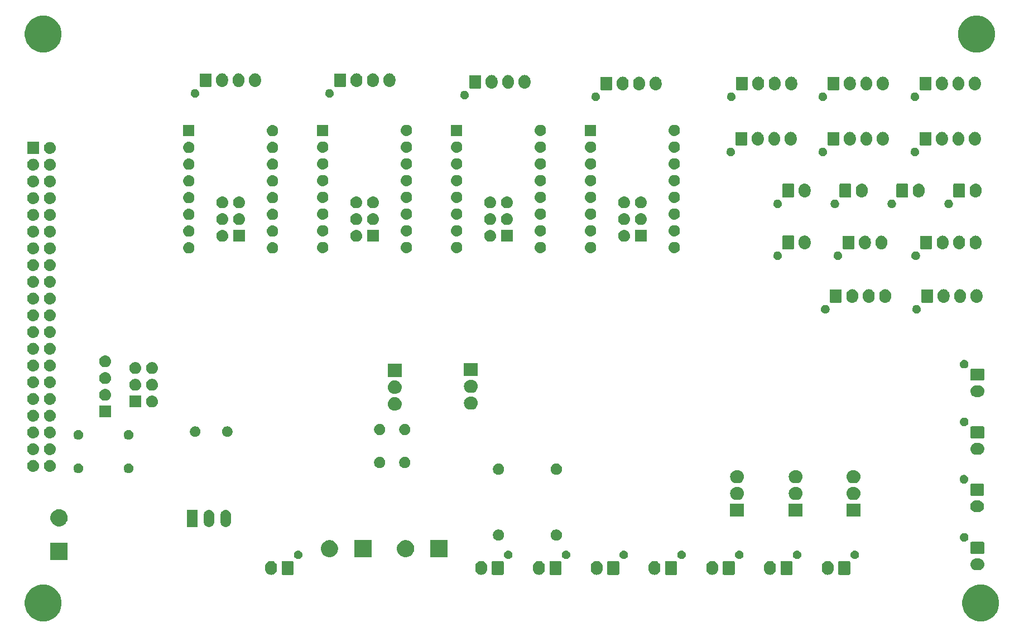
<source format=gbr>
G04 #@! TF.GenerationSoftware,KiCad,Pcbnew,(5.0.2)-1*
G04 #@! TF.CreationDate,2019-03-10T22:20:02+01:00*
G04 #@! TF.ProjectId,fdmbox_pcb_tiny,66646d62-6f78-45f7-9063-625f74696e79,rev?*
G04 #@! TF.SameCoordinates,Original*
G04 #@! TF.FileFunction,Soldermask,Bot*
G04 #@! TF.FilePolarity,Negative*
%FSLAX46Y46*%
G04 Gerber Fmt 4.6, Leading zero omitted, Abs format (unit mm)*
G04 Created by KiCad (PCBNEW (5.0.2)-1) date 10.03.2019 22:20:02*
%MOMM*%
%LPD*%
G01*
G04 APERTURE LIST*
%ADD10C,0.100000*%
G04 APERTURE END LIST*
D10*
G36*
X224337021Y-139546640D02*
X224846770Y-139757785D01*
X224846771Y-139757786D01*
X225305534Y-140064321D01*
X225695679Y-140454466D01*
X225900036Y-140760308D01*
X226002215Y-140913230D01*
X226213360Y-141422979D01*
X226321000Y-141964124D01*
X226321000Y-142515876D01*
X226213360Y-143057021D01*
X226002215Y-143566770D01*
X226002214Y-143566771D01*
X225695679Y-144025534D01*
X225305534Y-144415679D01*
X224999692Y-144620036D01*
X224846770Y-144722215D01*
X224337021Y-144933360D01*
X223795876Y-145041000D01*
X223244124Y-145041000D01*
X222702979Y-144933360D01*
X222193230Y-144722215D01*
X222040308Y-144620036D01*
X221734466Y-144415679D01*
X221344321Y-144025534D01*
X221037786Y-143566771D01*
X221037785Y-143566770D01*
X220826640Y-143057021D01*
X220719000Y-142515876D01*
X220719000Y-141964124D01*
X220826640Y-141422979D01*
X221037785Y-140913230D01*
X221139964Y-140760308D01*
X221344321Y-140454466D01*
X221734466Y-140064321D01*
X222193229Y-139757786D01*
X222193230Y-139757785D01*
X222702979Y-139546640D01*
X223244124Y-139439000D01*
X223795876Y-139439000D01*
X224337021Y-139546640D01*
X224337021Y-139546640D01*
G37*
G36*
X82097021Y-139546640D02*
X82606770Y-139757785D01*
X82606771Y-139757786D01*
X83065534Y-140064321D01*
X83455679Y-140454466D01*
X83660036Y-140760308D01*
X83762215Y-140913230D01*
X83973360Y-141422979D01*
X84081000Y-141964124D01*
X84081000Y-142515876D01*
X83973360Y-143057021D01*
X83762215Y-143566770D01*
X83762214Y-143566771D01*
X83455679Y-144025534D01*
X83065534Y-144415679D01*
X82759692Y-144620036D01*
X82606770Y-144722215D01*
X82097021Y-144933360D01*
X81555876Y-145041000D01*
X81004124Y-145041000D01*
X80462979Y-144933360D01*
X79953230Y-144722215D01*
X79800308Y-144620036D01*
X79494466Y-144415679D01*
X79104321Y-144025534D01*
X78797786Y-143566771D01*
X78797785Y-143566770D01*
X78586640Y-143057021D01*
X78479000Y-142515876D01*
X78479000Y-141964124D01*
X78586640Y-141422979D01*
X78797785Y-140913230D01*
X78899964Y-140760308D01*
X79104321Y-140454466D01*
X79494466Y-140064321D01*
X79953229Y-139757786D01*
X79953230Y-139757785D01*
X80462979Y-139546640D01*
X81004124Y-139439000D01*
X81555876Y-139439000D01*
X82097021Y-139546640D01*
X82097021Y-139546640D01*
G37*
G36*
X174206627Y-135868037D02*
X174319853Y-135902384D01*
X174376467Y-135919557D01*
X174515087Y-135993652D01*
X174532991Y-136003222D01*
X174568729Y-136032552D01*
X174670186Y-136115814D01*
X174753448Y-136217271D01*
X174782778Y-136253009D01*
X174866443Y-136409534D01*
X174917963Y-136579374D01*
X174917963Y-136579376D01*
X174930284Y-136704467D01*
X174931000Y-136711743D01*
X174931000Y-137100258D01*
X174917963Y-137232627D01*
X174883616Y-137345853D01*
X174866443Y-137402467D01*
X174792348Y-137541087D01*
X174782778Y-137558991D01*
X174753448Y-137594729D01*
X174670186Y-137696186D01*
X174532989Y-137808779D01*
X174376466Y-137892443D01*
X174335733Y-137904799D01*
X174206626Y-137943963D01*
X174030000Y-137961359D01*
X173853373Y-137943963D01*
X173724266Y-137904799D01*
X173683533Y-137892443D01*
X173527011Y-137808779D01*
X173527009Y-137808778D01*
X173484749Y-137774096D01*
X173389814Y-137696186D01*
X173277221Y-137558989D01*
X173193557Y-137402466D01*
X173176384Y-137345852D01*
X173142037Y-137232626D01*
X173129000Y-137100257D01*
X173129000Y-136711742D01*
X173129717Y-136704467D01*
X173142037Y-136579375D01*
X173142037Y-136579373D01*
X173193557Y-136409534D01*
X173193557Y-136409533D01*
X173277222Y-136253008D01*
X173389812Y-136115817D01*
X173484750Y-136037904D01*
X173527010Y-136003222D01*
X173544914Y-135993652D01*
X173683534Y-135919557D01*
X173740148Y-135902384D01*
X173853374Y-135868037D01*
X174030000Y-135850641D01*
X174206627Y-135868037D01*
X174206627Y-135868037D01*
G37*
G36*
X156680627Y-135868037D02*
X156793853Y-135902384D01*
X156850467Y-135919557D01*
X156989087Y-135993652D01*
X157006991Y-136003222D01*
X157042729Y-136032552D01*
X157144186Y-136115814D01*
X157227448Y-136217271D01*
X157256778Y-136253009D01*
X157340443Y-136409534D01*
X157391963Y-136579374D01*
X157391963Y-136579376D01*
X157404284Y-136704467D01*
X157405000Y-136711743D01*
X157405000Y-137100258D01*
X157391963Y-137232627D01*
X157357616Y-137345853D01*
X157340443Y-137402467D01*
X157266348Y-137541087D01*
X157256778Y-137558991D01*
X157227448Y-137594729D01*
X157144186Y-137696186D01*
X157006989Y-137808779D01*
X156850466Y-137892443D01*
X156809733Y-137904799D01*
X156680626Y-137943963D01*
X156504000Y-137961359D01*
X156327373Y-137943963D01*
X156198266Y-137904799D01*
X156157533Y-137892443D01*
X156001011Y-137808779D01*
X156001009Y-137808778D01*
X155958749Y-137774096D01*
X155863814Y-137696186D01*
X155751221Y-137558989D01*
X155667557Y-137402466D01*
X155650384Y-137345852D01*
X155616037Y-137232626D01*
X155603000Y-137100257D01*
X155603000Y-136711742D01*
X155603717Y-136704467D01*
X155616037Y-136579375D01*
X155616037Y-136579373D01*
X155667557Y-136409534D01*
X155667557Y-136409533D01*
X155751222Y-136253008D01*
X155863812Y-136115817D01*
X155958750Y-136037904D01*
X156001010Y-136003222D01*
X156018914Y-135993652D01*
X156157534Y-135919557D01*
X156214148Y-135902384D01*
X156327374Y-135868037D01*
X156504000Y-135850641D01*
X156680627Y-135868037D01*
X156680627Y-135868037D01*
G37*
G36*
X200495627Y-135868037D02*
X200608853Y-135902384D01*
X200665467Y-135919557D01*
X200804087Y-135993652D01*
X200821991Y-136003222D01*
X200857729Y-136032552D01*
X200959186Y-136115814D01*
X201042448Y-136217271D01*
X201071778Y-136253009D01*
X201155443Y-136409534D01*
X201206963Y-136579374D01*
X201206963Y-136579376D01*
X201219284Y-136704467D01*
X201220000Y-136711743D01*
X201220000Y-137100258D01*
X201206963Y-137232627D01*
X201172616Y-137345853D01*
X201155443Y-137402467D01*
X201081348Y-137541087D01*
X201071778Y-137558991D01*
X201042448Y-137594729D01*
X200959186Y-137696186D01*
X200821989Y-137808779D01*
X200665466Y-137892443D01*
X200624733Y-137904799D01*
X200495626Y-137943963D01*
X200319000Y-137961359D01*
X200142373Y-137943963D01*
X200013266Y-137904799D01*
X199972533Y-137892443D01*
X199816011Y-137808779D01*
X199816009Y-137808778D01*
X199773749Y-137774096D01*
X199678814Y-137696186D01*
X199566221Y-137558989D01*
X199482557Y-137402466D01*
X199465384Y-137345852D01*
X199431037Y-137232626D01*
X199418000Y-137100257D01*
X199418000Y-136711742D01*
X199418717Y-136704467D01*
X199431037Y-136579375D01*
X199431037Y-136579373D01*
X199482557Y-136409534D01*
X199482557Y-136409533D01*
X199566222Y-136253008D01*
X199678812Y-136115817D01*
X199773750Y-136037904D01*
X199816010Y-136003222D01*
X199833914Y-135993652D01*
X199972534Y-135919557D01*
X200029148Y-135902384D01*
X200142374Y-135868037D01*
X200319000Y-135850641D01*
X200495627Y-135868037D01*
X200495627Y-135868037D01*
G37*
G36*
X191732627Y-135868037D02*
X191845853Y-135902384D01*
X191902467Y-135919557D01*
X192041087Y-135993652D01*
X192058991Y-136003222D01*
X192094729Y-136032552D01*
X192196186Y-136115814D01*
X192279448Y-136217271D01*
X192308778Y-136253009D01*
X192392443Y-136409534D01*
X192443963Y-136579374D01*
X192443963Y-136579376D01*
X192456284Y-136704467D01*
X192457000Y-136711743D01*
X192457000Y-137100258D01*
X192443963Y-137232627D01*
X192409616Y-137345853D01*
X192392443Y-137402467D01*
X192318348Y-137541087D01*
X192308778Y-137558991D01*
X192279448Y-137594729D01*
X192196186Y-137696186D01*
X192058989Y-137808779D01*
X191902466Y-137892443D01*
X191861733Y-137904799D01*
X191732626Y-137943963D01*
X191556000Y-137961359D01*
X191379373Y-137943963D01*
X191250266Y-137904799D01*
X191209533Y-137892443D01*
X191053011Y-137808779D01*
X191053009Y-137808778D01*
X191010749Y-137774096D01*
X190915814Y-137696186D01*
X190803221Y-137558989D01*
X190719557Y-137402466D01*
X190702384Y-137345852D01*
X190668037Y-137232626D01*
X190655000Y-137100257D01*
X190655000Y-136711742D01*
X190655717Y-136704467D01*
X190668037Y-136579375D01*
X190668037Y-136579373D01*
X190719557Y-136409534D01*
X190719557Y-136409533D01*
X190803222Y-136253008D01*
X190915812Y-136115817D01*
X191010750Y-136037904D01*
X191053010Y-136003222D01*
X191070914Y-135993652D01*
X191209534Y-135919557D01*
X191266148Y-135902384D01*
X191379374Y-135868037D01*
X191556000Y-135850641D01*
X191732627Y-135868037D01*
X191732627Y-135868037D01*
G37*
G36*
X182969627Y-135868037D02*
X183082853Y-135902384D01*
X183139467Y-135919557D01*
X183278087Y-135993652D01*
X183295991Y-136003222D01*
X183331729Y-136032552D01*
X183433186Y-136115814D01*
X183516448Y-136217271D01*
X183545778Y-136253009D01*
X183629443Y-136409534D01*
X183680963Y-136579374D01*
X183680963Y-136579376D01*
X183693284Y-136704467D01*
X183694000Y-136711743D01*
X183694000Y-137100258D01*
X183680963Y-137232627D01*
X183646616Y-137345853D01*
X183629443Y-137402467D01*
X183555348Y-137541087D01*
X183545778Y-137558991D01*
X183516448Y-137594729D01*
X183433186Y-137696186D01*
X183295989Y-137808779D01*
X183139466Y-137892443D01*
X183098733Y-137904799D01*
X182969626Y-137943963D01*
X182793000Y-137961359D01*
X182616373Y-137943963D01*
X182487266Y-137904799D01*
X182446533Y-137892443D01*
X182290011Y-137808779D01*
X182290009Y-137808778D01*
X182247749Y-137774096D01*
X182152814Y-137696186D01*
X182040221Y-137558989D01*
X181956557Y-137402466D01*
X181939384Y-137345852D01*
X181905037Y-137232626D01*
X181892000Y-137100257D01*
X181892000Y-136711742D01*
X181892717Y-136704467D01*
X181905037Y-136579375D01*
X181905037Y-136579373D01*
X181956557Y-136409534D01*
X181956557Y-136409533D01*
X182040222Y-136253008D01*
X182152812Y-136115817D01*
X182247750Y-136037904D01*
X182290010Y-136003222D01*
X182307914Y-135993652D01*
X182446534Y-135919557D01*
X182503148Y-135902384D01*
X182616374Y-135868037D01*
X182793000Y-135850641D01*
X182969627Y-135868037D01*
X182969627Y-135868037D01*
G37*
G36*
X147917627Y-135868037D02*
X148030853Y-135902384D01*
X148087467Y-135919557D01*
X148226087Y-135993652D01*
X148243991Y-136003222D01*
X148279729Y-136032552D01*
X148381186Y-136115814D01*
X148464448Y-136217271D01*
X148493778Y-136253009D01*
X148577443Y-136409534D01*
X148628963Y-136579374D01*
X148628963Y-136579376D01*
X148641284Y-136704467D01*
X148642000Y-136711743D01*
X148642000Y-137100258D01*
X148628963Y-137232627D01*
X148594616Y-137345853D01*
X148577443Y-137402467D01*
X148503348Y-137541087D01*
X148493778Y-137558991D01*
X148464448Y-137594729D01*
X148381186Y-137696186D01*
X148243989Y-137808779D01*
X148087466Y-137892443D01*
X148046733Y-137904799D01*
X147917626Y-137943963D01*
X147741000Y-137961359D01*
X147564373Y-137943963D01*
X147435266Y-137904799D01*
X147394533Y-137892443D01*
X147238011Y-137808779D01*
X147238009Y-137808778D01*
X147195749Y-137774096D01*
X147100814Y-137696186D01*
X146988221Y-137558989D01*
X146904557Y-137402466D01*
X146887384Y-137345852D01*
X146853037Y-137232626D01*
X146840000Y-137100257D01*
X146840000Y-136711742D01*
X146840717Y-136704467D01*
X146853037Y-136579375D01*
X146853037Y-136579373D01*
X146904557Y-136409534D01*
X146904557Y-136409533D01*
X146988222Y-136253008D01*
X147100812Y-136115817D01*
X147195750Y-136037904D01*
X147238010Y-136003222D01*
X147255914Y-135993652D01*
X147394534Y-135919557D01*
X147451148Y-135902384D01*
X147564374Y-135868037D01*
X147741000Y-135850641D01*
X147917627Y-135868037D01*
X147917627Y-135868037D01*
G37*
G36*
X116040627Y-135868037D02*
X116153853Y-135902384D01*
X116210467Y-135919557D01*
X116349087Y-135993652D01*
X116366991Y-136003222D01*
X116402729Y-136032552D01*
X116504186Y-136115814D01*
X116587448Y-136217271D01*
X116616778Y-136253009D01*
X116700443Y-136409534D01*
X116751963Y-136579374D01*
X116751963Y-136579376D01*
X116764284Y-136704467D01*
X116765000Y-136711743D01*
X116765000Y-137100258D01*
X116751963Y-137232627D01*
X116717616Y-137345853D01*
X116700443Y-137402467D01*
X116626348Y-137541087D01*
X116616778Y-137558991D01*
X116587448Y-137594729D01*
X116504186Y-137696186D01*
X116366989Y-137808779D01*
X116210466Y-137892443D01*
X116169733Y-137904799D01*
X116040626Y-137943963D01*
X115864000Y-137961359D01*
X115687373Y-137943963D01*
X115558266Y-137904799D01*
X115517533Y-137892443D01*
X115361011Y-137808779D01*
X115361009Y-137808778D01*
X115318749Y-137774096D01*
X115223814Y-137696186D01*
X115111221Y-137558989D01*
X115027557Y-137402466D01*
X115010384Y-137345852D01*
X114976037Y-137232626D01*
X114963000Y-137100257D01*
X114963000Y-136711742D01*
X114963717Y-136704467D01*
X114976037Y-136579375D01*
X114976037Y-136579373D01*
X115027557Y-136409534D01*
X115027557Y-136409533D01*
X115111222Y-136253008D01*
X115223812Y-136115817D01*
X115318750Y-136037904D01*
X115361010Y-136003222D01*
X115378914Y-135993652D01*
X115517534Y-135919557D01*
X115574148Y-135902384D01*
X115687374Y-135868037D01*
X115864000Y-135850641D01*
X116040627Y-135868037D01*
X116040627Y-135868037D01*
G37*
G36*
X165443627Y-135868037D02*
X165556853Y-135902384D01*
X165613467Y-135919557D01*
X165752087Y-135993652D01*
X165769991Y-136003222D01*
X165805729Y-136032552D01*
X165907186Y-136115814D01*
X165990448Y-136217271D01*
X166019778Y-136253009D01*
X166103443Y-136409534D01*
X166154963Y-136579374D01*
X166154963Y-136579376D01*
X166167284Y-136704467D01*
X166168000Y-136711743D01*
X166168000Y-137100258D01*
X166154963Y-137232627D01*
X166120616Y-137345853D01*
X166103443Y-137402467D01*
X166029348Y-137541087D01*
X166019778Y-137558991D01*
X165990448Y-137594729D01*
X165907186Y-137696186D01*
X165769989Y-137808779D01*
X165613466Y-137892443D01*
X165572733Y-137904799D01*
X165443626Y-137943963D01*
X165267000Y-137961359D01*
X165090373Y-137943963D01*
X164961266Y-137904799D01*
X164920533Y-137892443D01*
X164764011Y-137808779D01*
X164764009Y-137808778D01*
X164721749Y-137774096D01*
X164626814Y-137696186D01*
X164514221Y-137558989D01*
X164430557Y-137402466D01*
X164413384Y-137345852D01*
X164379037Y-137232626D01*
X164366000Y-137100257D01*
X164366000Y-136711742D01*
X164366717Y-136704467D01*
X164379037Y-136579375D01*
X164379037Y-136579373D01*
X164430557Y-136409534D01*
X164430557Y-136409533D01*
X164514222Y-136253008D01*
X164626812Y-136115817D01*
X164721750Y-136037904D01*
X164764010Y-136003222D01*
X164781914Y-135993652D01*
X164920534Y-135919557D01*
X164977148Y-135902384D01*
X165090374Y-135868037D01*
X165267000Y-135850641D01*
X165443627Y-135868037D01*
X165443627Y-135868037D01*
G37*
G36*
X168525600Y-135858989D02*
X168558649Y-135869014D01*
X168589106Y-135885294D01*
X168615799Y-135907201D01*
X168637706Y-135933894D01*
X168653986Y-135964351D01*
X168664011Y-135997400D01*
X168668000Y-136037904D01*
X168668000Y-137774096D01*
X168664011Y-137814600D01*
X168653986Y-137847649D01*
X168637706Y-137878106D01*
X168615799Y-137904799D01*
X168589106Y-137926706D01*
X168558649Y-137942986D01*
X168525600Y-137953011D01*
X168485096Y-137957000D01*
X167048904Y-137957000D01*
X167008400Y-137953011D01*
X166975351Y-137942986D01*
X166944894Y-137926706D01*
X166918201Y-137904799D01*
X166896294Y-137878106D01*
X166880014Y-137847649D01*
X166869989Y-137814600D01*
X166866000Y-137774096D01*
X166866000Y-136037904D01*
X166869989Y-135997400D01*
X166880014Y-135964351D01*
X166896294Y-135933894D01*
X166918201Y-135907201D01*
X166944894Y-135885294D01*
X166975351Y-135869014D01*
X167008400Y-135858989D01*
X167048904Y-135855000D01*
X168485096Y-135855000D01*
X168525600Y-135858989D01*
X168525600Y-135858989D01*
G37*
G36*
X177288600Y-135858989D02*
X177321649Y-135869014D01*
X177352106Y-135885294D01*
X177378799Y-135907201D01*
X177400706Y-135933894D01*
X177416986Y-135964351D01*
X177427011Y-135997400D01*
X177431000Y-136037904D01*
X177431000Y-137774096D01*
X177427011Y-137814600D01*
X177416986Y-137847649D01*
X177400706Y-137878106D01*
X177378799Y-137904799D01*
X177352106Y-137926706D01*
X177321649Y-137942986D01*
X177288600Y-137953011D01*
X177248096Y-137957000D01*
X175811904Y-137957000D01*
X175771400Y-137953011D01*
X175738351Y-137942986D01*
X175707894Y-137926706D01*
X175681201Y-137904799D01*
X175659294Y-137878106D01*
X175643014Y-137847649D01*
X175632989Y-137814600D01*
X175629000Y-137774096D01*
X175629000Y-136037904D01*
X175632989Y-135997400D01*
X175643014Y-135964351D01*
X175659294Y-135933894D01*
X175681201Y-135907201D01*
X175707894Y-135885294D01*
X175738351Y-135869014D01*
X175771400Y-135858989D01*
X175811904Y-135855000D01*
X177248096Y-135855000D01*
X177288600Y-135858989D01*
X177288600Y-135858989D01*
G37*
G36*
X150999600Y-135858989D02*
X151032649Y-135869014D01*
X151063106Y-135885294D01*
X151089799Y-135907201D01*
X151111706Y-135933894D01*
X151127986Y-135964351D01*
X151138011Y-135997400D01*
X151142000Y-136037904D01*
X151142000Y-137774096D01*
X151138011Y-137814600D01*
X151127986Y-137847649D01*
X151111706Y-137878106D01*
X151089799Y-137904799D01*
X151063106Y-137926706D01*
X151032649Y-137942986D01*
X150999600Y-137953011D01*
X150959096Y-137957000D01*
X149522904Y-137957000D01*
X149482400Y-137953011D01*
X149449351Y-137942986D01*
X149418894Y-137926706D01*
X149392201Y-137904799D01*
X149370294Y-137878106D01*
X149354014Y-137847649D01*
X149343989Y-137814600D01*
X149340000Y-137774096D01*
X149340000Y-136037904D01*
X149343989Y-135997400D01*
X149354014Y-135964351D01*
X149370294Y-135933894D01*
X149392201Y-135907201D01*
X149418894Y-135885294D01*
X149449351Y-135869014D01*
X149482400Y-135858989D01*
X149522904Y-135855000D01*
X150959096Y-135855000D01*
X150999600Y-135858989D01*
X150999600Y-135858989D01*
G37*
G36*
X159762600Y-135858989D02*
X159795649Y-135869014D01*
X159826106Y-135885294D01*
X159852799Y-135907201D01*
X159874706Y-135933894D01*
X159890986Y-135964351D01*
X159901011Y-135997400D01*
X159905000Y-136037904D01*
X159905000Y-137774096D01*
X159901011Y-137814600D01*
X159890986Y-137847649D01*
X159874706Y-137878106D01*
X159852799Y-137904799D01*
X159826106Y-137926706D01*
X159795649Y-137942986D01*
X159762600Y-137953011D01*
X159722096Y-137957000D01*
X158285904Y-137957000D01*
X158245400Y-137953011D01*
X158212351Y-137942986D01*
X158181894Y-137926706D01*
X158155201Y-137904799D01*
X158133294Y-137878106D01*
X158117014Y-137847649D01*
X158106989Y-137814600D01*
X158103000Y-137774096D01*
X158103000Y-136037904D01*
X158106989Y-135997400D01*
X158117014Y-135964351D01*
X158133294Y-135933894D01*
X158155201Y-135907201D01*
X158181894Y-135885294D01*
X158212351Y-135869014D01*
X158245400Y-135858989D01*
X158285904Y-135855000D01*
X159722096Y-135855000D01*
X159762600Y-135858989D01*
X159762600Y-135858989D01*
G37*
G36*
X119122600Y-135858989D02*
X119155649Y-135869014D01*
X119186106Y-135885294D01*
X119212799Y-135907201D01*
X119234706Y-135933894D01*
X119250986Y-135964351D01*
X119261011Y-135997400D01*
X119265000Y-136037904D01*
X119265000Y-137774096D01*
X119261011Y-137814600D01*
X119250986Y-137847649D01*
X119234706Y-137878106D01*
X119212799Y-137904799D01*
X119186106Y-137926706D01*
X119155649Y-137942986D01*
X119122600Y-137953011D01*
X119082096Y-137957000D01*
X117645904Y-137957000D01*
X117605400Y-137953011D01*
X117572351Y-137942986D01*
X117541894Y-137926706D01*
X117515201Y-137904799D01*
X117493294Y-137878106D01*
X117477014Y-137847649D01*
X117466989Y-137814600D01*
X117463000Y-137774096D01*
X117463000Y-136037904D01*
X117466989Y-135997400D01*
X117477014Y-135964351D01*
X117493294Y-135933894D01*
X117515201Y-135907201D01*
X117541894Y-135885294D01*
X117572351Y-135869014D01*
X117605400Y-135858989D01*
X117645904Y-135855000D01*
X119082096Y-135855000D01*
X119122600Y-135858989D01*
X119122600Y-135858989D01*
G37*
G36*
X203577600Y-135858989D02*
X203610649Y-135869014D01*
X203641106Y-135885294D01*
X203667799Y-135907201D01*
X203689706Y-135933894D01*
X203705986Y-135964351D01*
X203716011Y-135997400D01*
X203720000Y-136037904D01*
X203720000Y-137774096D01*
X203716011Y-137814600D01*
X203705986Y-137847649D01*
X203689706Y-137878106D01*
X203667799Y-137904799D01*
X203641106Y-137926706D01*
X203610649Y-137942986D01*
X203577600Y-137953011D01*
X203537096Y-137957000D01*
X202100904Y-137957000D01*
X202060400Y-137953011D01*
X202027351Y-137942986D01*
X201996894Y-137926706D01*
X201970201Y-137904799D01*
X201948294Y-137878106D01*
X201932014Y-137847649D01*
X201921989Y-137814600D01*
X201918000Y-137774096D01*
X201918000Y-136037904D01*
X201921989Y-135997400D01*
X201932014Y-135964351D01*
X201948294Y-135933894D01*
X201970201Y-135907201D01*
X201996894Y-135885294D01*
X202027351Y-135869014D01*
X202060400Y-135858989D01*
X202100904Y-135855000D01*
X203537096Y-135855000D01*
X203577600Y-135858989D01*
X203577600Y-135858989D01*
G37*
G36*
X186051600Y-135858989D02*
X186084649Y-135869014D01*
X186115106Y-135885294D01*
X186141799Y-135907201D01*
X186163706Y-135933894D01*
X186179986Y-135964351D01*
X186190011Y-135997400D01*
X186194000Y-136037904D01*
X186194000Y-137774096D01*
X186190011Y-137814600D01*
X186179986Y-137847649D01*
X186163706Y-137878106D01*
X186141799Y-137904799D01*
X186115106Y-137926706D01*
X186084649Y-137942986D01*
X186051600Y-137953011D01*
X186011096Y-137957000D01*
X184574904Y-137957000D01*
X184534400Y-137953011D01*
X184501351Y-137942986D01*
X184470894Y-137926706D01*
X184444201Y-137904799D01*
X184422294Y-137878106D01*
X184406014Y-137847649D01*
X184395989Y-137814600D01*
X184392000Y-137774096D01*
X184392000Y-136037904D01*
X184395989Y-135997400D01*
X184406014Y-135964351D01*
X184422294Y-135933894D01*
X184444201Y-135907201D01*
X184470894Y-135885294D01*
X184501351Y-135869014D01*
X184534400Y-135858989D01*
X184574904Y-135855000D01*
X186011096Y-135855000D01*
X186051600Y-135858989D01*
X186051600Y-135858989D01*
G37*
G36*
X194814600Y-135858989D02*
X194847649Y-135869014D01*
X194878106Y-135885294D01*
X194904799Y-135907201D01*
X194926706Y-135933894D01*
X194942986Y-135964351D01*
X194953011Y-135997400D01*
X194957000Y-136037904D01*
X194957000Y-137774096D01*
X194953011Y-137814600D01*
X194942986Y-137847649D01*
X194926706Y-137878106D01*
X194904799Y-137904799D01*
X194878106Y-137926706D01*
X194847649Y-137942986D01*
X194814600Y-137953011D01*
X194774096Y-137957000D01*
X193337904Y-137957000D01*
X193297400Y-137953011D01*
X193264351Y-137942986D01*
X193233894Y-137926706D01*
X193207201Y-137904799D01*
X193185294Y-137878106D01*
X193169014Y-137847649D01*
X193158989Y-137814600D01*
X193155000Y-137774096D01*
X193155000Y-136037904D01*
X193158989Y-135997400D01*
X193169014Y-135964351D01*
X193185294Y-135933894D01*
X193207201Y-135907201D01*
X193233894Y-135885294D01*
X193264351Y-135869014D01*
X193297400Y-135858989D01*
X193337904Y-135855000D01*
X194774096Y-135855000D01*
X194814600Y-135858989D01*
X194814600Y-135858989D01*
G37*
G36*
X223272443Y-135463519D02*
X223338627Y-135470037D01*
X223451853Y-135504384D01*
X223508467Y-135521557D01*
X223527972Y-135531983D01*
X223664991Y-135605222D01*
X223700729Y-135634552D01*
X223802186Y-135717814D01*
X223885448Y-135819271D01*
X223914778Y-135855009D01*
X223914779Y-135855011D01*
X223998443Y-136011533D01*
X223998443Y-136011534D01*
X224049963Y-136181373D01*
X224067359Y-136358000D01*
X224049963Y-136534627D01*
X224015616Y-136647853D01*
X223998443Y-136704467D01*
X223924348Y-136843087D01*
X223914778Y-136860991D01*
X223885448Y-136896729D01*
X223802186Y-136998186D01*
X223700729Y-137081448D01*
X223664991Y-137110778D01*
X223664989Y-137110779D01*
X223508467Y-137194443D01*
X223451853Y-137211616D01*
X223338627Y-137245963D01*
X223272442Y-137252482D01*
X223206260Y-137259000D01*
X222817740Y-137259000D01*
X222751558Y-137252482D01*
X222685373Y-137245963D01*
X222572147Y-137211616D01*
X222515533Y-137194443D01*
X222359011Y-137110779D01*
X222359009Y-137110778D01*
X222323271Y-137081448D01*
X222221814Y-136998186D01*
X222138552Y-136896729D01*
X222109222Y-136860991D01*
X222099652Y-136843087D01*
X222025557Y-136704467D01*
X222008384Y-136647853D01*
X221974037Y-136534627D01*
X221956641Y-136358000D01*
X221974037Y-136181373D01*
X222025557Y-136011534D01*
X222025557Y-136011533D01*
X222109221Y-135855011D01*
X222109222Y-135855009D01*
X222138552Y-135819271D01*
X222221814Y-135717814D01*
X222323271Y-135634552D01*
X222359009Y-135605222D01*
X222496028Y-135531983D01*
X222515533Y-135521557D01*
X222572147Y-135504384D01*
X222685373Y-135470037D01*
X222751557Y-135463519D01*
X222817740Y-135457000D01*
X223206260Y-135457000D01*
X223272443Y-135463519D01*
X223272443Y-135463519D01*
G37*
G36*
X84994000Y-135667000D02*
X82392000Y-135667000D01*
X82392000Y-133065000D01*
X84994000Y-133065000D01*
X84994000Y-135667000D01*
X84994000Y-135667000D01*
G37*
G36*
X178319890Y-134280017D02*
X178438361Y-134329089D01*
X178544992Y-134400338D01*
X178635662Y-134491008D01*
X178635664Y-134491011D01*
X178635665Y-134491012D01*
X178672206Y-134545699D01*
X178706911Y-134597639D01*
X178755983Y-134716110D01*
X178781000Y-134841881D01*
X178781000Y-134970119D01*
X178755983Y-135095890D01*
X178706911Y-135214361D01*
X178635662Y-135320992D01*
X178544992Y-135411662D01*
X178438361Y-135482911D01*
X178319890Y-135531983D01*
X178194119Y-135557000D01*
X178065881Y-135557000D01*
X177940110Y-135531983D01*
X177821639Y-135482911D01*
X177715008Y-135411662D01*
X177624338Y-135320992D01*
X177553089Y-135214361D01*
X177504017Y-135095890D01*
X177479000Y-134970119D01*
X177479000Y-134841881D01*
X177504017Y-134716110D01*
X177553089Y-134597639D01*
X177587794Y-134545699D01*
X177624335Y-134491012D01*
X177624336Y-134491011D01*
X177624338Y-134491008D01*
X177715008Y-134400338D01*
X177821639Y-134329089D01*
X177940110Y-134280017D01*
X178065881Y-134255000D01*
X178194119Y-134255000D01*
X178319890Y-134280017D01*
X178319890Y-134280017D01*
G37*
G36*
X160793890Y-134280017D02*
X160912361Y-134329089D01*
X161018992Y-134400338D01*
X161109662Y-134491008D01*
X161109664Y-134491011D01*
X161109665Y-134491012D01*
X161146206Y-134545699D01*
X161180911Y-134597639D01*
X161229983Y-134716110D01*
X161255000Y-134841881D01*
X161255000Y-134970119D01*
X161229983Y-135095890D01*
X161180911Y-135214361D01*
X161109662Y-135320992D01*
X161018992Y-135411662D01*
X160912361Y-135482911D01*
X160793890Y-135531983D01*
X160668119Y-135557000D01*
X160539881Y-135557000D01*
X160414110Y-135531983D01*
X160295639Y-135482911D01*
X160189008Y-135411662D01*
X160098338Y-135320992D01*
X160027089Y-135214361D01*
X159978017Y-135095890D01*
X159953000Y-134970119D01*
X159953000Y-134841881D01*
X159978017Y-134716110D01*
X160027089Y-134597639D01*
X160061794Y-134545699D01*
X160098335Y-134491012D01*
X160098336Y-134491011D01*
X160098338Y-134491008D01*
X160189008Y-134400338D01*
X160295639Y-134329089D01*
X160414110Y-134280017D01*
X160539881Y-134255000D01*
X160668119Y-134255000D01*
X160793890Y-134280017D01*
X160793890Y-134280017D01*
G37*
G36*
X187082890Y-134280017D02*
X187201361Y-134329089D01*
X187307992Y-134400338D01*
X187398662Y-134491008D01*
X187398664Y-134491011D01*
X187398665Y-134491012D01*
X187435206Y-134545699D01*
X187469911Y-134597639D01*
X187518983Y-134716110D01*
X187544000Y-134841881D01*
X187544000Y-134970119D01*
X187518983Y-135095890D01*
X187469911Y-135214361D01*
X187398662Y-135320992D01*
X187307992Y-135411662D01*
X187201361Y-135482911D01*
X187082890Y-135531983D01*
X186957119Y-135557000D01*
X186828881Y-135557000D01*
X186703110Y-135531983D01*
X186584639Y-135482911D01*
X186478008Y-135411662D01*
X186387338Y-135320992D01*
X186316089Y-135214361D01*
X186267017Y-135095890D01*
X186242000Y-134970119D01*
X186242000Y-134841881D01*
X186267017Y-134716110D01*
X186316089Y-134597639D01*
X186350794Y-134545699D01*
X186387335Y-134491012D01*
X186387336Y-134491011D01*
X186387338Y-134491008D01*
X186478008Y-134400338D01*
X186584639Y-134329089D01*
X186703110Y-134280017D01*
X186828881Y-134255000D01*
X186957119Y-134255000D01*
X187082890Y-134280017D01*
X187082890Y-134280017D01*
G37*
G36*
X120153890Y-134280017D02*
X120272361Y-134329089D01*
X120378992Y-134400338D01*
X120469662Y-134491008D01*
X120469664Y-134491011D01*
X120469665Y-134491012D01*
X120506206Y-134545699D01*
X120540911Y-134597639D01*
X120589983Y-134716110D01*
X120615000Y-134841881D01*
X120615000Y-134970119D01*
X120589983Y-135095890D01*
X120540911Y-135214361D01*
X120469662Y-135320992D01*
X120378992Y-135411662D01*
X120272361Y-135482911D01*
X120153890Y-135531983D01*
X120028119Y-135557000D01*
X119899881Y-135557000D01*
X119774110Y-135531983D01*
X119655639Y-135482911D01*
X119549008Y-135411662D01*
X119458338Y-135320992D01*
X119387089Y-135214361D01*
X119338017Y-135095890D01*
X119313000Y-134970119D01*
X119313000Y-134841881D01*
X119338017Y-134716110D01*
X119387089Y-134597639D01*
X119421794Y-134545699D01*
X119458335Y-134491012D01*
X119458336Y-134491011D01*
X119458338Y-134491008D01*
X119549008Y-134400338D01*
X119655639Y-134329089D01*
X119774110Y-134280017D01*
X119899881Y-134255000D01*
X120028119Y-134255000D01*
X120153890Y-134280017D01*
X120153890Y-134280017D01*
G37*
G36*
X152030890Y-134280017D02*
X152149361Y-134329089D01*
X152255992Y-134400338D01*
X152346662Y-134491008D01*
X152346664Y-134491011D01*
X152346665Y-134491012D01*
X152383206Y-134545699D01*
X152417911Y-134597639D01*
X152466983Y-134716110D01*
X152492000Y-134841881D01*
X152492000Y-134970119D01*
X152466983Y-135095890D01*
X152417911Y-135214361D01*
X152346662Y-135320992D01*
X152255992Y-135411662D01*
X152149361Y-135482911D01*
X152030890Y-135531983D01*
X151905119Y-135557000D01*
X151776881Y-135557000D01*
X151651110Y-135531983D01*
X151532639Y-135482911D01*
X151426008Y-135411662D01*
X151335338Y-135320992D01*
X151264089Y-135214361D01*
X151215017Y-135095890D01*
X151190000Y-134970119D01*
X151190000Y-134841881D01*
X151215017Y-134716110D01*
X151264089Y-134597639D01*
X151298794Y-134545699D01*
X151335335Y-134491012D01*
X151335336Y-134491011D01*
X151335338Y-134491008D01*
X151426008Y-134400338D01*
X151532639Y-134329089D01*
X151651110Y-134280017D01*
X151776881Y-134255000D01*
X151905119Y-134255000D01*
X152030890Y-134280017D01*
X152030890Y-134280017D01*
G37*
G36*
X195845890Y-134280017D02*
X195964361Y-134329089D01*
X196070992Y-134400338D01*
X196161662Y-134491008D01*
X196161664Y-134491011D01*
X196161665Y-134491012D01*
X196198206Y-134545699D01*
X196232911Y-134597639D01*
X196281983Y-134716110D01*
X196307000Y-134841881D01*
X196307000Y-134970119D01*
X196281983Y-135095890D01*
X196232911Y-135214361D01*
X196161662Y-135320992D01*
X196070992Y-135411662D01*
X195964361Y-135482911D01*
X195845890Y-135531983D01*
X195720119Y-135557000D01*
X195591881Y-135557000D01*
X195466110Y-135531983D01*
X195347639Y-135482911D01*
X195241008Y-135411662D01*
X195150338Y-135320992D01*
X195079089Y-135214361D01*
X195030017Y-135095890D01*
X195005000Y-134970119D01*
X195005000Y-134841881D01*
X195030017Y-134716110D01*
X195079089Y-134597639D01*
X195113794Y-134545699D01*
X195150335Y-134491012D01*
X195150336Y-134491011D01*
X195150338Y-134491008D01*
X195241008Y-134400338D01*
X195347639Y-134329089D01*
X195466110Y-134280017D01*
X195591881Y-134255000D01*
X195720119Y-134255000D01*
X195845890Y-134280017D01*
X195845890Y-134280017D01*
G37*
G36*
X204608890Y-134280017D02*
X204727361Y-134329089D01*
X204833992Y-134400338D01*
X204924662Y-134491008D01*
X204924664Y-134491011D01*
X204924665Y-134491012D01*
X204961206Y-134545699D01*
X204995911Y-134597639D01*
X205044983Y-134716110D01*
X205070000Y-134841881D01*
X205070000Y-134970119D01*
X205044983Y-135095890D01*
X204995911Y-135214361D01*
X204924662Y-135320992D01*
X204833992Y-135411662D01*
X204727361Y-135482911D01*
X204608890Y-135531983D01*
X204483119Y-135557000D01*
X204354881Y-135557000D01*
X204229110Y-135531983D01*
X204110639Y-135482911D01*
X204004008Y-135411662D01*
X203913338Y-135320992D01*
X203842089Y-135214361D01*
X203793017Y-135095890D01*
X203768000Y-134970119D01*
X203768000Y-134841881D01*
X203793017Y-134716110D01*
X203842089Y-134597639D01*
X203876794Y-134545699D01*
X203913335Y-134491012D01*
X203913336Y-134491011D01*
X203913338Y-134491008D01*
X204004008Y-134400338D01*
X204110639Y-134329089D01*
X204229110Y-134280017D01*
X204354881Y-134255000D01*
X204483119Y-134255000D01*
X204608890Y-134280017D01*
X204608890Y-134280017D01*
G37*
G36*
X169556890Y-134280017D02*
X169675361Y-134329089D01*
X169781992Y-134400338D01*
X169872662Y-134491008D01*
X169872664Y-134491011D01*
X169872665Y-134491012D01*
X169909206Y-134545699D01*
X169943911Y-134597639D01*
X169992983Y-134716110D01*
X170018000Y-134841881D01*
X170018000Y-134970119D01*
X169992983Y-135095890D01*
X169943911Y-135214361D01*
X169872662Y-135320992D01*
X169781992Y-135411662D01*
X169675361Y-135482911D01*
X169556890Y-135531983D01*
X169431119Y-135557000D01*
X169302881Y-135557000D01*
X169177110Y-135531983D01*
X169058639Y-135482911D01*
X168952008Y-135411662D01*
X168861338Y-135320992D01*
X168790089Y-135214361D01*
X168741017Y-135095890D01*
X168716000Y-134970119D01*
X168716000Y-134841881D01*
X168741017Y-134716110D01*
X168790089Y-134597639D01*
X168824794Y-134545699D01*
X168861335Y-134491012D01*
X168861336Y-134491011D01*
X168861338Y-134491008D01*
X168952008Y-134400338D01*
X169058639Y-134329089D01*
X169177110Y-134280017D01*
X169302881Y-134255000D01*
X169431119Y-134255000D01*
X169556890Y-134280017D01*
X169556890Y-134280017D01*
G37*
G36*
X142652000Y-135286000D02*
X140050000Y-135286000D01*
X140050000Y-132684000D01*
X142652000Y-132684000D01*
X142652000Y-135286000D01*
X142652000Y-135286000D01*
G37*
G36*
X125093485Y-132733996D02*
X125093487Y-132733997D01*
X125093488Y-132733997D01*
X125165113Y-132763665D01*
X125330255Y-132832069D01*
X125543342Y-132974449D01*
X125724551Y-133155658D01*
X125866931Y-133368745D01*
X125965004Y-133605515D01*
X126015000Y-133856861D01*
X126015000Y-134113139D01*
X125972045Y-134329089D01*
X125965003Y-134364488D01*
X125950153Y-134400338D01*
X125866931Y-134601255D01*
X125724551Y-134814342D01*
X125543342Y-134995551D01*
X125543339Y-134995553D01*
X125330255Y-135137931D01*
X125093488Y-135236003D01*
X125093487Y-135236003D01*
X125093485Y-135236004D01*
X124842139Y-135286000D01*
X124585861Y-135286000D01*
X124334515Y-135236004D01*
X124334513Y-135236003D01*
X124334512Y-135236003D01*
X124097745Y-135137931D01*
X123884661Y-134995553D01*
X123884658Y-134995551D01*
X123703449Y-134814342D01*
X123561069Y-134601255D01*
X123477847Y-134400338D01*
X123462997Y-134364488D01*
X123455956Y-134329089D01*
X123413000Y-134113139D01*
X123413000Y-133856861D01*
X123462996Y-133605515D01*
X123561069Y-133368745D01*
X123703449Y-133155658D01*
X123884658Y-132974449D01*
X124097745Y-132832069D01*
X124262887Y-132763665D01*
X124334512Y-132733997D01*
X124334513Y-132733997D01*
X124334515Y-132733996D01*
X124585861Y-132684000D01*
X124842139Y-132684000D01*
X125093485Y-132733996D01*
X125093485Y-132733996D01*
G37*
G36*
X131095000Y-135286000D02*
X128493000Y-135286000D01*
X128493000Y-132684000D01*
X131095000Y-132684000D01*
X131095000Y-135286000D01*
X131095000Y-135286000D01*
G37*
G36*
X136650485Y-132733996D02*
X136650487Y-132733997D01*
X136650488Y-132733997D01*
X136722113Y-132763665D01*
X136887255Y-132832069D01*
X137100342Y-132974449D01*
X137281551Y-133155658D01*
X137423931Y-133368745D01*
X137522004Y-133605515D01*
X137572000Y-133856861D01*
X137572000Y-134113139D01*
X137529045Y-134329089D01*
X137522003Y-134364488D01*
X137507153Y-134400338D01*
X137423931Y-134601255D01*
X137281551Y-134814342D01*
X137100342Y-134995551D01*
X137100339Y-134995553D01*
X136887255Y-135137931D01*
X136650488Y-135236003D01*
X136650487Y-135236003D01*
X136650485Y-135236004D01*
X136399139Y-135286000D01*
X136142861Y-135286000D01*
X135891515Y-135236004D01*
X135891513Y-135236003D01*
X135891512Y-135236003D01*
X135654745Y-135137931D01*
X135441661Y-134995553D01*
X135441658Y-134995551D01*
X135260449Y-134814342D01*
X135118069Y-134601255D01*
X135034847Y-134400338D01*
X135019997Y-134364488D01*
X135012956Y-134329089D01*
X134970000Y-134113139D01*
X134970000Y-133856861D01*
X135019996Y-133605515D01*
X135118069Y-133368745D01*
X135260449Y-133155658D01*
X135441658Y-132974449D01*
X135654745Y-132832069D01*
X135819887Y-132763665D01*
X135891512Y-132733997D01*
X135891513Y-132733997D01*
X135891515Y-132733996D01*
X136142861Y-132684000D01*
X136399139Y-132684000D01*
X136650485Y-132733996D01*
X136650485Y-132733996D01*
G37*
G36*
X223920600Y-132960989D02*
X223953649Y-132971014D01*
X223984106Y-132987294D01*
X224010799Y-133009201D01*
X224032706Y-133035894D01*
X224048986Y-133066351D01*
X224059011Y-133099400D01*
X224063000Y-133139904D01*
X224063000Y-134576096D01*
X224059011Y-134616600D01*
X224048986Y-134649649D01*
X224032706Y-134680106D01*
X224010799Y-134706799D01*
X223984106Y-134728706D01*
X223953649Y-134744986D01*
X223920600Y-134755011D01*
X223880096Y-134759000D01*
X222143904Y-134759000D01*
X222103400Y-134755011D01*
X222070351Y-134744986D01*
X222039894Y-134728706D01*
X222013201Y-134706799D01*
X221991294Y-134680106D01*
X221975014Y-134649649D01*
X221964989Y-134616600D01*
X221961000Y-134576096D01*
X221961000Y-133139904D01*
X221964989Y-133099400D01*
X221975014Y-133066351D01*
X221991294Y-133035894D01*
X222013201Y-133009201D01*
X222039894Y-132987294D01*
X222070351Y-132971014D01*
X222103400Y-132960989D01*
X222143904Y-132957000D01*
X223880096Y-132957000D01*
X223920600Y-132960989D01*
X223920600Y-132960989D01*
G37*
G36*
X221201890Y-131632017D02*
X221320361Y-131681089D01*
X221426992Y-131752338D01*
X221517662Y-131843008D01*
X221588911Y-131949639D01*
X221637983Y-132068110D01*
X221663000Y-132193881D01*
X221663000Y-132322119D01*
X221637983Y-132447890D01*
X221588911Y-132566361D01*
X221517662Y-132672992D01*
X221426992Y-132763662D01*
X221320361Y-132834911D01*
X221201890Y-132883983D01*
X221076119Y-132909000D01*
X220947881Y-132909000D01*
X220822110Y-132883983D01*
X220703639Y-132834911D01*
X220597008Y-132763662D01*
X220506338Y-132672992D01*
X220435089Y-132566361D01*
X220386017Y-132447890D01*
X220361000Y-132322119D01*
X220361000Y-132193881D01*
X220386017Y-132068110D01*
X220435089Y-131949639D01*
X220506338Y-131843008D01*
X220597008Y-131752338D01*
X220703639Y-131681089D01*
X220822110Y-131632017D01*
X220947881Y-131607000D01*
X221076119Y-131607000D01*
X221201890Y-131632017D01*
X221201890Y-131632017D01*
G37*
G36*
X150616228Y-131101703D02*
X150771100Y-131165853D01*
X150910481Y-131258985D01*
X151029015Y-131377519D01*
X151122147Y-131516900D01*
X151186297Y-131671772D01*
X151219000Y-131836184D01*
X151219000Y-132003816D01*
X151186297Y-132168228D01*
X151122147Y-132323100D01*
X151029015Y-132462481D01*
X150910481Y-132581015D01*
X150771100Y-132674147D01*
X150616228Y-132738297D01*
X150451816Y-132771000D01*
X150284184Y-132771000D01*
X150119772Y-132738297D01*
X149964900Y-132674147D01*
X149825519Y-132581015D01*
X149706985Y-132462481D01*
X149613853Y-132323100D01*
X149549703Y-132168228D01*
X149517000Y-132003816D01*
X149517000Y-131836184D01*
X149549703Y-131671772D01*
X149613853Y-131516900D01*
X149706985Y-131377519D01*
X149825519Y-131258985D01*
X149964900Y-131165853D01*
X150119772Y-131101703D01*
X150284184Y-131069000D01*
X150451816Y-131069000D01*
X150616228Y-131101703D01*
X150616228Y-131101703D01*
G37*
G36*
X159379228Y-131101703D02*
X159534100Y-131165853D01*
X159673481Y-131258985D01*
X159792015Y-131377519D01*
X159885147Y-131516900D01*
X159949297Y-131671772D01*
X159982000Y-131836184D01*
X159982000Y-132003816D01*
X159949297Y-132168228D01*
X159885147Y-132323100D01*
X159792015Y-132462481D01*
X159673481Y-132581015D01*
X159534100Y-132674147D01*
X159379228Y-132738297D01*
X159214816Y-132771000D01*
X159047184Y-132771000D01*
X158882772Y-132738297D01*
X158727900Y-132674147D01*
X158588519Y-132581015D01*
X158469985Y-132462481D01*
X158376853Y-132323100D01*
X158312703Y-132168228D01*
X158280000Y-132003816D01*
X158280000Y-131836184D01*
X158312703Y-131671772D01*
X158376853Y-131516900D01*
X158469985Y-131377519D01*
X158588519Y-131258985D01*
X158727900Y-131165853D01*
X158882772Y-131101703D01*
X159047184Y-131069000D01*
X159214816Y-131069000D01*
X159379228Y-131101703D01*
X159379228Y-131101703D01*
G37*
G36*
X109123024Y-128123590D02*
X109274011Y-128169392D01*
X109413161Y-128243768D01*
X109474148Y-128293819D01*
X109535133Y-128343867D01*
X109535134Y-128343869D01*
X109535136Y-128343870D01*
X109635230Y-128465835D01*
X109709608Y-128604988D01*
X109755410Y-128755975D01*
X109767000Y-128873654D01*
X109767000Y-129952346D01*
X109755410Y-130070025D01*
X109709608Y-130221012D01*
X109635230Y-130360165D01*
X109535133Y-130482133D01*
X109413165Y-130582230D01*
X109274012Y-130656608D01*
X109123025Y-130702410D01*
X108966000Y-130717875D01*
X108808976Y-130702410D01*
X108657989Y-130656608D01*
X108518836Y-130582230D01*
X108396868Y-130482133D01*
X108296771Y-130360165D01*
X108222393Y-130221012D01*
X108176591Y-130070025D01*
X108165001Y-129952346D01*
X108165000Y-128873655D01*
X108176590Y-128755976D01*
X108222392Y-128604989D01*
X108296768Y-128465839D01*
X108396865Y-128343870D01*
X108396867Y-128343867D01*
X108396869Y-128343866D01*
X108396870Y-128343864D01*
X108518835Y-128243770D01*
X108657988Y-128169392D01*
X108808975Y-128123590D01*
X108966000Y-128108125D01*
X109123024Y-128123590D01*
X109123024Y-128123590D01*
G37*
G36*
X106583024Y-128123590D02*
X106734011Y-128169392D01*
X106873161Y-128243768D01*
X106934148Y-128293819D01*
X106995133Y-128343867D01*
X106995134Y-128343869D01*
X106995136Y-128343870D01*
X107095230Y-128465835D01*
X107169608Y-128604988D01*
X107215410Y-128755975D01*
X107227000Y-128873654D01*
X107227000Y-129952346D01*
X107215410Y-130070025D01*
X107169608Y-130221012D01*
X107095230Y-130360165D01*
X106995133Y-130482133D01*
X106873165Y-130582230D01*
X106734012Y-130656608D01*
X106583025Y-130702410D01*
X106426000Y-130717875D01*
X106268976Y-130702410D01*
X106117989Y-130656608D01*
X105978836Y-130582230D01*
X105856868Y-130482133D01*
X105756771Y-130360165D01*
X105682393Y-130221012D01*
X105636591Y-130070025D01*
X105625001Y-129952346D01*
X105625000Y-128873655D01*
X105636590Y-128755976D01*
X105682392Y-128604989D01*
X105756768Y-128465839D01*
X105856865Y-128343870D01*
X105856867Y-128343867D01*
X105856869Y-128343866D01*
X105856870Y-128343864D01*
X105978835Y-128243770D01*
X106117988Y-128169392D01*
X106268975Y-128123590D01*
X106426000Y-128108125D01*
X106583024Y-128123590D01*
X106583024Y-128123590D01*
G37*
G36*
X104687000Y-130714000D02*
X103085000Y-130714000D01*
X103085000Y-128112000D01*
X104687000Y-128112000D01*
X104687000Y-130714000D01*
X104687000Y-130714000D01*
G37*
G36*
X84072485Y-128034996D02*
X84072487Y-128034997D01*
X84072488Y-128034997D01*
X84101439Y-128046989D01*
X84309255Y-128133069D01*
X84522342Y-128275449D01*
X84703551Y-128456658D01*
X84703553Y-128456661D01*
X84845931Y-128669745D01*
X84930394Y-128873656D01*
X84944004Y-128906515D01*
X84994000Y-129157861D01*
X84994000Y-129414139D01*
X84944004Y-129665485D01*
X84845931Y-129902255D01*
X84703551Y-130115342D01*
X84522342Y-130296551D01*
X84522339Y-130296553D01*
X84309255Y-130438931D01*
X84072488Y-130537003D01*
X84072487Y-130537003D01*
X84072485Y-130537004D01*
X83821139Y-130587000D01*
X83564861Y-130587000D01*
X83313515Y-130537004D01*
X83313513Y-130537003D01*
X83313512Y-130537003D01*
X83076745Y-130438931D01*
X82863661Y-130296553D01*
X82863658Y-130296551D01*
X82682449Y-130115342D01*
X82540069Y-129902255D01*
X82441996Y-129665485D01*
X82392000Y-129414139D01*
X82392000Y-129157861D01*
X82441996Y-128906515D01*
X82455607Y-128873656D01*
X82540069Y-128669745D01*
X82682447Y-128456661D01*
X82682449Y-128456658D01*
X82863658Y-128275449D01*
X83076745Y-128133069D01*
X83284561Y-128046989D01*
X83313512Y-128034997D01*
X83313513Y-128034997D01*
X83313515Y-128034996D01*
X83564861Y-127985000D01*
X83821139Y-127985000D01*
X84072485Y-128034996D01*
X84072485Y-128034996D01*
G37*
G36*
X196504000Y-129146500D02*
X194402000Y-129146500D01*
X194402000Y-127139500D01*
X196504000Y-127139500D01*
X196504000Y-129146500D01*
X196504000Y-129146500D01*
G37*
G36*
X187614000Y-129146500D02*
X185512000Y-129146500D01*
X185512000Y-127139500D01*
X187614000Y-127139500D01*
X187614000Y-129146500D01*
X187614000Y-129146500D01*
G37*
G36*
X205267000Y-129146500D02*
X203165000Y-129146500D01*
X203165000Y-127139500D01*
X205267000Y-127139500D01*
X205267000Y-129146500D01*
X205267000Y-129146500D01*
G37*
G36*
X223240443Y-126649519D02*
X223306627Y-126656037D01*
X223419853Y-126690384D01*
X223476467Y-126707557D01*
X223615087Y-126781652D01*
X223632991Y-126791222D01*
X223668729Y-126820552D01*
X223770186Y-126903814D01*
X223853448Y-127005271D01*
X223882778Y-127041009D01*
X223882779Y-127041011D01*
X223966443Y-127197533D01*
X223966443Y-127197534D01*
X224017963Y-127367373D01*
X224035359Y-127544000D01*
X224017963Y-127720627D01*
X223983616Y-127833853D01*
X223966443Y-127890467D01*
X223915913Y-127985000D01*
X223882778Y-128046991D01*
X223853448Y-128082729D01*
X223770186Y-128184186D01*
X223697580Y-128243771D01*
X223632991Y-128296778D01*
X223632989Y-128296779D01*
X223476467Y-128380443D01*
X223419853Y-128397616D01*
X223306627Y-128431963D01*
X223240442Y-128438482D01*
X223174260Y-128445000D01*
X222785740Y-128445000D01*
X222719558Y-128438482D01*
X222653373Y-128431963D01*
X222540147Y-128397616D01*
X222483533Y-128380443D01*
X222327011Y-128296779D01*
X222327009Y-128296778D01*
X222262420Y-128243771D01*
X222189814Y-128184186D01*
X222106552Y-128082729D01*
X222077222Y-128046991D01*
X222044087Y-127985000D01*
X221993557Y-127890467D01*
X221976384Y-127833853D01*
X221942037Y-127720627D01*
X221924641Y-127544000D01*
X221942037Y-127367373D01*
X221993557Y-127197534D01*
X221993557Y-127197533D01*
X222077221Y-127041011D01*
X222077222Y-127041009D01*
X222106552Y-127005271D01*
X222189814Y-126903814D01*
X222291271Y-126820552D01*
X222327009Y-126791222D01*
X222344913Y-126781652D01*
X222483533Y-126707557D01*
X222540147Y-126690384D01*
X222653373Y-126656037D01*
X222719557Y-126649519D01*
X222785740Y-126643000D01*
X223174260Y-126643000D01*
X223240443Y-126649519D01*
X223240443Y-126649519D01*
G37*
G36*
X204371764Y-124605308D02*
X204460220Y-124614020D01*
X204649381Y-124671401D01*
X204823712Y-124764583D01*
X204976515Y-124889985D01*
X205101917Y-125042788D01*
X205195099Y-125217119D01*
X205252480Y-125406280D01*
X205271855Y-125603000D01*
X205252480Y-125799720D01*
X205195099Y-125988881D01*
X205101917Y-126163212D01*
X204976515Y-126316015D01*
X204823712Y-126441417D01*
X204649381Y-126534599D01*
X204460220Y-126591980D01*
X204371764Y-126600692D01*
X204312796Y-126606500D01*
X204119204Y-126606500D01*
X204060236Y-126600692D01*
X203971780Y-126591980D01*
X203782619Y-126534599D01*
X203608288Y-126441417D01*
X203455485Y-126316015D01*
X203330083Y-126163212D01*
X203236901Y-125988881D01*
X203179520Y-125799720D01*
X203160145Y-125603000D01*
X203179520Y-125406280D01*
X203236901Y-125217119D01*
X203330083Y-125042788D01*
X203455485Y-124889985D01*
X203608288Y-124764583D01*
X203782619Y-124671401D01*
X203971780Y-124614020D01*
X204060236Y-124605308D01*
X204119204Y-124599500D01*
X204312796Y-124599500D01*
X204371764Y-124605308D01*
X204371764Y-124605308D01*
G37*
G36*
X195608764Y-124605308D02*
X195697220Y-124614020D01*
X195886381Y-124671401D01*
X196060712Y-124764583D01*
X196213515Y-124889985D01*
X196338917Y-125042788D01*
X196432099Y-125217119D01*
X196489480Y-125406280D01*
X196508855Y-125603000D01*
X196489480Y-125799720D01*
X196432099Y-125988881D01*
X196338917Y-126163212D01*
X196213515Y-126316015D01*
X196060712Y-126441417D01*
X195886381Y-126534599D01*
X195697220Y-126591980D01*
X195608764Y-126600692D01*
X195549796Y-126606500D01*
X195356204Y-126606500D01*
X195297236Y-126600692D01*
X195208780Y-126591980D01*
X195019619Y-126534599D01*
X194845288Y-126441417D01*
X194692485Y-126316015D01*
X194567083Y-126163212D01*
X194473901Y-125988881D01*
X194416520Y-125799720D01*
X194397145Y-125603000D01*
X194416520Y-125406280D01*
X194473901Y-125217119D01*
X194567083Y-125042788D01*
X194692485Y-124889985D01*
X194845288Y-124764583D01*
X195019619Y-124671401D01*
X195208780Y-124614020D01*
X195297236Y-124605308D01*
X195356204Y-124599500D01*
X195549796Y-124599500D01*
X195608764Y-124605308D01*
X195608764Y-124605308D01*
G37*
G36*
X186718764Y-124605308D02*
X186807220Y-124614020D01*
X186996381Y-124671401D01*
X187170712Y-124764583D01*
X187323515Y-124889985D01*
X187448917Y-125042788D01*
X187542099Y-125217119D01*
X187599480Y-125406280D01*
X187618855Y-125603000D01*
X187599480Y-125799720D01*
X187542099Y-125988881D01*
X187448917Y-126163212D01*
X187323515Y-126316015D01*
X187170712Y-126441417D01*
X186996381Y-126534599D01*
X186807220Y-126591980D01*
X186718764Y-126600692D01*
X186659796Y-126606500D01*
X186466204Y-126606500D01*
X186407236Y-126600692D01*
X186318780Y-126591980D01*
X186129619Y-126534599D01*
X185955288Y-126441417D01*
X185802485Y-126316015D01*
X185677083Y-126163212D01*
X185583901Y-125988881D01*
X185526520Y-125799720D01*
X185507145Y-125603000D01*
X185526520Y-125406280D01*
X185583901Y-125217119D01*
X185677083Y-125042788D01*
X185802485Y-124889985D01*
X185955288Y-124764583D01*
X186129619Y-124671401D01*
X186318780Y-124614020D01*
X186407236Y-124605308D01*
X186466204Y-124599500D01*
X186659796Y-124599500D01*
X186718764Y-124605308D01*
X186718764Y-124605308D01*
G37*
G36*
X223888600Y-124146989D02*
X223921649Y-124157014D01*
X223952106Y-124173294D01*
X223978799Y-124195201D01*
X224000706Y-124221894D01*
X224016986Y-124252351D01*
X224027011Y-124285400D01*
X224031000Y-124325904D01*
X224031000Y-125762096D01*
X224027011Y-125802600D01*
X224016986Y-125835649D01*
X224000706Y-125866106D01*
X223978799Y-125892799D01*
X223952106Y-125914706D01*
X223921649Y-125930986D01*
X223888600Y-125941011D01*
X223848096Y-125945000D01*
X222111904Y-125945000D01*
X222071400Y-125941011D01*
X222038351Y-125930986D01*
X222007894Y-125914706D01*
X221981201Y-125892799D01*
X221959294Y-125866106D01*
X221943014Y-125835649D01*
X221932989Y-125802600D01*
X221929000Y-125762096D01*
X221929000Y-124325904D01*
X221932989Y-124285400D01*
X221943014Y-124252351D01*
X221959294Y-124221894D01*
X221981201Y-124195201D01*
X222007894Y-124173294D01*
X222038351Y-124157014D01*
X222071400Y-124146989D01*
X222111904Y-124143000D01*
X223848096Y-124143000D01*
X223888600Y-124146989D01*
X223888600Y-124146989D01*
G37*
G36*
X221169890Y-122818017D02*
X221288361Y-122867089D01*
X221394992Y-122938338D01*
X221485662Y-123029008D01*
X221556911Y-123135639D01*
X221605983Y-123254110D01*
X221631000Y-123379881D01*
X221631000Y-123508119D01*
X221605983Y-123633890D01*
X221556911Y-123752361D01*
X221485662Y-123858992D01*
X221394992Y-123949662D01*
X221394989Y-123949664D01*
X221394988Y-123949665D01*
X221288364Y-124020909D01*
X221288361Y-124020911D01*
X221169890Y-124069983D01*
X221044119Y-124095000D01*
X220915881Y-124095000D01*
X220790110Y-124069983D01*
X220671639Y-124020911D01*
X220671636Y-124020909D01*
X220565012Y-123949665D01*
X220565011Y-123949664D01*
X220565008Y-123949662D01*
X220474338Y-123858992D01*
X220403089Y-123752361D01*
X220354017Y-123633890D01*
X220329000Y-123508119D01*
X220329000Y-123379881D01*
X220354017Y-123254110D01*
X220403089Y-123135639D01*
X220474338Y-123029008D01*
X220565008Y-122938338D01*
X220671639Y-122867089D01*
X220790110Y-122818017D01*
X220915881Y-122793000D01*
X221044119Y-122793000D01*
X221169890Y-122818017D01*
X221169890Y-122818017D01*
G37*
G36*
X204371764Y-122065308D02*
X204460220Y-122074020D01*
X204649381Y-122131401D01*
X204823712Y-122224583D01*
X204976515Y-122349985D01*
X205101917Y-122502788D01*
X205195099Y-122677119D01*
X205252480Y-122866280D01*
X205271855Y-123063000D01*
X205252480Y-123259720D01*
X205195099Y-123448881D01*
X205101917Y-123623212D01*
X204976515Y-123776015D01*
X204823712Y-123901417D01*
X204649381Y-123994599D01*
X204460220Y-124051980D01*
X204371764Y-124060692D01*
X204312796Y-124066500D01*
X204119204Y-124066500D01*
X204060236Y-124060692D01*
X203971780Y-124051980D01*
X203782619Y-123994599D01*
X203608288Y-123901417D01*
X203455485Y-123776015D01*
X203330083Y-123623212D01*
X203236901Y-123448881D01*
X203179520Y-123259720D01*
X203160145Y-123063000D01*
X203179520Y-122866280D01*
X203236901Y-122677119D01*
X203330083Y-122502788D01*
X203455485Y-122349985D01*
X203608288Y-122224583D01*
X203782619Y-122131401D01*
X203971780Y-122074020D01*
X204060236Y-122065308D01*
X204119204Y-122059500D01*
X204312796Y-122059500D01*
X204371764Y-122065308D01*
X204371764Y-122065308D01*
G37*
G36*
X195608764Y-122065308D02*
X195697220Y-122074020D01*
X195886381Y-122131401D01*
X196060712Y-122224583D01*
X196213515Y-122349985D01*
X196338917Y-122502788D01*
X196432099Y-122677119D01*
X196489480Y-122866280D01*
X196508855Y-123063000D01*
X196489480Y-123259720D01*
X196432099Y-123448881D01*
X196338917Y-123623212D01*
X196213515Y-123776015D01*
X196060712Y-123901417D01*
X195886381Y-123994599D01*
X195697220Y-124051980D01*
X195608764Y-124060692D01*
X195549796Y-124066500D01*
X195356204Y-124066500D01*
X195297236Y-124060692D01*
X195208780Y-124051980D01*
X195019619Y-123994599D01*
X194845288Y-123901417D01*
X194692485Y-123776015D01*
X194567083Y-123623212D01*
X194473901Y-123448881D01*
X194416520Y-123259720D01*
X194397145Y-123063000D01*
X194416520Y-122866280D01*
X194473901Y-122677119D01*
X194567083Y-122502788D01*
X194692485Y-122349985D01*
X194845288Y-122224583D01*
X195019619Y-122131401D01*
X195208780Y-122074020D01*
X195297236Y-122065308D01*
X195356204Y-122059500D01*
X195549796Y-122059500D01*
X195608764Y-122065308D01*
X195608764Y-122065308D01*
G37*
G36*
X186718764Y-122065308D02*
X186807220Y-122074020D01*
X186996381Y-122131401D01*
X187170712Y-122224583D01*
X187323515Y-122349985D01*
X187448917Y-122502788D01*
X187542099Y-122677119D01*
X187599480Y-122866280D01*
X187618855Y-123063000D01*
X187599480Y-123259720D01*
X187542099Y-123448881D01*
X187448917Y-123623212D01*
X187323515Y-123776015D01*
X187170712Y-123901417D01*
X186996381Y-123994599D01*
X186807220Y-124051980D01*
X186718764Y-124060692D01*
X186659796Y-124066500D01*
X186466204Y-124066500D01*
X186407236Y-124060692D01*
X186318780Y-124051980D01*
X186129619Y-123994599D01*
X185955288Y-123901417D01*
X185802485Y-123776015D01*
X185677083Y-123623212D01*
X185583901Y-123448881D01*
X185526520Y-123259720D01*
X185507145Y-123063000D01*
X185526520Y-122866280D01*
X185583901Y-122677119D01*
X185677083Y-122502788D01*
X185802485Y-122349985D01*
X185955288Y-122224583D01*
X186129619Y-122131401D01*
X186318780Y-122074020D01*
X186407236Y-122065308D01*
X186466204Y-122059500D01*
X186659796Y-122059500D01*
X186718764Y-122065308D01*
X186718764Y-122065308D01*
G37*
G36*
X159379228Y-121101703D02*
X159534100Y-121165853D01*
X159673481Y-121258985D01*
X159792015Y-121377519D01*
X159885147Y-121516900D01*
X159949297Y-121671772D01*
X159982000Y-121836184D01*
X159982000Y-122003816D01*
X159949297Y-122168228D01*
X159885147Y-122323100D01*
X159792015Y-122462481D01*
X159673481Y-122581015D01*
X159534100Y-122674147D01*
X159379228Y-122738297D01*
X159214816Y-122771000D01*
X159047184Y-122771000D01*
X158882772Y-122738297D01*
X158727900Y-122674147D01*
X158588519Y-122581015D01*
X158469985Y-122462481D01*
X158376853Y-122323100D01*
X158312703Y-122168228D01*
X158280000Y-122003816D01*
X158280000Y-121836184D01*
X158312703Y-121671772D01*
X158376853Y-121516900D01*
X158469985Y-121377519D01*
X158588519Y-121258985D01*
X158727900Y-121165853D01*
X158882772Y-121101703D01*
X159047184Y-121069000D01*
X159214816Y-121069000D01*
X159379228Y-121101703D01*
X159379228Y-121101703D01*
G37*
G36*
X150616228Y-121101703D02*
X150771100Y-121165853D01*
X150910481Y-121258985D01*
X151029015Y-121377519D01*
X151122147Y-121516900D01*
X151186297Y-121671772D01*
X151219000Y-121836184D01*
X151219000Y-122003816D01*
X151186297Y-122168228D01*
X151122147Y-122323100D01*
X151029015Y-122462481D01*
X150910481Y-122581015D01*
X150771100Y-122674147D01*
X150616228Y-122738297D01*
X150451816Y-122771000D01*
X150284184Y-122771000D01*
X150119772Y-122738297D01*
X149964900Y-122674147D01*
X149825519Y-122581015D01*
X149706985Y-122462481D01*
X149613853Y-122323100D01*
X149549703Y-122168228D01*
X149517000Y-122003816D01*
X149517000Y-121836184D01*
X149549703Y-121671772D01*
X149613853Y-121516900D01*
X149706985Y-121377519D01*
X149825519Y-121258985D01*
X149964900Y-121165853D01*
X150119772Y-121101703D01*
X150284184Y-121069000D01*
X150451816Y-121069000D01*
X150616228Y-121101703D01*
X150616228Y-121101703D01*
G37*
G36*
X94452621Y-121072302D02*
X94589022Y-121128801D01*
X94711779Y-121210825D01*
X94816175Y-121315221D01*
X94898199Y-121437978D01*
X94954698Y-121574379D01*
X94983500Y-121719181D01*
X94983500Y-121866819D01*
X94954698Y-122011621D01*
X94898199Y-122148022D01*
X94816175Y-122270779D01*
X94711779Y-122375175D01*
X94589022Y-122457199D01*
X94452621Y-122513698D01*
X94307819Y-122542500D01*
X94160181Y-122542500D01*
X94015379Y-122513698D01*
X93878978Y-122457199D01*
X93756221Y-122375175D01*
X93651825Y-122270779D01*
X93569801Y-122148022D01*
X93513302Y-122011621D01*
X93484500Y-121866819D01*
X93484500Y-121719181D01*
X93513302Y-121574379D01*
X93569801Y-121437978D01*
X93651825Y-121315221D01*
X93756221Y-121210825D01*
X93878978Y-121128801D01*
X94015379Y-121072302D01*
X94160181Y-121043500D01*
X94307819Y-121043500D01*
X94452621Y-121072302D01*
X94452621Y-121072302D01*
G37*
G36*
X86832621Y-121072302D02*
X86969022Y-121128801D01*
X87091779Y-121210825D01*
X87196175Y-121315221D01*
X87278199Y-121437978D01*
X87334698Y-121574379D01*
X87363500Y-121719181D01*
X87363500Y-121866819D01*
X87334698Y-122011621D01*
X87278199Y-122148022D01*
X87196175Y-122270779D01*
X87091779Y-122375175D01*
X86969022Y-122457199D01*
X86832621Y-122513698D01*
X86687819Y-122542500D01*
X86540181Y-122542500D01*
X86395379Y-122513698D01*
X86258978Y-122457199D01*
X86136221Y-122375175D01*
X86031825Y-122270779D01*
X85949801Y-122148022D01*
X85893302Y-122011621D01*
X85864500Y-121866819D01*
X85864500Y-121719181D01*
X85893302Y-121574379D01*
X85949801Y-121437978D01*
X86031825Y-121315221D01*
X86136221Y-121210825D01*
X86258978Y-121128801D01*
X86395379Y-121072302D01*
X86540181Y-121043500D01*
X86687819Y-121043500D01*
X86832621Y-121072302D01*
X86832621Y-121072302D01*
G37*
G36*
X79866442Y-120517518D02*
X79932627Y-120524037D01*
X80045853Y-120558384D01*
X80102467Y-120575557D01*
X80241087Y-120649652D01*
X80258991Y-120659222D01*
X80294729Y-120688552D01*
X80396186Y-120771814D01*
X80479448Y-120873271D01*
X80508778Y-120909009D01*
X80508779Y-120909011D01*
X80592443Y-121065533D01*
X80603415Y-121101703D01*
X80643963Y-121235373D01*
X80661359Y-121412000D01*
X80643963Y-121588627D01*
X80622874Y-121658147D01*
X80592443Y-121758467D01*
X80550902Y-121836184D01*
X80508778Y-121914991D01*
X80479448Y-121950729D01*
X80396186Y-122052186D01*
X80299661Y-122131401D01*
X80258991Y-122164778D01*
X80241087Y-122174348D01*
X80102467Y-122248443D01*
X80045853Y-122265616D01*
X79932627Y-122299963D01*
X79866442Y-122306482D01*
X79800260Y-122313000D01*
X79711740Y-122313000D01*
X79645558Y-122306482D01*
X79579373Y-122299963D01*
X79466147Y-122265616D01*
X79409533Y-122248443D01*
X79270913Y-122174348D01*
X79253009Y-122164778D01*
X79212339Y-122131401D01*
X79115814Y-122052186D01*
X79032552Y-121950729D01*
X79003222Y-121914991D01*
X78961098Y-121836184D01*
X78919557Y-121758467D01*
X78889126Y-121658147D01*
X78868037Y-121588627D01*
X78850641Y-121412000D01*
X78868037Y-121235373D01*
X78908585Y-121101703D01*
X78919557Y-121065533D01*
X79003221Y-120909011D01*
X79003222Y-120909009D01*
X79032552Y-120873271D01*
X79115814Y-120771814D01*
X79217271Y-120688552D01*
X79253009Y-120659222D01*
X79270913Y-120649652D01*
X79409533Y-120575557D01*
X79466147Y-120558384D01*
X79579373Y-120524037D01*
X79645558Y-120517518D01*
X79711740Y-120511000D01*
X79800260Y-120511000D01*
X79866442Y-120517518D01*
X79866442Y-120517518D01*
G37*
G36*
X82406442Y-120517518D02*
X82472627Y-120524037D01*
X82585853Y-120558384D01*
X82642467Y-120575557D01*
X82781087Y-120649652D01*
X82798991Y-120659222D01*
X82834729Y-120688552D01*
X82936186Y-120771814D01*
X83019448Y-120873271D01*
X83048778Y-120909009D01*
X83048779Y-120909011D01*
X83132443Y-121065533D01*
X83143415Y-121101703D01*
X83183963Y-121235373D01*
X83201359Y-121412000D01*
X83183963Y-121588627D01*
X83162874Y-121658147D01*
X83132443Y-121758467D01*
X83090902Y-121836184D01*
X83048778Y-121914991D01*
X83019448Y-121950729D01*
X82936186Y-122052186D01*
X82839661Y-122131401D01*
X82798991Y-122164778D01*
X82781087Y-122174348D01*
X82642467Y-122248443D01*
X82585853Y-122265616D01*
X82472627Y-122299963D01*
X82406442Y-122306482D01*
X82340260Y-122313000D01*
X82251740Y-122313000D01*
X82185558Y-122306482D01*
X82119373Y-122299963D01*
X82006147Y-122265616D01*
X81949533Y-122248443D01*
X81810913Y-122174348D01*
X81793009Y-122164778D01*
X81752339Y-122131401D01*
X81655814Y-122052186D01*
X81572552Y-121950729D01*
X81543222Y-121914991D01*
X81501098Y-121836184D01*
X81459557Y-121758467D01*
X81429126Y-121658147D01*
X81408037Y-121588627D01*
X81390641Y-121412000D01*
X81408037Y-121235373D01*
X81448585Y-121101703D01*
X81459557Y-121065533D01*
X81543221Y-120909011D01*
X81543222Y-120909009D01*
X81572552Y-120873271D01*
X81655814Y-120771814D01*
X81757271Y-120688552D01*
X81793009Y-120659222D01*
X81810913Y-120649652D01*
X81949533Y-120575557D01*
X82006147Y-120558384D01*
X82119373Y-120524037D01*
X82185558Y-120517518D01*
X82251740Y-120511000D01*
X82340260Y-120511000D01*
X82406442Y-120517518D01*
X82406442Y-120517518D01*
G37*
G36*
X136392228Y-120085703D02*
X136547100Y-120149853D01*
X136686481Y-120242985D01*
X136805015Y-120361519D01*
X136898147Y-120500900D01*
X136962297Y-120655772D01*
X136995000Y-120820184D01*
X136995000Y-120987816D01*
X136962297Y-121152228D01*
X136898147Y-121307100D01*
X136805015Y-121446481D01*
X136686481Y-121565015D01*
X136547100Y-121658147D01*
X136392228Y-121722297D01*
X136227816Y-121755000D01*
X136060184Y-121755000D01*
X135895772Y-121722297D01*
X135740900Y-121658147D01*
X135601519Y-121565015D01*
X135482985Y-121446481D01*
X135389853Y-121307100D01*
X135325703Y-121152228D01*
X135293000Y-120987816D01*
X135293000Y-120820184D01*
X135325703Y-120655772D01*
X135389853Y-120500900D01*
X135482985Y-120361519D01*
X135601519Y-120242985D01*
X135740900Y-120149853D01*
X135895772Y-120085703D01*
X136060184Y-120053000D01*
X136227816Y-120053000D01*
X136392228Y-120085703D01*
X136392228Y-120085703D01*
G37*
G36*
X132582228Y-120085703D02*
X132737100Y-120149853D01*
X132876481Y-120242985D01*
X132995015Y-120361519D01*
X133088147Y-120500900D01*
X133152297Y-120655772D01*
X133185000Y-120820184D01*
X133185000Y-120987816D01*
X133152297Y-121152228D01*
X133088147Y-121307100D01*
X132995015Y-121446481D01*
X132876481Y-121565015D01*
X132737100Y-121658147D01*
X132582228Y-121722297D01*
X132417816Y-121755000D01*
X132250184Y-121755000D01*
X132085772Y-121722297D01*
X131930900Y-121658147D01*
X131791519Y-121565015D01*
X131672985Y-121446481D01*
X131579853Y-121307100D01*
X131515703Y-121152228D01*
X131483000Y-120987816D01*
X131483000Y-120820184D01*
X131515703Y-120655772D01*
X131579853Y-120500900D01*
X131672985Y-120361519D01*
X131791519Y-120242985D01*
X131930900Y-120149853D01*
X132085772Y-120085703D01*
X132250184Y-120053000D01*
X132417816Y-120053000D01*
X132582228Y-120085703D01*
X132582228Y-120085703D01*
G37*
G36*
X79866443Y-117977519D02*
X79932627Y-117984037D01*
X80045853Y-118018384D01*
X80102467Y-118035557D01*
X80184155Y-118079221D01*
X80258991Y-118119222D01*
X80294729Y-118148552D01*
X80396186Y-118231814D01*
X80475951Y-118329009D01*
X80508778Y-118369009D01*
X80508779Y-118369011D01*
X80592443Y-118525533D01*
X80592443Y-118525534D01*
X80643963Y-118695373D01*
X80661359Y-118872000D01*
X80643963Y-119048627D01*
X80609616Y-119161853D01*
X80592443Y-119218467D01*
X80530160Y-119334989D01*
X80508778Y-119374991D01*
X80479448Y-119410729D01*
X80396186Y-119512186D01*
X80307731Y-119584778D01*
X80258991Y-119624778D01*
X80258989Y-119624779D01*
X80102467Y-119708443D01*
X80064490Y-119719963D01*
X79932627Y-119759963D01*
X79866442Y-119766482D01*
X79800260Y-119773000D01*
X79711740Y-119773000D01*
X79645558Y-119766482D01*
X79579373Y-119759963D01*
X79447510Y-119719963D01*
X79409533Y-119708443D01*
X79253011Y-119624779D01*
X79253009Y-119624778D01*
X79204269Y-119584778D01*
X79115814Y-119512186D01*
X79032552Y-119410729D01*
X79003222Y-119374991D01*
X78981840Y-119334989D01*
X78919557Y-119218467D01*
X78902384Y-119161853D01*
X78868037Y-119048627D01*
X78850641Y-118872000D01*
X78868037Y-118695373D01*
X78919557Y-118525534D01*
X78919557Y-118525533D01*
X79003221Y-118369011D01*
X79003222Y-118369009D01*
X79036049Y-118329009D01*
X79115814Y-118231814D01*
X79217271Y-118148552D01*
X79253009Y-118119222D01*
X79327845Y-118079221D01*
X79409533Y-118035557D01*
X79466147Y-118018384D01*
X79579373Y-117984037D01*
X79645557Y-117977519D01*
X79711740Y-117971000D01*
X79800260Y-117971000D01*
X79866443Y-117977519D01*
X79866443Y-117977519D01*
G37*
G36*
X82406443Y-117977519D02*
X82472627Y-117984037D01*
X82585853Y-118018384D01*
X82642467Y-118035557D01*
X82724155Y-118079221D01*
X82798991Y-118119222D01*
X82834729Y-118148552D01*
X82936186Y-118231814D01*
X83015951Y-118329009D01*
X83048778Y-118369009D01*
X83048779Y-118369011D01*
X83132443Y-118525533D01*
X83132443Y-118525534D01*
X83183963Y-118695373D01*
X83201359Y-118872000D01*
X83183963Y-119048627D01*
X83149616Y-119161853D01*
X83132443Y-119218467D01*
X83070160Y-119334989D01*
X83048778Y-119374991D01*
X83019448Y-119410729D01*
X82936186Y-119512186D01*
X82847731Y-119584778D01*
X82798991Y-119624778D01*
X82798989Y-119624779D01*
X82642467Y-119708443D01*
X82604490Y-119719963D01*
X82472627Y-119759963D01*
X82406442Y-119766482D01*
X82340260Y-119773000D01*
X82251740Y-119773000D01*
X82185558Y-119766482D01*
X82119373Y-119759963D01*
X81987510Y-119719963D01*
X81949533Y-119708443D01*
X81793011Y-119624779D01*
X81793009Y-119624778D01*
X81744269Y-119584778D01*
X81655814Y-119512186D01*
X81572552Y-119410729D01*
X81543222Y-119374991D01*
X81521840Y-119334989D01*
X81459557Y-119218467D01*
X81442384Y-119161853D01*
X81408037Y-119048627D01*
X81390641Y-118872000D01*
X81408037Y-118695373D01*
X81459557Y-118525534D01*
X81459557Y-118525533D01*
X81543221Y-118369011D01*
X81543222Y-118369009D01*
X81576049Y-118329009D01*
X81655814Y-118231814D01*
X81757271Y-118148552D01*
X81793009Y-118119222D01*
X81867845Y-118079221D01*
X81949533Y-118035557D01*
X82006147Y-118018384D01*
X82119373Y-117984037D01*
X82185557Y-117977519D01*
X82251740Y-117971000D01*
X82340260Y-117971000D01*
X82406443Y-117977519D01*
X82406443Y-117977519D01*
G37*
G36*
X223272442Y-117937518D02*
X223338627Y-117944037D01*
X223427512Y-117971000D01*
X223508467Y-117995557D01*
X223647087Y-118069652D01*
X223664991Y-118079222D01*
X223700729Y-118108552D01*
X223802186Y-118191814D01*
X223885448Y-118293271D01*
X223914778Y-118329009D01*
X223914779Y-118329011D01*
X223998443Y-118485533D01*
X223998443Y-118485534D01*
X224049963Y-118655373D01*
X224067359Y-118832000D01*
X224049963Y-119008627D01*
X224037829Y-119048627D01*
X223998443Y-119178467D01*
X223977062Y-119218467D01*
X223914778Y-119334991D01*
X223885448Y-119370729D01*
X223802186Y-119472186D01*
X223700729Y-119555448D01*
X223664991Y-119584778D01*
X223664989Y-119584779D01*
X223508467Y-119668443D01*
X223451853Y-119685616D01*
X223338627Y-119719963D01*
X223272442Y-119726482D01*
X223206260Y-119733000D01*
X222817740Y-119733000D01*
X222751558Y-119726482D01*
X222685373Y-119719963D01*
X222572147Y-119685616D01*
X222515533Y-119668443D01*
X222359011Y-119584779D01*
X222359009Y-119584778D01*
X222323271Y-119555448D01*
X222221814Y-119472186D01*
X222138552Y-119370729D01*
X222109222Y-119334991D01*
X222046938Y-119218467D01*
X222025557Y-119178467D01*
X221986171Y-119048627D01*
X221974037Y-119008627D01*
X221956641Y-118832000D01*
X221974037Y-118655373D01*
X222025557Y-118485534D01*
X222025557Y-118485533D01*
X222109221Y-118329011D01*
X222109222Y-118329009D01*
X222138552Y-118293271D01*
X222221814Y-118191814D01*
X222323271Y-118108552D01*
X222359009Y-118079222D01*
X222376913Y-118069652D01*
X222515533Y-117995557D01*
X222596488Y-117971000D01*
X222685373Y-117944037D01*
X222751558Y-117937518D01*
X222817740Y-117931000D01*
X223206260Y-117931000D01*
X223272442Y-117937518D01*
X223272442Y-117937518D01*
G37*
G36*
X94452621Y-115992302D02*
X94589022Y-116048801D01*
X94711779Y-116130825D01*
X94816175Y-116235221D01*
X94898199Y-116357978D01*
X94954698Y-116494379D01*
X94983500Y-116639181D01*
X94983500Y-116786819D01*
X94954698Y-116931621D01*
X94898199Y-117068022D01*
X94816175Y-117190779D01*
X94711779Y-117295175D01*
X94589022Y-117377199D01*
X94452621Y-117433698D01*
X94307819Y-117462500D01*
X94160181Y-117462500D01*
X94015379Y-117433698D01*
X93878978Y-117377199D01*
X93756221Y-117295175D01*
X93651825Y-117190779D01*
X93569801Y-117068022D01*
X93513302Y-116931621D01*
X93484500Y-116786819D01*
X93484500Y-116639181D01*
X93513302Y-116494379D01*
X93569801Y-116357978D01*
X93651825Y-116235221D01*
X93756221Y-116130825D01*
X93878978Y-116048801D01*
X94015379Y-115992302D01*
X94160181Y-115963500D01*
X94307819Y-115963500D01*
X94452621Y-115992302D01*
X94452621Y-115992302D01*
G37*
G36*
X86832621Y-115992302D02*
X86969022Y-116048801D01*
X87091779Y-116130825D01*
X87196175Y-116235221D01*
X87278199Y-116357978D01*
X87334698Y-116494379D01*
X87363500Y-116639181D01*
X87363500Y-116786819D01*
X87334698Y-116931621D01*
X87278199Y-117068022D01*
X87196175Y-117190779D01*
X87091779Y-117295175D01*
X86969022Y-117377199D01*
X86832621Y-117433698D01*
X86687819Y-117462500D01*
X86540181Y-117462500D01*
X86395379Y-117433698D01*
X86258978Y-117377199D01*
X86136221Y-117295175D01*
X86031825Y-117190779D01*
X85949801Y-117068022D01*
X85893302Y-116931621D01*
X85864500Y-116786819D01*
X85864500Y-116639181D01*
X85893302Y-116494379D01*
X85949801Y-116357978D01*
X86031825Y-116235221D01*
X86136221Y-116130825D01*
X86258978Y-116048801D01*
X86395379Y-115992302D01*
X86540181Y-115963500D01*
X86687819Y-115963500D01*
X86832621Y-115992302D01*
X86832621Y-115992302D01*
G37*
G36*
X82380760Y-115434989D02*
X82472627Y-115444037D01*
X82585853Y-115478384D01*
X82642467Y-115495557D01*
X82781087Y-115569652D01*
X82798991Y-115579222D01*
X82834729Y-115608552D01*
X82936186Y-115691814D01*
X83019448Y-115793271D01*
X83048778Y-115829009D01*
X83048779Y-115829011D01*
X83132443Y-115985533D01*
X83149616Y-116042147D01*
X83183963Y-116155373D01*
X83201359Y-116332000D01*
X83183963Y-116508627D01*
X83166858Y-116565014D01*
X83132443Y-116678467D01*
X83074527Y-116786819D01*
X83048778Y-116834991D01*
X83019448Y-116870729D01*
X82936186Y-116972186D01*
X82841251Y-117050096D01*
X82798991Y-117084778D01*
X82798989Y-117084779D01*
X82642467Y-117168443D01*
X82601734Y-117180799D01*
X82472627Y-117219963D01*
X82406442Y-117226482D01*
X82340260Y-117233000D01*
X82251740Y-117233000D01*
X82185558Y-117226482D01*
X82119373Y-117219963D01*
X81990266Y-117180799D01*
X81949533Y-117168443D01*
X81793011Y-117084779D01*
X81793009Y-117084778D01*
X81750749Y-117050096D01*
X81655814Y-116972186D01*
X81572552Y-116870729D01*
X81543222Y-116834991D01*
X81517473Y-116786819D01*
X81459557Y-116678467D01*
X81425142Y-116565014D01*
X81408037Y-116508627D01*
X81390641Y-116332000D01*
X81408037Y-116155373D01*
X81442384Y-116042147D01*
X81459557Y-115985533D01*
X81543221Y-115829011D01*
X81543222Y-115829009D01*
X81572552Y-115793271D01*
X81655814Y-115691814D01*
X81757271Y-115608552D01*
X81793009Y-115579222D01*
X81810913Y-115569652D01*
X81949533Y-115495557D01*
X82006147Y-115478384D01*
X82119373Y-115444037D01*
X82211240Y-115434989D01*
X82251740Y-115431000D01*
X82340260Y-115431000D01*
X82380760Y-115434989D01*
X82380760Y-115434989D01*
G37*
G36*
X223920600Y-115434989D02*
X223953649Y-115445014D01*
X223984106Y-115461294D01*
X224010799Y-115483201D01*
X224032706Y-115509894D01*
X224048986Y-115540351D01*
X224059011Y-115573400D01*
X224063000Y-115613904D01*
X224063000Y-117050096D01*
X224059011Y-117090600D01*
X224048986Y-117123649D01*
X224032706Y-117154106D01*
X224010799Y-117180799D01*
X223984106Y-117202706D01*
X223953649Y-117218986D01*
X223920600Y-117229011D01*
X223880096Y-117233000D01*
X222143904Y-117233000D01*
X222103400Y-117229011D01*
X222070351Y-117218986D01*
X222039894Y-117202706D01*
X222013201Y-117180799D01*
X221991294Y-117154106D01*
X221975014Y-117123649D01*
X221964989Y-117090600D01*
X221961000Y-117050096D01*
X221961000Y-115613904D01*
X221964989Y-115573400D01*
X221975014Y-115540351D01*
X221991294Y-115509894D01*
X222013201Y-115483201D01*
X222039894Y-115461294D01*
X222070351Y-115445014D01*
X222103400Y-115434989D01*
X222143904Y-115431000D01*
X223880096Y-115431000D01*
X223920600Y-115434989D01*
X223920600Y-115434989D01*
G37*
G36*
X79840760Y-115434989D02*
X79932627Y-115444037D01*
X80045853Y-115478384D01*
X80102467Y-115495557D01*
X80241087Y-115569652D01*
X80258991Y-115579222D01*
X80294729Y-115608552D01*
X80396186Y-115691814D01*
X80479448Y-115793271D01*
X80508778Y-115829009D01*
X80508779Y-115829011D01*
X80592443Y-115985533D01*
X80609616Y-116042147D01*
X80643963Y-116155373D01*
X80661359Y-116332000D01*
X80643963Y-116508627D01*
X80626858Y-116565014D01*
X80592443Y-116678467D01*
X80534527Y-116786819D01*
X80508778Y-116834991D01*
X80479448Y-116870729D01*
X80396186Y-116972186D01*
X80301251Y-117050096D01*
X80258991Y-117084778D01*
X80258989Y-117084779D01*
X80102467Y-117168443D01*
X80061734Y-117180799D01*
X79932627Y-117219963D01*
X79866442Y-117226482D01*
X79800260Y-117233000D01*
X79711740Y-117233000D01*
X79645558Y-117226482D01*
X79579373Y-117219963D01*
X79450266Y-117180799D01*
X79409533Y-117168443D01*
X79253011Y-117084779D01*
X79253009Y-117084778D01*
X79210749Y-117050096D01*
X79115814Y-116972186D01*
X79032552Y-116870729D01*
X79003222Y-116834991D01*
X78977473Y-116786819D01*
X78919557Y-116678467D01*
X78885142Y-116565014D01*
X78868037Y-116508627D01*
X78850641Y-116332000D01*
X78868037Y-116155373D01*
X78902384Y-116042147D01*
X78919557Y-115985533D01*
X79003221Y-115829011D01*
X79003222Y-115829009D01*
X79032552Y-115793271D01*
X79115814Y-115691814D01*
X79217271Y-115608552D01*
X79253009Y-115579222D01*
X79270913Y-115569652D01*
X79409533Y-115495557D01*
X79466147Y-115478384D01*
X79579373Y-115444037D01*
X79671240Y-115434989D01*
X79711740Y-115431000D01*
X79800260Y-115431000D01*
X79840760Y-115434989D01*
X79840760Y-115434989D01*
G37*
G36*
X109453643Y-115434781D02*
X109599415Y-115495162D01*
X109730611Y-115582824D01*
X109842176Y-115694389D01*
X109929838Y-115825585D01*
X109990219Y-115971357D01*
X110021000Y-116126107D01*
X110021000Y-116283893D01*
X109990219Y-116438643D01*
X109929838Y-116584415D01*
X109842176Y-116715611D01*
X109730611Y-116827176D01*
X109599415Y-116914838D01*
X109453643Y-116975219D01*
X109298893Y-117006000D01*
X109141107Y-117006000D01*
X108986357Y-116975219D01*
X108840585Y-116914838D01*
X108709389Y-116827176D01*
X108597824Y-116715611D01*
X108510162Y-116584415D01*
X108449781Y-116438643D01*
X108419000Y-116283893D01*
X108419000Y-116126107D01*
X108449781Y-115971357D01*
X108510162Y-115825585D01*
X108597824Y-115694389D01*
X108709389Y-115582824D01*
X108840585Y-115495162D01*
X108986357Y-115434781D01*
X109141107Y-115404000D01*
X109298893Y-115404000D01*
X109453643Y-115434781D01*
X109453643Y-115434781D01*
G37*
G36*
X104573643Y-115434781D02*
X104719415Y-115495162D01*
X104850611Y-115582824D01*
X104962176Y-115694389D01*
X105049838Y-115825585D01*
X105110219Y-115971357D01*
X105141000Y-116126107D01*
X105141000Y-116283893D01*
X105110219Y-116438643D01*
X105049838Y-116584415D01*
X104962176Y-116715611D01*
X104850611Y-116827176D01*
X104719415Y-116914838D01*
X104573643Y-116975219D01*
X104418893Y-117006000D01*
X104261107Y-117006000D01*
X104106357Y-116975219D01*
X103960585Y-116914838D01*
X103829389Y-116827176D01*
X103717824Y-116715611D01*
X103630162Y-116584415D01*
X103569781Y-116438643D01*
X103539000Y-116283893D01*
X103539000Y-116126107D01*
X103569781Y-115971357D01*
X103630162Y-115825585D01*
X103717824Y-115694389D01*
X103829389Y-115582824D01*
X103960585Y-115495162D01*
X104106357Y-115434781D01*
X104261107Y-115404000D01*
X104418893Y-115404000D01*
X104573643Y-115434781D01*
X104573643Y-115434781D01*
G37*
G36*
X136392228Y-115085703D02*
X136547100Y-115149853D01*
X136686481Y-115242985D01*
X136805015Y-115361519D01*
X136898147Y-115500900D01*
X136962297Y-115655772D01*
X136995000Y-115820184D01*
X136995000Y-115987816D01*
X136962297Y-116152228D01*
X136898147Y-116307100D01*
X136805015Y-116446481D01*
X136686481Y-116565015D01*
X136547100Y-116658147D01*
X136392228Y-116722297D01*
X136227816Y-116755000D01*
X136060184Y-116755000D01*
X135895772Y-116722297D01*
X135740900Y-116658147D01*
X135601519Y-116565015D01*
X135482985Y-116446481D01*
X135389853Y-116307100D01*
X135325703Y-116152228D01*
X135293000Y-115987816D01*
X135293000Y-115820184D01*
X135325703Y-115655772D01*
X135389853Y-115500900D01*
X135482985Y-115361519D01*
X135601519Y-115242985D01*
X135740900Y-115149853D01*
X135895772Y-115085703D01*
X136060184Y-115053000D01*
X136227816Y-115053000D01*
X136392228Y-115085703D01*
X136392228Y-115085703D01*
G37*
G36*
X132582228Y-115085703D02*
X132737100Y-115149853D01*
X132876481Y-115242985D01*
X132995015Y-115361519D01*
X133088147Y-115500900D01*
X133152297Y-115655772D01*
X133185000Y-115820184D01*
X133185000Y-115987816D01*
X133152297Y-116152228D01*
X133088147Y-116307100D01*
X132995015Y-116446481D01*
X132876481Y-116565015D01*
X132737100Y-116658147D01*
X132582228Y-116722297D01*
X132417816Y-116755000D01*
X132250184Y-116755000D01*
X132085772Y-116722297D01*
X131930900Y-116658147D01*
X131791519Y-116565015D01*
X131672985Y-116446481D01*
X131579853Y-116307100D01*
X131515703Y-116152228D01*
X131483000Y-115987816D01*
X131483000Y-115820184D01*
X131515703Y-115655772D01*
X131579853Y-115500900D01*
X131672985Y-115361519D01*
X131791519Y-115242985D01*
X131930900Y-115149853D01*
X132085772Y-115085703D01*
X132250184Y-115053000D01*
X132417816Y-115053000D01*
X132582228Y-115085703D01*
X132582228Y-115085703D01*
G37*
G36*
X221201890Y-114106017D02*
X221320361Y-114155089D01*
X221426992Y-114226338D01*
X221517662Y-114317008D01*
X221588911Y-114423639D01*
X221637983Y-114542110D01*
X221663000Y-114667881D01*
X221663000Y-114796119D01*
X221637983Y-114921890D01*
X221588911Y-115040361D01*
X221517662Y-115146992D01*
X221426992Y-115237662D01*
X221426989Y-115237664D01*
X221426988Y-115237665D01*
X221320364Y-115308909D01*
X221320361Y-115308911D01*
X221201890Y-115357983D01*
X221076119Y-115383000D01*
X220947881Y-115383000D01*
X220822110Y-115357983D01*
X220703639Y-115308911D01*
X220703636Y-115308909D01*
X220597012Y-115237665D01*
X220597011Y-115237664D01*
X220597008Y-115237662D01*
X220506338Y-115146992D01*
X220435089Y-115040361D01*
X220386017Y-114921890D01*
X220361000Y-114796119D01*
X220361000Y-114667881D01*
X220386017Y-114542110D01*
X220435089Y-114423639D01*
X220506338Y-114317008D01*
X220597008Y-114226338D01*
X220703639Y-114155089D01*
X220822110Y-114106017D01*
X220947881Y-114081000D01*
X221076119Y-114081000D01*
X221201890Y-114106017D01*
X221201890Y-114106017D01*
G37*
G36*
X79866442Y-112897518D02*
X79932627Y-112904037D01*
X80045853Y-112938384D01*
X80102467Y-112955557D01*
X80191188Y-113002980D01*
X80258991Y-113039222D01*
X80294729Y-113068552D01*
X80396186Y-113151814D01*
X80479448Y-113253271D01*
X80508778Y-113289009D01*
X80508779Y-113289011D01*
X80592443Y-113445533D01*
X80592443Y-113445534D01*
X80643963Y-113615373D01*
X80661359Y-113792000D01*
X80643963Y-113968627D01*
X80616852Y-114058000D01*
X80592443Y-114138467D01*
X80583558Y-114155089D01*
X80508778Y-114294991D01*
X80479448Y-114330729D01*
X80396186Y-114432186D01*
X80294729Y-114515448D01*
X80258991Y-114544778D01*
X80258989Y-114544779D01*
X80102467Y-114628443D01*
X80045853Y-114645616D01*
X79932627Y-114679963D01*
X79866443Y-114686481D01*
X79800260Y-114693000D01*
X79711740Y-114693000D01*
X79645557Y-114686481D01*
X79579373Y-114679963D01*
X79466147Y-114645616D01*
X79409533Y-114628443D01*
X79253011Y-114544779D01*
X79253009Y-114544778D01*
X79217271Y-114515448D01*
X79115814Y-114432186D01*
X79032552Y-114330729D01*
X79003222Y-114294991D01*
X78928442Y-114155089D01*
X78919557Y-114138467D01*
X78895148Y-114058000D01*
X78868037Y-113968627D01*
X78850641Y-113792000D01*
X78868037Y-113615373D01*
X78919557Y-113445534D01*
X78919557Y-113445533D01*
X79003221Y-113289011D01*
X79003222Y-113289009D01*
X79032552Y-113253271D01*
X79115814Y-113151814D01*
X79217271Y-113068552D01*
X79253009Y-113039222D01*
X79320812Y-113002980D01*
X79409533Y-112955557D01*
X79466147Y-112938384D01*
X79579373Y-112904037D01*
X79645558Y-112897518D01*
X79711740Y-112891000D01*
X79800260Y-112891000D01*
X79866442Y-112897518D01*
X79866442Y-112897518D01*
G37*
G36*
X82406442Y-112897518D02*
X82472627Y-112904037D01*
X82585853Y-112938384D01*
X82642467Y-112955557D01*
X82731188Y-113002980D01*
X82798991Y-113039222D01*
X82834729Y-113068552D01*
X82936186Y-113151814D01*
X83019448Y-113253271D01*
X83048778Y-113289009D01*
X83048779Y-113289011D01*
X83132443Y-113445533D01*
X83132443Y-113445534D01*
X83183963Y-113615373D01*
X83201359Y-113792000D01*
X83183963Y-113968627D01*
X83156852Y-114058000D01*
X83132443Y-114138467D01*
X83123558Y-114155089D01*
X83048778Y-114294991D01*
X83019448Y-114330729D01*
X82936186Y-114432186D01*
X82834729Y-114515448D01*
X82798991Y-114544778D01*
X82798989Y-114544779D01*
X82642467Y-114628443D01*
X82585853Y-114645616D01*
X82472627Y-114679963D01*
X82406443Y-114686481D01*
X82340260Y-114693000D01*
X82251740Y-114693000D01*
X82185557Y-114686481D01*
X82119373Y-114679963D01*
X82006147Y-114645616D01*
X81949533Y-114628443D01*
X81793011Y-114544779D01*
X81793009Y-114544778D01*
X81757271Y-114515448D01*
X81655814Y-114432186D01*
X81572552Y-114330729D01*
X81543222Y-114294991D01*
X81468442Y-114155089D01*
X81459557Y-114138467D01*
X81435148Y-114058000D01*
X81408037Y-113968627D01*
X81390641Y-113792000D01*
X81408037Y-113615373D01*
X81459557Y-113445534D01*
X81459557Y-113445533D01*
X81543221Y-113289011D01*
X81543222Y-113289009D01*
X81572552Y-113253271D01*
X81655814Y-113151814D01*
X81757271Y-113068552D01*
X81793009Y-113039222D01*
X81860812Y-113002980D01*
X81949533Y-112955557D01*
X82006147Y-112938384D01*
X82119373Y-112904037D01*
X82185558Y-112897518D01*
X82251740Y-112891000D01*
X82340260Y-112891000D01*
X82406442Y-112897518D01*
X82406442Y-112897518D01*
G37*
G36*
X91579000Y-114058000D02*
X89777000Y-114058000D01*
X89777000Y-112256000D01*
X91579000Y-112256000D01*
X91579000Y-114058000D01*
X91579000Y-114058000D01*
G37*
G36*
X134775764Y-111016308D02*
X134864220Y-111025020D01*
X135053381Y-111082401D01*
X135227712Y-111175583D01*
X135380515Y-111300985D01*
X135505917Y-111453788D01*
X135599099Y-111628119D01*
X135656480Y-111817280D01*
X135675855Y-112014000D01*
X135656480Y-112210720D01*
X135599099Y-112399881D01*
X135505917Y-112574212D01*
X135380515Y-112727015D01*
X135227712Y-112852417D01*
X135053381Y-112945599D01*
X134864220Y-113002980D01*
X134775764Y-113011692D01*
X134716796Y-113017500D01*
X134523204Y-113017500D01*
X134464236Y-113011692D01*
X134375780Y-113002980D01*
X134186619Y-112945599D01*
X134012288Y-112852417D01*
X133859485Y-112727015D01*
X133734083Y-112574212D01*
X133640901Y-112399881D01*
X133583520Y-112210720D01*
X133564145Y-112014000D01*
X133583520Y-111817280D01*
X133640901Y-111628119D01*
X133734083Y-111453788D01*
X133859485Y-111300985D01*
X134012288Y-111175583D01*
X134186619Y-111082401D01*
X134375780Y-111025020D01*
X134464236Y-111016308D01*
X134523204Y-111010500D01*
X134716796Y-111010500D01*
X134775764Y-111016308D01*
X134775764Y-111016308D01*
G37*
G36*
X146332764Y-110889308D02*
X146421220Y-110898020D01*
X146610381Y-110955401D01*
X146784712Y-111048583D01*
X146937515Y-111173985D01*
X147062917Y-111326788D01*
X147156099Y-111501119D01*
X147213480Y-111690280D01*
X147232855Y-111887000D01*
X147213480Y-112083720D01*
X147156099Y-112272881D01*
X147062917Y-112447212D01*
X146937515Y-112600015D01*
X146784712Y-112725417D01*
X146610381Y-112818599D01*
X146421220Y-112875980D01*
X146332764Y-112884692D01*
X146273796Y-112890500D01*
X146080204Y-112890500D01*
X146021236Y-112884692D01*
X145932780Y-112875980D01*
X145743619Y-112818599D01*
X145569288Y-112725417D01*
X145416485Y-112600015D01*
X145291083Y-112447212D01*
X145197901Y-112272881D01*
X145140520Y-112083720D01*
X145121145Y-111887000D01*
X145140520Y-111690280D01*
X145197901Y-111501119D01*
X145291083Y-111326788D01*
X145416485Y-111173985D01*
X145569288Y-111048583D01*
X145743619Y-110955401D01*
X145932780Y-110898020D01*
X146021236Y-110889308D01*
X146080204Y-110883500D01*
X146273796Y-110883500D01*
X146332764Y-110889308D01*
X146332764Y-110889308D01*
G37*
G36*
X97900442Y-110738518D02*
X97966627Y-110745037D01*
X98079853Y-110779384D01*
X98136467Y-110796557D01*
X98183651Y-110821778D01*
X98292991Y-110880222D01*
X98328729Y-110909552D01*
X98430186Y-110992814D01*
X98513448Y-111094271D01*
X98542778Y-111130009D01*
X98542779Y-111130011D01*
X98626443Y-111286533D01*
X98626443Y-111286534D01*
X98677963Y-111456373D01*
X98695359Y-111633000D01*
X98677963Y-111809627D01*
X98654492Y-111887000D01*
X98626443Y-111979467D01*
X98612913Y-112004779D01*
X98542778Y-112135991D01*
X98539518Y-112139963D01*
X98430186Y-112273186D01*
X98328729Y-112356448D01*
X98292991Y-112385778D01*
X98292989Y-112385779D01*
X98136467Y-112469443D01*
X98079853Y-112486616D01*
X97966627Y-112520963D01*
X97900443Y-112527481D01*
X97834260Y-112534000D01*
X97745740Y-112534000D01*
X97679557Y-112527481D01*
X97613373Y-112520963D01*
X97500147Y-112486616D01*
X97443533Y-112469443D01*
X97287011Y-112385779D01*
X97287009Y-112385778D01*
X97251271Y-112356448D01*
X97149814Y-112273186D01*
X97040482Y-112139963D01*
X97037222Y-112135991D01*
X96967087Y-112004779D01*
X96953557Y-111979467D01*
X96925508Y-111887000D01*
X96902037Y-111809627D01*
X96884641Y-111633000D01*
X96902037Y-111456373D01*
X96953557Y-111286534D01*
X96953557Y-111286533D01*
X97037221Y-111130011D01*
X97037222Y-111130009D01*
X97066552Y-111094271D01*
X97149814Y-110992814D01*
X97251271Y-110909552D01*
X97287009Y-110880222D01*
X97396349Y-110821778D01*
X97443533Y-110796557D01*
X97500147Y-110779384D01*
X97613373Y-110745037D01*
X97679558Y-110738518D01*
X97745740Y-110732000D01*
X97834260Y-110732000D01*
X97900442Y-110738518D01*
X97900442Y-110738518D01*
G37*
G36*
X96151000Y-112534000D02*
X94349000Y-112534000D01*
X94349000Y-110732000D01*
X96151000Y-110732000D01*
X96151000Y-112534000D01*
X96151000Y-112534000D01*
G37*
G36*
X79866443Y-110357519D02*
X79932627Y-110364037D01*
X80045853Y-110398384D01*
X80102467Y-110415557D01*
X80191188Y-110462980D01*
X80258991Y-110499222D01*
X80294729Y-110528552D01*
X80396186Y-110611814D01*
X80476095Y-110709185D01*
X80508778Y-110749009D01*
X80508779Y-110749011D01*
X80592443Y-110905533D01*
X80592443Y-110905534D01*
X80643963Y-111075373D01*
X80661359Y-111252000D01*
X80643963Y-111428627D01*
X80621973Y-111501117D01*
X80592443Y-111598467D01*
X80518348Y-111737087D01*
X80508778Y-111754991D01*
X80479448Y-111790729D01*
X80396186Y-111892186D01*
X80294729Y-111975448D01*
X80258991Y-112004778D01*
X80258989Y-112004779D01*
X80102467Y-112088443D01*
X80045853Y-112105616D01*
X79932627Y-112139963D01*
X79866443Y-112146481D01*
X79800260Y-112153000D01*
X79711740Y-112153000D01*
X79645557Y-112146481D01*
X79579373Y-112139963D01*
X79466147Y-112105616D01*
X79409533Y-112088443D01*
X79253011Y-112004779D01*
X79253009Y-112004778D01*
X79217271Y-111975448D01*
X79115814Y-111892186D01*
X79032552Y-111790729D01*
X79003222Y-111754991D01*
X78993652Y-111737087D01*
X78919557Y-111598467D01*
X78890027Y-111501117D01*
X78868037Y-111428627D01*
X78850641Y-111252000D01*
X78868037Y-111075373D01*
X78919557Y-110905534D01*
X78919557Y-110905533D01*
X79003221Y-110749011D01*
X79003222Y-110749009D01*
X79035905Y-110709185D01*
X79115814Y-110611814D01*
X79217271Y-110528552D01*
X79253009Y-110499222D01*
X79320812Y-110462980D01*
X79409533Y-110415557D01*
X79466147Y-110398384D01*
X79579373Y-110364037D01*
X79645557Y-110357519D01*
X79711740Y-110351000D01*
X79800260Y-110351000D01*
X79866443Y-110357519D01*
X79866443Y-110357519D01*
G37*
G36*
X82406443Y-110357519D02*
X82472627Y-110364037D01*
X82585853Y-110398384D01*
X82642467Y-110415557D01*
X82731188Y-110462980D01*
X82798991Y-110499222D01*
X82834729Y-110528552D01*
X82936186Y-110611814D01*
X83016095Y-110709185D01*
X83048778Y-110749009D01*
X83048779Y-110749011D01*
X83132443Y-110905533D01*
X83132443Y-110905534D01*
X83183963Y-111075373D01*
X83201359Y-111252000D01*
X83183963Y-111428627D01*
X83161973Y-111501117D01*
X83132443Y-111598467D01*
X83058348Y-111737087D01*
X83048778Y-111754991D01*
X83019448Y-111790729D01*
X82936186Y-111892186D01*
X82834729Y-111975448D01*
X82798991Y-112004778D01*
X82798989Y-112004779D01*
X82642467Y-112088443D01*
X82585853Y-112105616D01*
X82472627Y-112139963D01*
X82406443Y-112146481D01*
X82340260Y-112153000D01*
X82251740Y-112153000D01*
X82185557Y-112146481D01*
X82119373Y-112139963D01*
X82006147Y-112105616D01*
X81949533Y-112088443D01*
X81793011Y-112004779D01*
X81793009Y-112004778D01*
X81757271Y-111975448D01*
X81655814Y-111892186D01*
X81572552Y-111790729D01*
X81543222Y-111754991D01*
X81533652Y-111737087D01*
X81459557Y-111598467D01*
X81430027Y-111501117D01*
X81408037Y-111428627D01*
X81390641Y-111252000D01*
X81408037Y-111075373D01*
X81459557Y-110905534D01*
X81459557Y-110905533D01*
X81543221Y-110749011D01*
X81543222Y-110749009D01*
X81575905Y-110709185D01*
X81655814Y-110611814D01*
X81757271Y-110528552D01*
X81793009Y-110499222D01*
X81860812Y-110462980D01*
X81949533Y-110415557D01*
X82006147Y-110398384D01*
X82119373Y-110364037D01*
X82185557Y-110357519D01*
X82251740Y-110351000D01*
X82340260Y-110351000D01*
X82406443Y-110357519D01*
X82406443Y-110357519D01*
G37*
G36*
X90788442Y-109722518D02*
X90854627Y-109729037D01*
X90967853Y-109763384D01*
X91024467Y-109780557D01*
X91146485Y-109845778D01*
X91180991Y-109864222D01*
X91215293Y-109892373D01*
X91318186Y-109976814D01*
X91386466Y-110060015D01*
X91430778Y-110114009D01*
X91430779Y-110114011D01*
X91514443Y-110270533D01*
X91527148Y-110312417D01*
X91565963Y-110440373D01*
X91583359Y-110617000D01*
X91565963Y-110793627D01*
X91557423Y-110821779D01*
X91514443Y-110963467D01*
X91450869Y-111082403D01*
X91430778Y-111119991D01*
X91401448Y-111155729D01*
X91318186Y-111257186D01*
X91233374Y-111326788D01*
X91180991Y-111369778D01*
X91180989Y-111369779D01*
X91024467Y-111453443D01*
X90967853Y-111470616D01*
X90854627Y-111504963D01*
X90788442Y-111511482D01*
X90722260Y-111518000D01*
X90633740Y-111518000D01*
X90567558Y-111511482D01*
X90501373Y-111504963D01*
X90388147Y-111470616D01*
X90331533Y-111453443D01*
X90175011Y-111369779D01*
X90175009Y-111369778D01*
X90122626Y-111326788D01*
X90037814Y-111257186D01*
X89954552Y-111155729D01*
X89925222Y-111119991D01*
X89905131Y-111082403D01*
X89841557Y-110963467D01*
X89798577Y-110821779D01*
X89790037Y-110793627D01*
X89772641Y-110617000D01*
X89790037Y-110440373D01*
X89828852Y-110312417D01*
X89841557Y-110270533D01*
X89925221Y-110114011D01*
X89925222Y-110114009D01*
X89969534Y-110060015D01*
X90037814Y-109976814D01*
X90140707Y-109892373D01*
X90175009Y-109864222D01*
X90209515Y-109845778D01*
X90331533Y-109780557D01*
X90388147Y-109763384D01*
X90501373Y-109729037D01*
X90567558Y-109722518D01*
X90633740Y-109716000D01*
X90722260Y-109716000D01*
X90788442Y-109722518D01*
X90788442Y-109722518D01*
G37*
G36*
X223272443Y-109174519D02*
X223338627Y-109181037D01*
X223450552Y-109214989D01*
X223508467Y-109232557D01*
X223592142Y-109277283D01*
X223664991Y-109316222D01*
X223700729Y-109345552D01*
X223802186Y-109428814D01*
X223885448Y-109530271D01*
X223914778Y-109566009D01*
X223914779Y-109566011D01*
X223998443Y-109722533D01*
X224001674Y-109733185D01*
X224049963Y-109892373D01*
X224067359Y-110069000D01*
X224049963Y-110245627D01*
X224015616Y-110358853D01*
X223998443Y-110415467D01*
X223985130Y-110440373D01*
X223914778Y-110571991D01*
X223885448Y-110607729D01*
X223802186Y-110709186D01*
X223700729Y-110792448D01*
X223664991Y-110821778D01*
X223664989Y-110821779D01*
X223508467Y-110905443D01*
X223451853Y-110922616D01*
X223338627Y-110956963D01*
X223272600Y-110963466D01*
X223206260Y-110970000D01*
X222817740Y-110970000D01*
X222751400Y-110963466D01*
X222685373Y-110956963D01*
X222572147Y-110922616D01*
X222515533Y-110905443D01*
X222359011Y-110821779D01*
X222359009Y-110821778D01*
X222323271Y-110792448D01*
X222221814Y-110709186D01*
X222138552Y-110607729D01*
X222109222Y-110571991D01*
X222038870Y-110440373D01*
X222025557Y-110415467D01*
X222008384Y-110358853D01*
X221974037Y-110245627D01*
X221956641Y-110069000D01*
X221974037Y-109892373D01*
X222022326Y-109733185D01*
X222025557Y-109722533D01*
X222109221Y-109566011D01*
X222109222Y-109566009D01*
X222138552Y-109530271D01*
X222221814Y-109428814D01*
X222323271Y-109345552D01*
X222359009Y-109316222D01*
X222431858Y-109277283D01*
X222515533Y-109232557D01*
X222573448Y-109214989D01*
X222685373Y-109181037D01*
X222751557Y-109174519D01*
X222817740Y-109168000D01*
X223206260Y-109168000D01*
X223272443Y-109174519D01*
X223272443Y-109174519D01*
G37*
G36*
X134775764Y-108476308D02*
X134864220Y-108485020D01*
X135053381Y-108542401D01*
X135227712Y-108635583D01*
X135380515Y-108760985D01*
X135505917Y-108913788D01*
X135599099Y-109088119D01*
X135656480Y-109277280D01*
X135675855Y-109474000D01*
X135656480Y-109670720D01*
X135599099Y-109859881D01*
X135505917Y-110034212D01*
X135380515Y-110187015D01*
X135227712Y-110312417D01*
X135053381Y-110405599D01*
X134864220Y-110462980D01*
X134775764Y-110471692D01*
X134716796Y-110477500D01*
X134523204Y-110477500D01*
X134464236Y-110471692D01*
X134375780Y-110462980D01*
X134186619Y-110405599D01*
X134012288Y-110312417D01*
X133859485Y-110187015D01*
X133734083Y-110034212D01*
X133640901Y-109859881D01*
X133583520Y-109670720D01*
X133564145Y-109474000D01*
X133583520Y-109277280D01*
X133640901Y-109088119D01*
X133734083Y-108913788D01*
X133859485Y-108760985D01*
X134012288Y-108635583D01*
X134186619Y-108542401D01*
X134375780Y-108485020D01*
X134464236Y-108476308D01*
X134523204Y-108470500D01*
X134716796Y-108470500D01*
X134775764Y-108476308D01*
X134775764Y-108476308D01*
G37*
G36*
X146332764Y-108349308D02*
X146421220Y-108358020D01*
X146610381Y-108415401D01*
X146784712Y-108508583D01*
X146937515Y-108633985D01*
X147062917Y-108786788D01*
X147156099Y-108961119D01*
X147213480Y-109150280D01*
X147232855Y-109347000D01*
X147213480Y-109543720D01*
X147156099Y-109732881D01*
X147062917Y-109907212D01*
X146937515Y-110060015D01*
X146784712Y-110185417D01*
X146610381Y-110278599D01*
X146421220Y-110335980D01*
X146332764Y-110344692D01*
X146273796Y-110350500D01*
X146080204Y-110350500D01*
X146021236Y-110344692D01*
X145932780Y-110335980D01*
X145743619Y-110278599D01*
X145569288Y-110185417D01*
X145416485Y-110060015D01*
X145291083Y-109907212D01*
X145197901Y-109732881D01*
X145140520Y-109543720D01*
X145121145Y-109347000D01*
X145140520Y-109150280D01*
X145197901Y-108961119D01*
X145291083Y-108786788D01*
X145416485Y-108633985D01*
X145569288Y-108508583D01*
X145743619Y-108415401D01*
X145932780Y-108358020D01*
X146021236Y-108349308D01*
X146080204Y-108343500D01*
X146273796Y-108343500D01*
X146332764Y-108349308D01*
X146332764Y-108349308D01*
G37*
G36*
X97900442Y-108198518D02*
X97966627Y-108205037D01*
X98079853Y-108239384D01*
X98136467Y-108256557D01*
X98229736Y-108306411D01*
X98292991Y-108340222D01*
X98328729Y-108369552D01*
X98430186Y-108452814D01*
X98513448Y-108554271D01*
X98542778Y-108590009D01*
X98542779Y-108590011D01*
X98626443Y-108746533D01*
X98626443Y-108746534D01*
X98677963Y-108916373D01*
X98695359Y-109093000D01*
X98677963Y-109269627D01*
X98654492Y-109347000D01*
X98626443Y-109439467D01*
X98612913Y-109464779D01*
X98542778Y-109595991D01*
X98539518Y-109599963D01*
X98430186Y-109733186D01*
X98328729Y-109816448D01*
X98292991Y-109845778D01*
X98292989Y-109845779D01*
X98136467Y-109929443D01*
X98079853Y-109946616D01*
X97966627Y-109980963D01*
X97900442Y-109987482D01*
X97834260Y-109994000D01*
X97745740Y-109994000D01*
X97679558Y-109987482D01*
X97613373Y-109980963D01*
X97500147Y-109946616D01*
X97443533Y-109929443D01*
X97287011Y-109845779D01*
X97287009Y-109845778D01*
X97251271Y-109816448D01*
X97149814Y-109733186D01*
X97040482Y-109599963D01*
X97037222Y-109595991D01*
X96967087Y-109464779D01*
X96953557Y-109439467D01*
X96925508Y-109347000D01*
X96902037Y-109269627D01*
X96884641Y-109093000D01*
X96902037Y-108916373D01*
X96953557Y-108746534D01*
X96953557Y-108746533D01*
X97037221Y-108590011D01*
X97037222Y-108590009D01*
X97066552Y-108554271D01*
X97149814Y-108452814D01*
X97251271Y-108369552D01*
X97287009Y-108340222D01*
X97350264Y-108306411D01*
X97443533Y-108256557D01*
X97500147Y-108239384D01*
X97613373Y-108205037D01*
X97679558Y-108198518D01*
X97745740Y-108192000D01*
X97834260Y-108192000D01*
X97900442Y-108198518D01*
X97900442Y-108198518D01*
G37*
G36*
X95360442Y-108198518D02*
X95426627Y-108205037D01*
X95539853Y-108239384D01*
X95596467Y-108256557D01*
X95689736Y-108306411D01*
X95752991Y-108340222D01*
X95788729Y-108369552D01*
X95890186Y-108452814D01*
X95973448Y-108554271D01*
X96002778Y-108590009D01*
X96002779Y-108590011D01*
X96086443Y-108746533D01*
X96086443Y-108746534D01*
X96137963Y-108916373D01*
X96155359Y-109093000D01*
X96137963Y-109269627D01*
X96114492Y-109347000D01*
X96086443Y-109439467D01*
X96072913Y-109464779D01*
X96002778Y-109595991D01*
X95999518Y-109599963D01*
X95890186Y-109733186D01*
X95788729Y-109816448D01*
X95752991Y-109845778D01*
X95752989Y-109845779D01*
X95596467Y-109929443D01*
X95539853Y-109946616D01*
X95426627Y-109980963D01*
X95360442Y-109987482D01*
X95294260Y-109994000D01*
X95205740Y-109994000D01*
X95139558Y-109987482D01*
X95073373Y-109980963D01*
X94960147Y-109946616D01*
X94903533Y-109929443D01*
X94747011Y-109845779D01*
X94747009Y-109845778D01*
X94711271Y-109816448D01*
X94609814Y-109733186D01*
X94500482Y-109599963D01*
X94497222Y-109595991D01*
X94427087Y-109464779D01*
X94413557Y-109439467D01*
X94385508Y-109347000D01*
X94362037Y-109269627D01*
X94344641Y-109093000D01*
X94362037Y-108916373D01*
X94413557Y-108746534D01*
X94413557Y-108746533D01*
X94497221Y-108590011D01*
X94497222Y-108590009D01*
X94526552Y-108554271D01*
X94609814Y-108452814D01*
X94711271Y-108369552D01*
X94747009Y-108340222D01*
X94810264Y-108306411D01*
X94903533Y-108256557D01*
X94960147Y-108239384D01*
X95073373Y-108205037D01*
X95139558Y-108198518D01*
X95205740Y-108192000D01*
X95294260Y-108192000D01*
X95360442Y-108198518D01*
X95360442Y-108198518D01*
G37*
G36*
X79866443Y-107817519D02*
X79932627Y-107824037D01*
X80045853Y-107858384D01*
X80102467Y-107875557D01*
X80218352Y-107937500D01*
X80258991Y-107959222D01*
X80294729Y-107988552D01*
X80396186Y-108071814D01*
X80479448Y-108173271D01*
X80508778Y-108209009D01*
X80508779Y-108209011D01*
X80592443Y-108365533D01*
X80592443Y-108365534D01*
X80643963Y-108535373D01*
X80661359Y-108712000D01*
X80643963Y-108888627D01*
X80621973Y-108961117D01*
X80592443Y-109058467D01*
X80526927Y-109181037D01*
X80508778Y-109214991D01*
X80494362Y-109232557D01*
X80396186Y-109352186D01*
X80302813Y-109428814D01*
X80258991Y-109464778D01*
X80258989Y-109464779D01*
X80102467Y-109548443D01*
X80045853Y-109565616D01*
X79932627Y-109599963D01*
X79866442Y-109606482D01*
X79800260Y-109613000D01*
X79711740Y-109613000D01*
X79645558Y-109606482D01*
X79579373Y-109599963D01*
X79466147Y-109565616D01*
X79409533Y-109548443D01*
X79253011Y-109464779D01*
X79253009Y-109464778D01*
X79209187Y-109428814D01*
X79115814Y-109352186D01*
X79017638Y-109232557D01*
X79003222Y-109214991D01*
X78985073Y-109181037D01*
X78919557Y-109058467D01*
X78890027Y-108961117D01*
X78868037Y-108888627D01*
X78850641Y-108712000D01*
X78868037Y-108535373D01*
X78919557Y-108365534D01*
X78919557Y-108365533D01*
X79003221Y-108209011D01*
X79003222Y-108209009D01*
X79032552Y-108173271D01*
X79115814Y-108071814D01*
X79217271Y-107988552D01*
X79253009Y-107959222D01*
X79293648Y-107937500D01*
X79409533Y-107875557D01*
X79466147Y-107858384D01*
X79579373Y-107824037D01*
X79645557Y-107817519D01*
X79711740Y-107811000D01*
X79800260Y-107811000D01*
X79866443Y-107817519D01*
X79866443Y-107817519D01*
G37*
G36*
X82406443Y-107817519D02*
X82472627Y-107824037D01*
X82585853Y-107858384D01*
X82642467Y-107875557D01*
X82758352Y-107937500D01*
X82798991Y-107959222D01*
X82834729Y-107988552D01*
X82936186Y-108071814D01*
X83019448Y-108173271D01*
X83048778Y-108209009D01*
X83048779Y-108209011D01*
X83132443Y-108365533D01*
X83132443Y-108365534D01*
X83183963Y-108535373D01*
X83201359Y-108712000D01*
X83183963Y-108888627D01*
X83161973Y-108961117D01*
X83132443Y-109058467D01*
X83066927Y-109181037D01*
X83048778Y-109214991D01*
X83034362Y-109232557D01*
X82936186Y-109352186D01*
X82842813Y-109428814D01*
X82798991Y-109464778D01*
X82798989Y-109464779D01*
X82642467Y-109548443D01*
X82585853Y-109565616D01*
X82472627Y-109599963D01*
X82406442Y-109606482D01*
X82340260Y-109613000D01*
X82251740Y-109613000D01*
X82185558Y-109606482D01*
X82119373Y-109599963D01*
X82006147Y-109565616D01*
X81949533Y-109548443D01*
X81793011Y-109464779D01*
X81793009Y-109464778D01*
X81749187Y-109428814D01*
X81655814Y-109352186D01*
X81557638Y-109232557D01*
X81543222Y-109214991D01*
X81525073Y-109181037D01*
X81459557Y-109058467D01*
X81430027Y-108961117D01*
X81408037Y-108888627D01*
X81390641Y-108712000D01*
X81408037Y-108535373D01*
X81459557Y-108365534D01*
X81459557Y-108365533D01*
X81543221Y-108209011D01*
X81543222Y-108209009D01*
X81572552Y-108173271D01*
X81655814Y-108071814D01*
X81757271Y-107988552D01*
X81793009Y-107959222D01*
X81833648Y-107937500D01*
X81949533Y-107875557D01*
X82006147Y-107858384D01*
X82119373Y-107824037D01*
X82185557Y-107817519D01*
X82251740Y-107811000D01*
X82340260Y-107811000D01*
X82406443Y-107817519D01*
X82406443Y-107817519D01*
G37*
G36*
X90788443Y-107182519D02*
X90854627Y-107189037D01*
X90967853Y-107223384D01*
X91024467Y-107240557D01*
X91146485Y-107305778D01*
X91180991Y-107324222D01*
X91216729Y-107353552D01*
X91318186Y-107436814D01*
X91401448Y-107538271D01*
X91430778Y-107574009D01*
X91430779Y-107574011D01*
X91514443Y-107730533D01*
X91514443Y-107730534D01*
X91565963Y-107900373D01*
X91583359Y-108077000D01*
X91565963Y-108253627D01*
X91539695Y-108340221D01*
X91514443Y-108423467D01*
X91450869Y-108542403D01*
X91430778Y-108579991D01*
X91401448Y-108615729D01*
X91318186Y-108717186D01*
X91233374Y-108786788D01*
X91180991Y-108829778D01*
X91180989Y-108829779D01*
X91024467Y-108913443D01*
X90967853Y-108930616D01*
X90854627Y-108964963D01*
X90788443Y-108971481D01*
X90722260Y-108978000D01*
X90633740Y-108978000D01*
X90567557Y-108971481D01*
X90501373Y-108964963D01*
X90388147Y-108930616D01*
X90331533Y-108913443D01*
X90175011Y-108829779D01*
X90175009Y-108829778D01*
X90122626Y-108786788D01*
X90037814Y-108717186D01*
X89954552Y-108615729D01*
X89925222Y-108579991D01*
X89905131Y-108542403D01*
X89841557Y-108423467D01*
X89816305Y-108340221D01*
X89790037Y-108253627D01*
X89772641Y-108077000D01*
X89790037Y-107900373D01*
X89841557Y-107730534D01*
X89841557Y-107730533D01*
X89925221Y-107574011D01*
X89925222Y-107574009D01*
X89954552Y-107538271D01*
X90037814Y-107436814D01*
X90139271Y-107353552D01*
X90175009Y-107324222D01*
X90209515Y-107305778D01*
X90331533Y-107240557D01*
X90388147Y-107223384D01*
X90501373Y-107189037D01*
X90567557Y-107182519D01*
X90633740Y-107176000D01*
X90722260Y-107176000D01*
X90788443Y-107182519D01*
X90788443Y-107182519D01*
G37*
G36*
X223920600Y-106671989D02*
X223953649Y-106682014D01*
X223984106Y-106698294D01*
X224010799Y-106720201D01*
X224032706Y-106746894D01*
X224048986Y-106777351D01*
X224059011Y-106810400D01*
X224063000Y-106850904D01*
X224063000Y-108287096D01*
X224059011Y-108327600D01*
X224048986Y-108360649D01*
X224032706Y-108391106D01*
X224010799Y-108417799D01*
X223984106Y-108439706D01*
X223953649Y-108455986D01*
X223920600Y-108466011D01*
X223880096Y-108470000D01*
X222143904Y-108470000D01*
X222103400Y-108466011D01*
X222070351Y-108455986D01*
X222039894Y-108439706D01*
X222013201Y-108417799D01*
X221991294Y-108391106D01*
X221975014Y-108360649D01*
X221964989Y-108327600D01*
X221961000Y-108287096D01*
X221961000Y-106850904D01*
X221964989Y-106810400D01*
X221975014Y-106777351D01*
X221991294Y-106746894D01*
X222013201Y-106720201D01*
X222039894Y-106698294D01*
X222070351Y-106682014D01*
X222103400Y-106671989D01*
X222143904Y-106668000D01*
X223880096Y-106668000D01*
X223920600Y-106671989D01*
X223920600Y-106671989D01*
G37*
G36*
X135671000Y-107937500D02*
X133569000Y-107937500D01*
X133569000Y-105930500D01*
X135671000Y-105930500D01*
X135671000Y-107937500D01*
X135671000Y-107937500D01*
G37*
G36*
X147228000Y-107810500D02*
X145126000Y-107810500D01*
X145126000Y-105803500D01*
X147228000Y-105803500D01*
X147228000Y-107810500D01*
X147228000Y-107810500D01*
G37*
G36*
X97900443Y-105658519D02*
X97966627Y-105665037D01*
X98079853Y-105699384D01*
X98136467Y-105716557D01*
X98253494Y-105779110D01*
X98292991Y-105800222D01*
X98328729Y-105829552D01*
X98430186Y-105912814D01*
X98497939Y-105995373D01*
X98542778Y-106050009D01*
X98542779Y-106050011D01*
X98626443Y-106206533D01*
X98626443Y-106206534D01*
X98677963Y-106376373D01*
X98695359Y-106553000D01*
X98677963Y-106729627D01*
X98673112Y-106745617D01*
X98626443Y-106899467D01*
X98612913Y-106924779D01*
X98542778Y-107055991D01*
X98539518Y-107059963D01*
X98430186Y-107193186D01*
X98328729Y-107276448D01*
X98292991Y-107305778D01*
X98292989Y-107305779D01*
X98136467Y-107389443D01*
X98079853Y-107406616D01*
X97966627Y-107440963D01*
X97900442Y-107447482D01*
X97834260Y-107454000D01*
X97745740Y-107454000D01*
X97679558Y-107447482D01*
X97613373Y-107440963D01*
X97500147Y-107406616D01*
X97443533Y-107389443D01*
X97287011Y-107305779D01*
X97287009Y-107305778D01*
X97251271Y-107276448D01*
X97149814Y-107193186D01*
X97040482Y-107059963D01*
X97037222Y-107055991D01*
X96967087Y-106924779D01*
X96953557Y-106899467D01*
X96906888Y-106745617D01*
X96902037Y-106729627D01*
X96884641Y-106553000D01*
X96902037Y-106376373D01*
X96953557Y-106206534D01*
X96953557Y-106206533D01*
X97037221Y-106050011D01*
X97037222Y-106050009D01*
X97082061Y-105995373D01*
X97149814Y-105912814D01*
X97251271Y-105829552D01*
X97287009Y-105800222D01*
X97326506Y-105779110D01*
X97443533Y-105716557D01*
X97500147Y-105699384D01*
X97613373Y-105665037D01*
X97679557Y-105658519D01*
X97745740Y-105652000D01*
X97834260Y-105652000D01*
X97900443Y-105658519D01*
X97900443Y-105658519D01*
G37*
G36*
X95360443Y-105658519D02*
X95426627Y-105665037D01*
X95539853Y-105699384D01*
X95596467Y-105716557D01*
X95713494Y-105779110D01*
X95752991Y-105800222D01*
X95788729Y-105829552D01*
X95890186Y-105912814D01*
X95957939Y-105995373D01*
X96002778Y-106050009D01*
X96002779Y-106050011D01*
X96086443Y-106206533D01*
X96086443Y-106206534D01*
X96137963Y-106376373D01*
X96155359Y-106553000D01*
X96137963Y-106729627D01*
X96133112Y-106745617D01*
X96086443Y-106899467D01*
X96072913Y-106924779D01*
X96002778Y-107055991D01*
X95999518Y-107059963D01*
X95890186Y-107193186D01*
X95788729Y-107276448D01*
X95752991Y-107305778D01*
X95752989Y-107305779D01*
X95596467Y-107389443D01*
X95539853Y-107406616D01*
X95426627Y-107440963D01*
X95360442Y-107447482D01*
X95294260Y-107454000D01*
X95205740Y-107454000D01*
X95139558Y-107447482D01*
X95073373Y-107440963D01*
X94960147Y-107406616D01*
X94903533Y-107389443D01*
X94747011Y-107305779D01*
X94747009Y-107305778D01*
X94711271Y-107276448D01*
X94609814Y-107193186D01*
X94500482Y-107059963D01*
X94497222Y-107055991D01*
X94427087Y-106924779D01*
X94413557Y-106899467D01*
X94366888Y-106745617D01*
X94362037Y-106729627D01*
X94344641Y-106553000D01*
X94362037Y-106376373D01*
X94413557Y-106206534D01*
X94413557Y-106206533D01*
X94497221Y-106050011D01*
X94497222Y-106050009D01*
X94542061Y-105995373D01*
X94609814Y-105912814D01*
X94711271Y-105829552D01*
X94747009Y-105800222D01*
X94786506Y-105779110D01*
X94903533Y-105716557D01*
X94960147Y-105699384D01*
X95073373Y-105665037D01*
X95139557Y-105658519D01*
X95205740Y-105652000D01*
X95294260Y-105652000D01*
X95360443Y-105658519D01*
X95360443Y-105658519D01*
G37*
G36*
X79866443Y-105277519D02*
X79932627Y-105284037D01*
X80044588Y-105318000D01*
X80102467Y-105335557D01*
X80208229Y-105392089D01*
X80258991Y-105419222D01*
X80294729Y-105448552D01*
X80396186Y-105531814D01*
X80479448Y-105633271D01*
X80508778Y-105669009D01*
X80508779Y-105669011D01*
X80592443Y-105825533D01*
X80592443Y-105825534D01*
X80643963Y-105995373D01*
X80661359Y-106172000D01*
X80643963Y-106348627D01*
X80633236Y-106383988D01*
X80592443Y-106518467D01*
X80538172Y-106620000D01*
X80508778Y-106674991D01*
X80479448Y-106710729D01*
X80396186Y-106812186D01*
X80311968Y-106881301D01*
X80258991Y-106924778D01*
X80258989Y-106924779D01*
X80102467Y-107008443D01*
X80045853Y-107025616D01*
X79932627Y-107059963D01*
X79866443Y-107066481D01*
X79800260Y-107073000D01*
X79711740Y-107073000D01*
X79645557Y-107066481D01*
X79579373Y-107059963D01*
X79466147Y-107025616D01*
X79409533Y-107008443D01*
X79253011Y-106924779D01*
X79253009Y-106924778D01*
X79200032Y-106881301D01*
X79115814Y-106812186D01*
X79032552Y-106710729D01*
X79003222Y-106674991D01*
X78973828Y-106620000D01*
X78919557Y-106518467D01*
X78878764Y-106383988D01*
X78868037Y-106348627D01*
X78850641Y-106172000D01*
X78868037Y-105995373D01*
X78919557Y-105825534D01*
X78919557Y-105825533D01*
X79003221Y-105669011D01*
X79003222Y-105669009D01*
X79032552Y-105633271D01*
X79115814Y-105531814D01*
X79217271Y-105448552D01*
X79253009Y-105419222D01*
X79303771Y-105392089D01*
X79409533Y-105335557D01*
X79467412Y-105318000D01*
X79579373Y-105284037D01*
X79645557Y-105277519D01*
X79711740Y-105271000D01*
X79800260Y-105271000D01*
X79866443Y-105277519D01*
X79866443Y-105277519D01*
G37*
G36*
X82406443Y-105277519D02*
X82472627Y-105284037D01*
X82584588Y-105318000D01*
X82642467Y-105335557D01*
X82748229Y-105392089D01*
X82798991Y-105419222D01*
X82834729Y-105448552D01*
X82936186Y-105531814D01*
X83019448Y-105633271D01*
X83048778Y-105669009D01*
X83048779Y-105669011D01*
X83132443Y-105825533D01*
X83132443Y-105825534D01*
X83183963Y-105995373D01*
X83201359Y-106172000D01*
X83183963Y-106348627D01*
X83173236Y-106383988D01*
X83132443Y-106518467D01*
X83078172Y-106620000D01*
X83048778Y-106674991D01*
X83019448Y-106710729D01*
X82936186Y-106812186D01*
X82851968Y-106881301D01*
X82798991Y-106924778D01*
X82798989Y-106924779D01*
X82642467Y-107008443D01*
X82585853Y-107025616D01*
X82472627Y-107059963D01*
X82406443Y-107066481D01*
X82340260Y-107073000D01*
X82251740Y-107073000D01*
X82185557Y-107066481D01*
X82119373Y-107059963D01*
X82006147Y-107025616D01*
X81949533Y-107008443D01*
X81793011Y-106924779D01*
X81793009Y-106924778D01*
X81740032Y-106881301D01*
X81655814Y-106812186D01*
X81572552Y-106710729D01*
X81543222Y-106674991D01*
X81513828Y-106620000D01*
X81459557Y-106518467D01*
X81418764Y-106383988D01*
X81408037Y-106348627D01*
X81390641Y-106172000D01*
X81408037Y-105995373D01*
X81459557Y-105825534D01*
X81459557Y-105825533D01*
X81543221Y-105669011D01*
X81543222Y-105669009D01*
X81572552Y-105633271D01*
X81655814Y-105531814D01*
X81757271Y-105448552D01*
X81793009Y-105419222D01*
X81843771Y-105392089D01*
X81949533Y-105335557D01*
X82007412Y-105318000D01*
X82119373Y-105284037D01*
X82185557Y-105277519D01*
X82251740Y-105271000D01*
X82340260Y-105271000D01*
X82406443Y-105277519D01*
X82406443Y-105277519D01*
G37*
G36*
X221201890Y-105343017D02*
X221320361Y-105392089D01*
X221426992Y-105463338D01*
X221517662Y-105554008D01*
X221588911Y-105660639D01*
X221637983Y-105779110D01*
X221663000Y-105904881D01*
X221663000Y-106033119D01*
X221637983Y-106158890D01*
X221588911Y-106277361D01*
X221588909Y-106277364D01*
X221541293Y-106348627D01*
X221517662Y-106383992D01*
X221426992Y-106474662D01*
X221320361Y-106545911D01*
X221201890Y-106594983D01*
X221076119Y-106620000D01*
X220947881Y-106620000D01*
X220822110Y-106594983D01*
X220703639Y-106545911D01*
X220597008Y-106474662D01*
X220506338Y-106383992D01*
X220482708Y-106348627D01*
X220435091Y-106277364D01*
X220435089Y-106277361D01*
X220386017Y-106158890D01*
X220361000Y-106033119D01*
X220361000Y-105904881D01*
X220386017Y-105779110D01*
X220435089Y-105660639D01*
X220506338Y-105554008D01*
X220597008Y-105463338D01*
X220703639Y-105392089D01*
X220822110Y-105343017D01*
X220947881Y-105318000D01*
X221076119Y-105318000D01*
X221201890Y-105343017D01*
X221201890Y-105343017D01*
G37*
G36*
X90788442Y-104642518D02*
X90854627Y-104649037D01*
X90967853Y-104683384D01*
X91024467Y-104700557D01*
X91163087Y-104774652D01*
X91180991Y-104784222D01*
X91216729Y-104813552D01*
X91318186Y-104896814D01*
X91401448Y-104998271D01*
X91430778Y-105034009D01*
X91430779Y-105034011D01*
X91514443Y-105190533D01*
X91514443Y-105190534D01*
X91565963Y-105360373D01*
X91583359Y-105537000D01*
X91565963Y-105713627D01*
X91565074Y-105716557D01*
X91514443Y-105883467D01*
X91502996Y-105904882D01*
X91430778Y-106039991D01*
X91401448Y-106075729D01*
X91318186Y-106177186D01*
X91216729Y-106260448D01*
X91180991Y-106289778D01*
X91180989Y-106289779D01*
X91024467Y-106373443D01*
X90989704Y-106383988D01*
X90854627Y-106424963D01*
X90788443Y-106431481D01*
X90722260Y-106438000D01*
X90633740Y-106438000D01*
X90567557Y-106431481D01*
X90501373Y-106424963D01*
X90366296Y-106383988D01*
X90331533Y-106373443D01*
X90175011Y-106289779D01*
X90175009Y-106289778D01*
X90139271Y-106260448D01*
X90037814Y-106177186D01*
X89954552Y-106075729D01*
X89925222Y-106039991D01*
X89853004Y-105904882D01*
X89841557Y-105883467D01*
X89790926Y-105716557D01*
X89790037Y-105713627D01*
X89772641Y-105537000D01*
X89790037Y-105360373D01*
X89841557Y-105190534D01*
X89841557Y-105190533D01*
X89925221Y-105034011D01*
X89925222Y-105034009D01*
X89954552Y-104998271D01*
X90037814Y-104896814D01*
X90139271Y-104813552D01*
X90175009Y-104784222D01*
X90192913Y-104774652D01*
X90331533Y-104700557D01*
X90388147Y-104683384D01*
X90501373Y-104649037D01*
X90567557Y-104642519D01*
X90633740Y-104636000D01*
X90722260Y-104636000D01*
X90788442Y-104642518D01*
X90788442Y-104642518D01*
G37*
G36*
X82406443Y-102737519D02*
X82472627Y-102744037D01*
X82585853Y-102778384D01*
X82642467Y-102795557D01*
X82781087Y-102869652D01*
X82798991Y-102879222D01*
X82834729Y-102908552D01*
X82936186Y-102991814D01*
X83019448Y-103093271D01*
X83048778Y-103129009D01*
X83048779Y-103129011D01*
X83132443Y-103285533D01*
X83132443Y-103285534D01*
X83183963Y-103455373D01*
X83201359Y-103632000D01*
X83183963Y-103808627D01*
X83149616Y-103921853D01*
X83132443Y-103978467D01*
X83058348Y-104117087D01*
X83048778Y-104134991D01*
X83019448Y-104170729D01*
X82936186Y-104272186D01*
X82834729Y-104355448D01*
X82798991Y-104384778D01*
X82798989Y-104384779D01*
X82642467Y-104468443D01*
X82585853Y-104485616D01*
X82472627Y-104519963D01*
X82406443Y-104526481D01*
X82340260Y-104533000D01*
X82251740Y-104533000D01*
X82185557Y-104526481D01*
X82119373Y-104519963D01*
X82006147Y-104485616D01*
X81949533Y-104468443D01*
X81793011Y-104384779D01*
X81793009Y-104384778D01*
X81757271Y-104355448D01*
X81655814Y-104272186D01*
X81572552Y-104170729D01*
X81543222Y-104134991D01*
X81533652Y-104117087D01*
X81459557Y-103978467D01*
X81442384Y-103921853D01*
X81408037Y-103808627D01*
X81390641Y-103632000D01*
X81408037Y-103455373D01*
X81459557Y-103285534D01*
X81459557Y-103285533D01*
X81543221Y-103129011D01*
X81543222Y-103129009D01*
X81572552Y-103093271D01*
X81655814Y-102991814D01*
X81757271Y-102908552D01*
X81793009Y-102879222D01*
X81810913Y-102869652D01*
X81949533Y-102795557D01*
X82006147Y-102778384D01*
X82119373Y-102744037D01*
X82185557Y-102737519D01*
X82251740Y-102731000D01*
X82340260Y-102731000D01*
X82406443Y-102737519D01*
X82406443Y-102737519D01*
G37*
G36*
X79866443Y-102737519D02*
X79932627Y-102744037D01*
X80045853Y-102778384D01*
X80102467Y-102795557D01*
X80241087Y-102869652D01*
X80258991Y-102879222D01*
X80294729Y-102908552D01*
X80396186Y-102991814D01*
X80479448Y-103093271D01*
X80508778Y-103129009D01*
X80508779Y-103129011D01*
X80592443Y-103285533D01*
X80592443Y-103285534D01*
X80643963Y-103455373D01*
X80661359Y-103632000D01*
X80643963Y-103808627D01*
X80609616Y-103921853D01*
X80592443Y-103978467D01*
X80518348Y-104117087D01*
X80508778Y-104134991D01*
X80479448Y-104170729D01*
X80396186Y-104272186D01*
X80294729Y-104355448D01*
X80258991Y-104384778D01*
X80258989Y-104384779D01*
X80102467Y-104468443D01*
X80045853Y-104485616D01*
X79932627Y-104519963D01*
X79866443Y-104526481D01*
X79800260Y-104533000D01*
X79711740Y-104533000D01*
X79645557Y-104526481D01*
X79579373Y-104519963D01*
X79466147Y-104485616D01*
X79409533Y-104468443D01*
X79253011Y-104384779D01*
X79253009Y-104384778D01*
X79217271Y-104355448D01*
X79115814Y-104272186D01*
X79032552Y-104170729D01*
X79003222Y-104134991D01*
X78993652Y-104117087D01*
X78919557Y-103978467D01*
X78902384Y-103921853D01*
X78868037Y-103808627D01*
X78850641Y-103632000D01*
X78868037Y-103455373D01*
X78919557Y-103285534D01*
X78919557Y-103285533D01*
X79003221Y-103129011D01*
X79003222Y-103129009D01*
X79032552Y-103093271D01*
X79115814Y-102991814D01*
X79217271Y-102908552D01*
X79253009Y-102879222D01*
X79270913Y-102869652D01*
X79409533Y-102795557D01*
X79466147Y-102778384D01*
X79579373Y-102744037D01*
X79645557Y-102737519D01*
X79711740Y-102731000D01*
X79800260Y-102731000D01*
X79866443Y-102737519D01*
X79866443Y-102737519D01*
G37*
G36*
X82406442Y-100197518D02*
X82472627Y-100204037D01*
X82585853Y-100238384D01*
X82642467Y-100255557D01*
X82781087Y-100329652D01*
X82798991Y-100339222D01*
X82834729Y-100368552D01*
X82936186Y-100451814D01*
X83019448Y-100553271D01*
X83048778Y-100589009D01*
X83048779Y-100589011D01*
X83132443Y-100745533D01*
X83132443Y-100745534D01*
X83183963Y-100915373D01*
X83201359Y-101092000D01*
X83183963Y-101268627D01*
X83149616Y-101381853D01*
X83132443Y-101438467D01*
X83058348Y-101577087D01*
X83048778Y-101594991D01*
X83019448Y-101630729D01*
X82936186Y-101732186D01*
X82834729Y-101815448D01*
X82798991Y-101844778D01*
X82798989Y-101844779D01*
X82642467Y-101928443D01*
X82585853Y-101945616D01*
X82472627Y-101979963D01*
X82406442Y-101986482D01*
X82340260Y-101993000D01*
X82251740Y-101993000D01*
X82185558Y-101986482D01*
X82119373Y-101979963D01*
X82006147Y-101945616D01*
X81949533Y-101928443D01*
X81793011Y-101844779D01*
X81793009Y-101844778D01*
X81757271Y-101815448D01*
X81655814Y-101732186D01*
X81572552Y-101630729D01*
X81543222Y-101594991D01*
X81533652Y-101577087D01*
X81459557Y-101438467D01*
X81442384Y-101381853D01*
X81408037Y-101268627D01*
X81390641Y-101092000D01*
X81408037Y-100915373D01*
X81459557Y-100745534D01*
X81459557Y-100745533D01*
X81543221Y-100589011D01*
X81543222Y-100589009D01*
X81572552Y-100553271D01*
X81655814Y-100451814D01*
X81757271Y-100368552D01*
X81793009Y-100339222D01*
X81810913Y-100329652D01*
X81949533Y-100255557D01*
X82006147Y-100238384D01*
X82119373Y-100204037D01*
X82185558Y-100197518D01*
X82251740Y-100191000D01*
X82340260Y-100191000D01*
X82406442Y-100197518D01*
X82406442Y-100197518D01*
G37*
G36*
X79866442Y-100197518D02*
X79932627Y-100204037D01*
X80045853Y-100238384D01*
X80102467Y-100255557D01*
X80241087Y-100329652D01*
X80258991Y-100339222D01*
X80294729Y-100368552D01*
X80396186Y-100451814D01*
X80479448Y-100553271D01*
X80508778Y-100589009D01*
X80508779Y-100589011D01*
X80592443Y-100745533D01*
X80592443Y-100745534D01*
X80643963Y-100915373D01*
X80661359Y-101092000D01*
X80643963Y-101268627D01*
X80609616Y-101381853D01*
X80592443Y-101438467D01*
X80518348Y-101577087D01*
X80508778Y-101594991D01*
X80479448Y-101630729D01*
X80396186Y-101732186D01*
X80294729Y-101815448D01*
X80258991Y-101844778D01*
X80258989Y-101844779D01*
X80102467Y-101928443D01*
X80045853Y-101945616D01*
X79932627Y-101979963D01*
X79866442Y-101986482D01*
X79800260Y-101993000D01*
X79711740Y-101993000D01*
X79645558Y-101986482D01*
X79579373Y-101979963D01*
X79466147Y-101945616D01*
X79409533Y-101928443D01*
X79253011Y-101844779D01*
X79253009Y-101844778D01*
X79217271Y-101815448D01*
X79115814Y-101732186D01*
X79032552Y-101630729D01*
X79003222Y-101594991D01*
X78993652Y-101577087D01*
X78919557Y-101438467D01*
X78902384Y-101381853D01*
X78868037Y-101268627D01*
X78850641Y-101092000D01*
X78868037Y-100915373D01*
X78919557Y-100745534D01*
X78919557Y-100745533D01*
X79003221Y-100589011D01*
X79003222Y-100589009D01*
X79032552Y-100553271D01*
X79115814Y-100451814D01*
X79217271Y-100368552D01*
X79253009Y-100339222D01*
X79270913Y-100329652D01*
X79409533Y-100255557D01*
X79466147Y-100238384D01*
X79579373Y-100204037D01*
X79645558Y-100197518D01*
X79711740Y-100191000D01*
X79800260Y-100191000D01*
X79866442Y-100197518D01*
X79866442Y-100197518D01*
G37*
G36*
X79866443Y-97657519D02*
X79932627Y-97664037D01*
X80035091Y-97695119D01*
X80102467Y-97715557D01*
X80241087Y-97789652D01*
X80258991Y-97799222D01*
X80285393Y-97820890D01*
X80396186Y-97911814D01*
X80479448Y-98013271D01*
X80508778Y-98049009D01*
X80508779Y-98049011D01*
X80592443Y-98205533D01*
X80593164Y-98207911D01*
X80643963Y-98375373D01*
X80661359Y-98552000D01*
X80643963Y-98728627D01*
X80609616Y-98841853D01*
X80592443Y-98898467D01*
X80518348Y-99037087D01*
X80508778Y-99054991D01*
X80479448Y-99090729D01*
X80396186Y-99192186D01*
X80294729Y-99275448D01*
X80258991Y-99304778D01*
X80258989Y-99304779D01*
X80102467Y-99388443D01*
X80045853Y-99405616D01*
X79932627Y-99439963D01*
X79866443Y-99446481D01*
X79800260Y-99453000D01*
X79711740Y-99453000D01*
X79645557Y-99446481D01*
X79579373Y-99439963D01*
X79466147Y-99405616D01*
X79409533Y-99388443D01*
X79253011Y-99304779D01*
X79253009Y-99304778D01*
X79217271Y-99275448D01*
X79115814Y-99192186D01*
X79032552Y-99090729D01*
X79003222Y-99054991D01*
X78993652Y-99037087D01*
X78919557Y-98898467D01*
X78902384Y-98841853D01*
X78868037Y-98728627D01*
X78850641Y-98552000D01*
X78868037Y-98375373D01*
X78918836Y-98207911D01*
X78919557Y-98205533D01*
X79003221Y-98049011D01*
X79003222Y-98049009D01*
X79032552Y-98013271D01*
X79115814Y-97911814D01*
X79226607Y-97820890D01*
X79253009Y-97799222D01*
X79270913Y-97789652D01*
X79409533Y-97715557D01*
X79476909Y-97695119D01*
X79579373Y-97664037D01*
X79645557Y-97657519D01*
X79711740Y-97651000D01*
X79800260Y-97651000D01*
X79866443Y-97657519D01*
X79866443Y-97657519D01*
G37*
G36*
X82406443Y-97657519D02*
X82472627Y-97664037D01*
X82575091Y-97695119D01*
X82642467Y-97715557D01*
X82781087Y-97789652D01*
X82798991Y-97799222D01*
X82825393Y-97820890D01*
X82936186Y-97911814D01*
X83019448Y-98013271D01*
X83048778Y-98049009D01*
X83048779Y-98049011D01*
X83132443Y-98205533D01*
X83133164Y-98207911D01*
X83183963Y-98375373D01*
X83201359Y-98552000D01*
X83183963Y-98728627D01*
X83149616Y-98841853D01*
X83132443Y-98898467D01*
X83058348Y-99037087D01*
X83048778Y-99054991D01*
X83019448Y-99090729D01*
X82936186Y-99192186D01*
X82834729Y-99275448D01*
X82798991Y-99304778D01*
X82798989Y-99304779D01*
X82642467Y-99388443D01*
X82585853Y-99405616D01*
X82472627Y-99439963D01*
X82406443Y-99446481D01*
X82340260Y-99453000D01*
X82251740Y-99453000D01*
X82185557Y-99446481D01*
X82119373Y-99439963D01*
X82006147Y-99405616D01*
X81949533Y-99388443D01*
X81793011Y-99304779D01*
X81793009Y-99304778D01*
X81757271Y-99275448D01*
X81655814Y-99192186D01*
X81572552Y-99090729D01*
X81543222Y-99054991D01*
X81533652Y-99037087D01*
X81459557Y-98898467D01*
X81442384Y-98841853D01*
X81408037Y-98728627D01*
X81390641Y-98552000D01*
X81408037Y-98375373D01*
X81458836Y-98207911D01*
X81459557Y-98205533D01*
X81543221Y-98049011D01*
X81543222Y-98049009D01*
X81572552Y-98013271D01*
X81655814Y-97911814D01*
X81766607Y-97820890D01*
X81793009Y-97799222D01*
X81810913Y-97789652D01*
X81949533Y-97715557D01*
X82016909Y-97695119D01*
X82119373Y-97664037D01*
X82185557Y-97657519D01*
X82251740Y-97651000D01*
X82340260Y-97651000D01*
X82406443Y-97657519D01*
X82406443Y-97657519D01*
G37*
G36*
X200131890Y-97005017D02*
X200250361Y-97054089D01*
X200356992Y-97125338D01*
X200447662Y-97216008D01*
X200518911Y-97322639D01*
X200567983Y-97441110D01*
X200593000Y-97566881D01*
X200593000Y-97695119D01*
X200567983Y-97820890D01*
X200518911Y-97939361D01*
X200447662Y-98045992D01*
X200356992Y-98136662D01*
X200250361Y-98207911D01*
X200131890Y-98256983D01*
X200006119Y-98282000D01*
X199877881Y-98282000D01*
X199752110Y-98256983D01*
X199633639Y-98207911D01*
X199527008Y-98136662D01*
X199436338Y-98045992D01*
X199365089Y-97939361D01*
X199316017Y-97820890D01*
X199291000Y-97695119D01*
X199291000Y-97566881D01*
X199316017Y-97441110D01*
X199365089Y-97322639D01*
X199436338Y-97216008D01*
X199527008Y-97125338D01*
X199633639Y-97054089D01*
X199752110Y-97005017D01*
X199877881Y-96980000D01*
X200006119Y-96980000D01*
X200131890Y-97005017D01*
X200131890Y-97005017D01*
G37*
G36*
X213981890Y-97005017D02*
X214100361Y-97054089D01*
X214206992Y-97125338D01*
X214297662Y-97216008D01*
X214368911Y-97322639D01*
X214417983Y-97441110D01*
X214443000Y-97566881D01*
X214443000Y-97695119D01*
X214417983Y-97820890D01*
X214368911Y-97939361D01*
X214297662Y-98045992D01*
X214206992Y-98136662D01*
X214100361Y-98207911D01*
X213981890Y-98256983D01*
X213856119Y-98282000D01*
X213727881Y-98282000D01*
X213602110Y-98256983D01*
X213483639Y-98207911D01*
X213377008Y-98136662D01*
X213286338Y-98045992D01*
X213215089Y-97939361D01*
X213166017Y-97820890D01*
X213141000Y-97695119D01*
X213141000Y-97566881D01*
X213166017Y-97441110D01*
X213215089Y-97322639D01*
X213286338Y-97216008D01*
X213377008Y-97125338D01*
X213483639Y-97054089D01*
X213602110Y-97005017D01*
X213727881Y-96980000D01*
X213856119Y-96980000D01*
X213981890Y-97005017D01*
X213981890Y-97005017D01*
G37*
G36*
X82406442Y-95117518D02*
X82472627Y-95124037D01*
X82585853Y-95158384D01*
X82642467Y-95175557D01*
X82781087Y-95249652D01*
X82798991Y-95259222D01*
X82834729Y-95288552D01*
X82936186Y-95371814D01*
X83009985Y-95461740D01*
X83048778Y-95509009D01*
X83048779Y-95509011D01*
X83132443Y-95665533D01*
X83132443Y-95665534D01*
X83183963Y-95835373D01*
X83201359Y-96012000D01*
X83183963Y-96188627D01*
X83162619Y-96258989D01*
X83132443Y-96358467D01*
X83114519Y-96392000D01*
X83048778Y-96514991D01*
X83028889Y-96539226D01*
X82936186Y-96652186D01*
X82834729Y-96735448D01*
X82798991Y-96764778D01*
X82798989Y-96764779D01*
X82642467Y-96848443D01*
X82585853Y-96865616D01*
X82472627Y-96899963D01*
X82406443Y-96906481D01*
X82340260Y-96913000D01*
X82251740Y-96913000D01*
X82185557Y-96906481D01*
X82119373Y-96899963D01*
X82006147Y-96865616D01*
X81949533Y-96848443D01*
X81793011Y-96764779D01*
X81793009Y-96764778D01*
X81757271Y-96735448D01*
X81655814Y-96652186D01*
X81563111Y-96539226D01*
X81543222Y-96514991D01*
X81477481Y-96392000D01*
X81459557Y-96358467D01*
X81429381Y-96258989D01*
X81408037Y-96188627D01*
X81390641Y-96012000D01*
X81408037Y-95835373D01*
X81459557Y-95665534D01*
X81459557Y-95665533D01*
X81543221Y-95509011D01*
X81543222Y-95509009D01*
X81582015Y-95461740D01*
X81655814Y-95371814D01*
X81757271Y-95288552D01*
X81793009Y-95259222D01*
X81810913Y-95249652D01*
X81949533Y-95175557D01*
X82006147Y-95158384D01*
X82119373Y-95124037D01*
X82185558Y-95117518D01*
X82251740Y-95111000D01*
X82340260Y-95111000D01*
X82406442Y-95117518D01*
X82406442Y-95117518D01*
G37*
G36*
X79866442Y-95117518D02*
X79932627Y-95124037D01*
X80045853Y-95158384D01*
X80102467Y-95175557D01*
X80241087Y-95249652D01*
X80258991Y-95259222D01*
X80294729Y-95288552D01*
X80396186Y-95371814D01*
X80469985Y-95461740D01*
X80508778Y-95509009D01*
X80508779Y-95509011D01*
X80592443Y-95665533D01*
X80592443Y-95665534D01*
X80643963Y-95835373D01*
X80661359Y-96012000D01*
X80643963Y-96188627D01*
X80622619Y-96258989D01*
X80592443Y-96358467D01*
X80574519Y-96392000D01*
X80508778Y-96514991D01*
X80488889Y-96539226D01*
X80396186Y-96652186D01*
X80294729Y-96735448D01*
X80258991Y-96764778D01*
X80258989Y-96764779D01*
X80102467Y-96848443D01*
X80045853Y-96865616D01*
X79932627Y-96899963D01*
X79866443Y-96906481D01*
X79800260Y-96913000D01*
X79711740Y-96913000D01*
X79645557Y-96906481D01*
X79579373Y-96899963D01*
X79466147Y-96865616D01*
X79409533Y-96848443D01*
X79253011Y-96764779D01*
X79253009Y-96764778D01*
X79217271Y-96735448D01*
X79115814Y-96652186D01*
X79023111Y-96539226D01*
X79003222Y-96514991D01*
X78937481Y-96392000D01*
X78919557Y-96358467D01*
X78889381Y-96258989D01*
X78868037Y-96188627D01*
X78850641Y-96012000D01*
X78868037Y-95835373D01*
X78919557Y-95665534D01*
X78919557Y-95665533D01*
X79003221Y-95509011D01*
X79003222Y-95509009D01*
X79042015Y-95461740D01*
X79115814Y-95371814D01*
X79217271Y-95288552D01*
X79253009Y-95259222D01*
X79270913Y-95249652D01*
X79409533Y-95175557D01*
X79466147Y-95158384D01*
X79579373Y-95124037D01*
X79645558Y-95117518D01*
X79711740Y-95111000D01*
X79800260Y-95111000D01*
X79866442Y-95117518D01*
X79866442Y-95117518D01*
G37*
G36*
X204218626Y-94618037D02*
X204331852Y-94652384D01*
X204388466Y-94669557D01*
X204544989Y-94753221D01*
X204682186Y-94865814D01*
X204765448Y-94967271D01*
X204794778Y-95003009D01*
X204794779Y-95003011D01*
X204878443Y-95159533D01*
X204883304Y-95175557D01*
X204929963Y-95329373D01*
X204929963Y-95329375D01*
X204943000Y-95461740D01*
X204943000Y-95800259D01*
X204939541Y-95835375D01*
X204929963Y-95932626D01*
X204878443Y-96102466D01*
X204794778Y-96258991D01*
X204794777Y-96258992D01*
X204682186Y-96396186D01*
X204587251Y-96474096D01*
X204544991Y-96508778D01*
X204544989Y-96508779D01*
X204388467Y-96592443D01*
X204347734Y-96604799D01*
X204218627Y-96643963D01*
X204042000Y-96661359D01*
X203865374Y-96643963D01*
X203736267Y-96604799D01*
X203695534Y-96592443D01*
X203539012Y-96508779D01*
X203539010Y-96508778D01*
X203401816Y-96396186D01*
X203401812Y-96396183D01*
X203289222Y-96258992D01*
X203205557Y-96102467D01*
X203188384Y-96045853D01*
X203154037Y-95932627D01*
X203141000Y-95800258D01*
X203141000Y-95461743D01*
X203154037Y-95329374D01*
X203205557Y-95159535D01*
X203205557Y-95159534D01*
X203289221Y-95003011D01*
X203401814Y-94865814D01*
X203503271Y-94782552D01*
X203539009Y-94753222D01*
X203556913Y-94743652D01*
X203695533Y-94669557D01*
X203752147Y-94652384D01*
X203865373Y-94618037D01*
X204042000Y-94600641D01*
X204218626Y-94618037D01*
X204218626Y-94618037D01*
G37*
G36*
X218068626Y-94618037D02*
X218181852Y-94652384D01*
X218238466Y-94669557D01*
X218394989Y-94753221D01*
X218532186Y-94865814D01*
X218615448Y-94967271D01*
X218644778Y-95003009D01*
X218644779Y-95003011D01*
X218728443Y-95159533D01*
X218733304Y-95175557D01*
X218779963Y-95329373D01*
X218779963Y-95329375D01*
X218793000Y-95461740D01*
X218793000Y-95800259D01*
X218789541Y-95835375D01*
X218779963Y-95932626D01*
X218728443Y-96102466D01*
X218644778Y-96258991D01*
X218644777Y-96258992D01*
X218532186Y-96396186D01*
X218437251Y-96474096D01*
X218394991Y-96508778D01*
X218394989Y-96508779D01*
X218238467Y-96592443D01*
X218197734Y-96604799D01*
X218068627Y-96643963D01*
X217892000Y-96661359D01*
X217715374Y-96643963D01*
X217586267Y-96604799D01*
X217545534Y-96592443D01*
X217389012Y-96508779D01*
X217389010Y-96508778D01*
X217251816Y-96396186D01*
X217251812Y-96396183D01*
X217139222Y-96258992D01*
X217055557Y-96102467D01*
X217038384Y-96045853D01*
X217004037Y-95932627D01*
X216991000Y-95800258D01*
X216991000Y-95461743D01*
X217004037Y-95329374D01*
X217055557Y-95159535D01*
X217055557Y-95159534D01*
X217139221Y-95003011D01*
X217251814Y-94865814D01*
X217353271Y-94782552D01*
X217389009Y-94753222D01*
X217406913Y-94743652D01*
X217545533Y-94669557D01*
X217602147Y-94652384D01*
X217715373Y-94618037D01*
X217892000Y-94600641D01*
X218068626Y-94618037D01*
X218068626Y-94618037D01*
G37*
G36*
X220568626Y-94618037D02*
X220681852Y-94652384D01*
X220738466Y-94669557D01*
X220894989Y-94753221D01*
X221032186Y-94865814D01*
X221115448Y-94967271D01*
X221144778Y-95003009D01*
X221144779Y-95003011D01*
X221228443Y-95159533D01*
X221233304Y-95175557D01*
X221279963Y-95329373D01*
X221279963Y-95329375D01*
X221293000Y-95461740D01*
X221293000Y-95800259D01*
X221289541Y-95835375D01*
X221279963Y-95932626D01*
X221228443Y-96102466D01*
X221144778Y-96258991D01*
X221144777Y-96258992D01*
X221032186Y-96396186D01*
X220937251Y-96474096D01*
X220894991Y-96508778D01*
X220894989Y-96508779D01*
X220738467Y-96592443D01*
X220697734Y-96604799D01*
X220568627Y-96643963D01*
X220392000Y-96661359D01*
X220215374Y-96643963D01*
X220086267Y-96604799D01*
X220045534Y-96592443D01*
X219889012Y-96508779D01*
X219889010Y-96508778D01*
X219751816Y-96396186D01*
X219751812Y-96396183D01*
X219639222Y-96258992D01*
X219555557Y-96102467D01*
X219538384Y-96045853D01*
X219504037Y-95932627D01*
X219491000Y-95800258D01*
X219491000Y-95461743D01*
X219504037Y-95329374D01*
X219555557Y-95159535D01*
X219555557Y-95159534D01*
X219639221Y-95003011D01*
X219751814Y-94865814D01*
X219853271Y-94782552D01*
X219889009Y-94753222D01*
X219906913Y-94743652D01*
X220045533Y-94669557D01*
X220102147Y-94652384D01*
X220215373Y-94618037D01*
X220392000Y-94600641D01*
X220568626Y-94618037D01*
X220568626Y-94618037D01*
G37*
G36*
X206718626Y-94618037D02*
X206831852Y-94652384D01*
X206888466Y-94669557D01*
X207044989Y-94753221D01*
X207182186Y-94865814D01*
X207265448Y-94967271D01*
X207294778Y-95003009D01*
X207294779Y-95003011D01*
X207378443Y-95159533D01*
X207383304Y-95175557D01*
X207429963Y-95329373D01*
X207429963Y-95329375D01*
X207443000Y-95461740D01*
X207443000Y-95800259D01*
X207439541Y-95835375D01*
X207429963Y-95932626D01*
X207378443Y-96102466D01*
X207294778Y-96258991D01*
X207294777Y-96258992D01*
X207182186Y-96396186D01*
X207087251Y-96474096D01*
X207044991Y-96508778D01*
X207044989Y-96508779D01*
X206888467Y-96592443D01*
X206847734Y-96604799D01*
X206718627Y-96643963D01*
X206542000Y-96661359D01*
X206365374Y-96643963D01*
X206236267Y-96604799D01*
X206195534Y-96592443D01*
X206039012Y-96508779D01*
X206039010Y-96508778D01*
X205901816Y-96396186D01*
X205901812Y-96396183D01*
X205789222Y-96258992D01*
X205705557Y-96102467D01*
X205688384Y-96045853D01*
X205654037Y-95932627D01*
X205641000Y-95800258D01*
X205641000Y-95461743D01*
X205654037Y-95329374D01*
X205705557Y-95159535D01*
X205705557Y-95159534D01*
X205789221Y-95003011D01*
X205901814Y-94865814D01*
X206003271Y-94782552D01*
X206039009Y-94753222D01*
X206056913Y-94743652D01*
X206195533Y-94669557D01*
X206252147Y-94652384D01*
X206365373Y-94618037D01*
X206542000Y-94600641D01*
X206718626Y-94618037D01*
X206718626Y-94618037D01*
G37*
G36*
X223068626Y-94618037D02*
X223181852Y-94652384D01*
X223238466Y-94669557D01*
X223394989Y-94753221D01*
X223532186Y-94865814D01*
X223615448Y-94967271D01*
X223644778Y-95003009D01*
X223644779Y-95003011D01*
X223728443Y-95159533D01*
X223733304Y-95175557D01*
X223779963Y-95329373D01*
X223779963Y-95329375D01*
X223793000Y-95461740D01*
X223793000Y-95800259D01*
X223789541Y-95835375D01*
X223779963Y-95932626D01*
X223728443Y-96102466D01*
X223644778Y-96258991D01*
X223644777Y-96258992D01*
X223532186Y-96396186D01*
X223437251Y-96474096D01*
X223394991Y-96508778D01*
X223394989Y-96508779D01*
X223238467Y-96592443D01*
X223197734Y-96604799D01*
X223068627Y-96643963D01*
X222892000Y-96661359D01*
X222715374Y-96643963D01*
X222586267Y-96604799D01*
X222545534Y-96592443D01*
X222389012Y-96508779D01*
X222389010Y-96508778D01*
X222251816Y-96396186D01*
X222251812Y-96396183D01*
X222139222Y-96258992D01*
X222055557Y-96102467D01*
X222038384Y-96045853D01*
X222004037Y-95932627D01*
X221991000Y-95800258D01*
X221991000Y-95461743D01*
X222004037Y-95329374D01*
X222055557Y-95159535D01*
X222055557Y-95159534D01*
X222139221Y-95003011D01*
X222251814Y-94865814D01*
X222353271Y-94782552D01*
X222389009Y-94753222D01*
X222406913Y-94743652D01*
X222545533Y-94669557D01*
X222602147Y-94652384D01*
X222715373Y-94618037D01*
X222892000Y-94600641D01*
X223068626Y-94618037D01*
X223068626Y-94618037D01*
G37*
G36*
X209218626Y-94618037D02*
X209331852Y-94652384D01*
X209388466Y-94669557D01*
X209544989Y-94753221D01*
X209682186Y-94865814D01*
X209765448Y-94967271D01*
X209794778Y-95003009D01*
X209794779Y-95003011D01*
X209878443Y-95159533D01*
X209883304Y-95175557D01*
X209929963Y-95329373D01*
X209929963Y-95329375D01*
X209943000Y-95461740D01*
X209943000Y-95800259D01*
X209939541Y-95835375D01*
X209929963Y-95932626D01*
X209878443Y-96102466D01*
X209794778Y-96258991D01*
X209794777Y-96258992D01*
X209682186Y-96396186D01*
X209587251Y-96474096D01*
X209544991Y-96508778D01*
X209544989Y-96508779D01*
X209388467Y-96592443D01*
X209347734Y-96604799D01*
X209218627Y-96643963D01*
X209042000Y-96661359D01*
X208865374Y-96643963D01*
X208736267Y-96604799D01*
X208695534Y-96592443D01*
X208539012Y-96508779D01*
X208539010Y-96508778D01*
X208401816Y-96396186D01*
X208401812Y-96396183D01*
X208289222Y-96258992D01*
X208205557Y-96102467D01*
X208188384Y-96045853D01*
X208154037Y-95932627D01*
X208141000Y-95800258D01*
X208141000Y-95461743D01*
X208154037Y-95329374D01*
X208205557Y-95159535D01*
X208205557Y-95159534D01*
X208289221Y-95003011D01*
X208401814Y-94865814D01*
X208503271Y-94782552D01*
X208539009Y-94753222D01*
X208556913Y-94743652D01*
X208695533Y-94669557D01*
X208752147Y-94652384D01*
X208865373Y-94618037D01*
X209042000Y-94600641D01*
X209218626Y-94618037D01*
X209218626Y-94618037D01*
G37*
G36*
X202300600Y-94608989D02*
X202333649Y-94619014D01*
X202364106Y-94635294D01*
X202390799Y-94657201D01*
X202412706Y-94683894D01*
X202428986Y-94714351D01*
X202439011Y-94747400D01*
X202443000Y-94787904D01*
X202443000Y-96474096D01*
X202439011Y-96514600D01*
X202428986Y-96547649D01*
X202412706Y-96578106D01*
X202390799Y-96604799D01*
X202364106Y-96626706D01*
X202333649Y-96642986D01*
X202300600Y-96653011D01*
X202260096Y-96657000D01*
X200823904Y-96657000D01*
X200783400Y-96653011D01*
X200750351Y-96642986D01*
X200719894Y-96626706D01*
X200693201Y-96604799D01*
X200671294Y-96578106D01*
X200655014Y-96547649D01*
X200644989Y-96514600D01*
X200641000Y-96474096D01*
X200641000Y-94787904D01*
X200644989Y-94747400D01*
X200655014Y-94714351D01*
X200671294Y-94683894D01*
X200693201Y-94657201D01*
X200719894Y-94635294D01*
X200750351Y-94619014D01*
X200783400Y-94608989D01*
X200823904Y-94605000D01*
X202260096Y-94605000D01*
X202300600Y-94608989D01*
X202300600Y-94608989D01*
G37*
G36*
X216150600Y-94608989D02*
X216183649Y-94619014D01*
X216214106Y-94635294D01*
X216240799Y-94657201D01*
X216262706Y-94683894D01*
X216278986Y-94714351D01*
X216289011Y-94747400D01*
X216293000Y-94787904D01*
X216293000Y-96474096D01*
X216289011Y-96514600D01*
X216278986Y-96547649D01*
X216262706Y-96578106D01*
X216240799Y-96604799D01*
X216214106Y-96626706D01*
X216183649Y-96642986D01*
X216150600Y-96653011D01*
X216110096Y-96657000D01*
X214673904Y-96657000D01*
X214633400Y-96653011D01*
X214600351Y-96642986D01*
X214569894Y-96626706D01*
X214543201Y-96604799D01*
X214521294Y-96578106D01*
X214505014Y-96547649D01*
X214494989Y-96514600D01*
X214491000Y-96474096D01*
X214491000Y-94787904D01*
X214494989Y-94747400D01*
X214505014Y-94714351D01*
X214521294Y-94683894D01*
X214543201Y-94657201D01*
X214569894Y-94635294D01*
X214600351Y-94619014D01*
X214633400Y-94608989D01*
X214673904Y-94605000D01*
X216110096Y-94605000D01*
X216150600Y-94608989D01*
X216150600Y-94608989D01*
G37*
G36*
X82406443Y-92577519D02*
X82472627Y-92584037D01*
X82585853Y-92618384D01*
X82642467Y-92635557D01*
X82781087Y-92709652D01*
X82798991Y-92719222D01*
X82834729Y-92748552D01*
X82936186Y-92831814D01*
X83019448Y-92933271D01*
X83048778Y-92969009D01*
X83048779Y-92969011D01*
X83132443Y-93125533D01*
X83132443Y-93125534D01*
X83183963Y-93295373D01*
X83201359Y-93472000D01*
X83183963Y-93648627D01*
X83149616Y-93761853D01*
X83132443Y-93818467D01*
X83058348Y-93957087D01*
X83048778Y-93974991D01*
X83019448Y-94010729D01*
X82936186Y-94112186D01*
X82834729Y-94195448D01*
X82798991Y-94224778D01*
X82798989Y-94224779D01*
X82642467Y-94308443D01*
X82585853Y-94325616D01*
X82472627Y-94359963D01*
X82406443Y-94366481D01*
X82340260Y-94373000D01*
X82251740Y-94373000D01*
X82185557Y-94366481D01*
X82119373Y-94359963D01*
X82006147Y-94325616D01*
X81949533Y-94308443D01*
X81793011Y-94224779D01*
X81793009Y-94224778D01*
X81757271Y-94195448D01*
X81655814Y-94112186D01*
X81572552Y-94010729D01*
X81543222Y-93974991D01*
X81533652Y-93957087D01*
X81459557Y-93818467D01*
X81442384Y-93761853D01*
X81408037Y-93648627D01*
X81390641Y-93472000D01*
X81408037Y-93295373D01*
X81459557Y-93125534D01*
X81459557Y-93125533D01*
X81543221Y-92969011D01*
X81543222Y-92969009D01*
X81572552Y-92933271D01*
X81655814Y-92831814D01*
X81757271Y-92748552D01*
X81793009Y-92719222D01*
X81810913Y-92709652D01*
X81949533Y-92635557D01*
X82006147Y-92618384D01*
X82119373Y-92584037D01*
X82185557Y-92577519D01*
X82251740Y-92571000D01*
X82340260Y-92571000D01*
X82406443Y-92577519D01*
X82406443Y-92577519D01*
G37*
G36*
X79866443Y-92577519D02*
X79932627Y-92584037D01*
X80045853Y-92618384D01*
X80102467Y-92635557D01*
X80241087Y-92709652D01*
X80258991Y-92719222D01*
X80294729Y-92748552D01*
X80396186Y-92831814D01*
X80479448Y-92933271D01*
X80508778Y-92969009D01*
X80508779Y-92969011D01*
X80592443Y-93125533D01*
X80592443Y-93125534D01*
X80643963Y-93295373D01*
X80661359Y-93472000D01*
X80643963Y-93648627D01*
X80609616Y-93761853D01*
X80592443Y-93818467D01*
X80518348Y-93957087D01*
X80508778Y-93974991D01*
X80479448Y-94010729D01*
X80396186Y-94112186D01*
X80294729Y-94195448D01*
X80258991Y-94224778D01*
X80258989Y-94224779D01*
X80102467Y-94308443D01*
X80045853Y-94325616D01*
X79932627Y-94359963D01*
X79866443Y-94366481D01*
X79800260Y-94373000D01*
X79711740Y-94373000D01*
X79645557Y-94366481D01*
X79579373Y-94359963D01*
X79466147Y-94325616D01*
X79409533Y-94308443D01*
X79253011Y-94224779D01*
X79253009Y-94224778D01*
X79217271Y-94195448D01*
X79115814Y-94112186D01*
X79032552Y-94010729D01*
X79003222Y-93974991D01*
X78993652Y-93957087D01*
X78919557Y-93818467D01*
X78902384Y-93761853D01*
X78868037Y-93648627D01*
X78850641Y-93472000D01*
X78868037Y-93295373D01*
X78919557Y-93125534D01*
X78919557Y-93125533D01*
X79003221Y-92969011D01*
X79003222Y-92969009D01*
X79032552Y-92933271D01*
X79115814Y-92831814D01*
X79217271Y-92748552D01*
X79253009Y-92719222D01*
X79270913Y-92709652D01*
X79409533Y-92635557D01*
X79466147Y-92618384D01*
X79579373Y-92584037D01*
X79645557Y-92577519D01*
X79711740Y-92571000D01*
X79800260Y-92571000D01*
X79866443Y-92577519D01*
X79866443Y-92577519D01*
G37*
G36*
X79866442Y-90037518D02*
X79932627Y-90044037D01*
X80045853Y-90078384D01*
X80102467Y-90095557D01*
X80241087Y-90169652D01*
X80258991Y-90179222D01*
X80294729Y-90208552D01*
X80396186Y-90291814D01*
X80479448Y-90393271D01*
X80508778Y-90429009D01*
X80508779Y-90429011D01*
X80592443Y-90585533D01*
X80592443Y-90585534D01*
X80643963Y-90755373D01*
X80661359Y-90932000D01*
X80643963Y-91108627D01*
X80609616Y-91221853D01*
X80592443Y-91278467D01*
X80518348Y-91417087D01*
X80508778Y-91434991D01*
X80479448Y-91470729D01*
X80396186Y-91572186D01*
X80294729Y-91655448D01*
X80258991Y-91684778D01*
X80258989Y-91684779D01*
X80102467Y-91768443D01*
X80045853Y-91785616D01*
X79932627Y-91819963D01*
X79866442Y-91826482D01*
X79800260Y-91833000D01*
X79711740Y-91833000D01*
X79645558Y-91826482D01*
X79579373Y-91819963D01*
X79466147Y-91785616D01*
X79409533Y-91768443D01*
X79253011Y-91684779D01*
X79253009Y-91684778D01*
X79217271Y-91655448D01*
X79115814Y-91572186D01*
X79032552Y-91470729D01*
X79003222Y-91434991D01*
X78993652Y-91417087D01*
X78919557Y-91278467D01*
X78902384Y-91221853D01*
X78868037Y-91108627D01*
X78850641Y-90932000D01*
X78868037Y-90755373D01*
X78919557Y-90585534D01*
X78919557Y-90585533D01*
X79003221Y-90429011D01*
X79003222Y-90429009D01*
X79032552Y-90393271D01*
X79115814Y-90291814D01*
X79217271Y-90208552D01*
X79253009Y-90179222D01*
X79270913Y-90169652D01*
X79409533Y-90095557D01*
X79466147Y-90078384D01*
X79579373Y-90044037D01*
X79645558Y-90037518D01*
X79711740Y-90031000D01*
X79800260Y-90031000D01*
X79866442Y-90037518D01*
X79866442Y-90037518D01*
G37*
G36*
X82406442Y-90037518D02*
X82472627Y-90044037D01*
X82585853Y-90078384D01*
X82642467Y-90095557D01*
X82781087Y-90169652D01*
X82798991Y-90179222D01*
X82834729Y-90208552D01*
X82936186Y-90291814D01*
X83019448Y-90393271D01*
X83048778Y-90429009D01*
X83048779Y-90429011D01*
X83132443Y-90585533D01*
X83132443Y-90585534D01*
X83183963Y-90755373D01*
X83201359Y-90932000D01*
X83183963Y-91108627D01*
X83149616Y-91221853D01*
X83132443Y-91278467D01*
X83058348Y-91417087D01*
X83048778Y-91434991D01*
X83019448Y-91470729D01*
X82936186Y-91572186D01*
X82834729Y-91655448D01*
X82798991Y-91684778D01*
X82798989Y-91684779D01*
X82642467Y-91768443D01*
X82585853Y-91785616D01*
X82472627Y-91819963D01*
X82406442Y-91826482D01*
X82340260Y-91833000D01*
X82251740Y-91833000D01*
X82185558Y-91826482D01*
X82119373Y-91819963D01*
X82006147Y-91785616D01*
X81949533Y-91768443D01*
X81793011Y-91684779D01*
X81793009Y-91684778D01*
X81757271Y-91655448D01*
X81655814Y-91572186D01*
X81572552Y-91470729D01*
X81543222Y-91434991D01*
X81533652Y-91417087D01*
X81459557Y-91278467D01*
X81442384Y-91221853D01*
X81408037Y-91108627D01*
X81390641Y-90932000D01*
X81408037Y-90755373D01*
X81459557Y-90585534D01*
X81459557Y-90585533D01*
X81543221Y-90429011D01*
X81543222Y-90429009D01*
X81572552Y-90393271D01*
X81655814Y-90291814D01*
X81757271Y-90208552D01*
X81793009Y-90179222D01*
X81810913Y-90169652D01*
X81949533Y-90095557D01*
X82006147Y-90078384D01*
X82119373Y-90044037D01*
X82185558Y-90037518D01*
X82251740Y-90031000D01*
X82340260Y-90031000D01*
X82406442Y-90037518D01*
X82406442Y-90037518D01*
G37*
G36*
X202043890Y-88877017D02*
X202162361Y-88926089D01*
X202268992Y-88997338D01*
X202359662Y-89088008D01*
X202359664Y-89088011D01*
X202359665Y-89088012D01*
X202430909Y-89194636D01*
X202430911Y-89194639D01*
X202479983Y-89313110D01*
X202505000Y-89438881D01*
X202505000Y-89567119D01*
X202479983Y-89692890D01*
X202430911Y-89811361D01*
X202359662Y-89917992D01*
X202268992Y-90008662D01*
X202162361Y-90079911D01*
X202043890Y-90128983D01*
X201918119Y-90154000D01*
X201789881Y-90154000D01*
X201664110Y-90128983D01*
X201545639Y-90079911D01*
X201439008Y-90008662D01*
X201348338Y-89917992D01*
X201277089Y-89811361D01*
X201228017Y-89692890D01*
X201203000Y-89567119D01*
X201203000Y-89438881D01*
X201228017Y-89313110D01*
X201277089Y-89194639D01*
X201277091Y-89194636D01*
X201348335Y-89088012D01*
X201348336Y-89088011D01*
X201348338Y-89088008D01*
X201439008Y-88997338D01*
X201545639Y-88926089D01*
X201664110Y-88877017D01*
X201789881Y-88852000D01*
X201918119Y-88852000D01*
X202043890Y-88877017D01*
X202043890Y-88877017D01*
G37*
G36*
X192899890Y-88877017D02*
X193018361Y-88926089D01*
X193124992Y-88997338D01*
X193215662Y-89088008D01*
X193215664Y-89088011D01*
X193215665Y-89088012D01*
X193286909Y-89194636D01*
X193286911Y-89194639D01*
X193335983Y-89313110D01*
X193361000Y-89438881D01*
X193361000Y-89567119D01*
X193335983Y-89692890D01*
X193286911Y-89811361D01*
X193215662Y-89917992D01*
X193124992Y-90008662D01*
X193018361Y-90079911D01*
X192899890Y-90128983D01*
X192774119Y-90154000D01*
X192645881Y-90154000D01*
X192520110Y-90128983D01*
X192401639Y-90079911D01*
X192295008Y-90008662D01*
X192204338Y-89917992D01*
X192133089Y-89811361D01*
X192084017Y-89692890D01*
X192059000Y-89567119D01*
X192059000Y-89438881D01*
X192084017Y-89313110D01*
X192133089Y-89194639D01*
X192133091Y-89194636D01*
X192204335Y-89088012D01*
X192204336Y-89088011D01*
X192204338Y-89088008D01*
X192295008Y-88997338D01*
X192401639Y-88926089D01*
X192520110Y-88877017D01*
X192645881Y-88852000D01*
X192774119Y-88852000D01*
X192899890Y-88877017D01*
X192899890Y-88877017D01*
G37*
G36*
X213847890Y-88877017D02*
X213966361Y-88926089D01*
X214072992Y-88997338D01*
X214163662Y-89088008D01*
X214163664Y-89088011D01*
X214163665Y-89088012D01*
X214234909Y-89194636D01*
X214234911Y-89194639D01*
X214283983Y-89313110D01*
X214309000Y-89438881D01*
X214309000Y-89567119D01*
X214283983Y-89692890D01*
X214234911Y-89811361D01*
X214163662Y-89917992D01*
X214072992Y-90008662D01*
X213966361Y-90079911D01*
X213847890Y-90128983D01*
X213722119Y-90154000D01*
X213593881Y-90154000D01*
X213468110Y-90128983D01*
X213349639Y-90079911D01*
X213243008Y-90008662D01*
X213152338Y-89917992D01*
X213081089Y-89811361D01*
X213032017Y-89692890D01*
X213007000Y-89567119D01*
X213007000Y-89438881D01*
X213032017Y-89313110D01*
X213081089Y-89194639D01*
X213081091Y-89194636D01*
X213152335Y-89088012D01*
X213152336Y-89088011D01*
X213152338Y-89088008D01*
X213243008Y-88997338D01*
X213349639Y-88926089D01*
X213468110Y-88877017D01*
X213593881Y-88852000D01*
X213722119Y-88852000D01*
X213847890Y-88877017D01*
X213847890Y-88877017D01*
G37*
G36*
X82406443Y-87497519D02*
X82472627Y-87504037D01*
X82544294Y-87525777D01*
X82642467Y-87555557D01*
X82734583Y-87604795D01*
X82798991Y-87639222D01*
X82824724Y-87660341D01*
X82936186Y-87751814D01*
X83009150Y-87840722D01*
X83048778Y-87889009D01*
X83048779Y-87889011D01*
X83132443Y-88045533D01*
X83132443Y-88045534D01*
X83183963Y-88215373D01*
X83201359Y-88392000D01*
X83183963Y-88568627D01*
X83161390Y-88643039D01*
X83132443Y-88738467D01*
X83104428Y-88790878D01*
X83048778Y-88894991D01*
X83027877Y-88920459D01*
X82936186Y-89032186D01*
X82846455Y-89105825D01*
X82798991Y-89144778D01*
X82798989Y-89144779D01*
X82642467Y-89228443D01*
X82585853Y-89245616D01*
X82472627Y-89279963D01*
X82406443Y-89286481D01*
X82340260Y-89293000D01*
X82251740Y-89293000D01*
X82185557Y-89286481D01*
X82119373Y-89279963D01*
X82006147Y-89245616D01*
X81949533Y-89228443D01*
X81793011Y-89144779D01*
X81793009Y-89144778D01*
X81745545Y-89105825D01*
X81655814Y-89032186D01*
X81564123Y-88920459D01*
X81543222Y-88894991D01*
X81487572Y-88790878D01*
X81459557Y-88738467D01*
X81430610Y-88643039D01*
X81408037Y-88568627D01*
X81390641Y-88392000D01*
X81408037Y-88215373D01*
X81459557Y-88045534D01*
X81459557Y-88045533D01*
X81543221Y-87889011D01*
X81543222Y-87889009D01*
X81582850Y-87840722D01*
X81655814Y-87751814D01*
X81767276Y-87660341D01*
X81793009Y-87639222D01*
X81857417Y-87604795D01*
X81949533Y-87555557D01*
X82047706Y-87525777D01*
X82119373Y-87504037D01*
X82185557Y-87497519D01*
X82251740Y-87491000D01*
X82340260Y-87491000D01*
X82406443Y-87497519D01*
X82406443Y-87497519D01*
G37*
G36*
X79866443Y-87497519D02*
X79932627Y-87504037D01*
X80004294Y-87525777D01*
X80102467Y-87555557D01*
X80194583Y-87604795D01*
X80258991Y-87639222D01*
X80284724Y-87660341D01*
X80396186Y-87751814D01*
X80469150Y-87840722D01*
X80508778Y-87889009D01*
X80508779Y-87889011D01*
X80592443Y-88045533D01*
X80592443Y-88045534D01*
X80643963Y-88215373D01*
X80661359Y-88392000D01*
X80643963Y-88568627D01*
X80621390Y-88643039D01*
X80592443Y-88738467D01*
X80564428Y-88790878D01*
X80508778Y-88894991D01*
X80487877Y-88920459D01*
X80396186Y-89032186D01*
X80306455Y-89105825D01*
X80258991Y-89144778D01*
X80258989Y-89144779D01*
X80102467Y-89228443D01*
X80045853Y-89245616D01*
X79932627Y-89279963D01*
X79866443Y-89286481D01*
X79800260Y-89293000D01*
X79711740Y-89293000D01*
X79645557Y-89286481D01*
X79579373Y-89279963D01*
X79466147Y-89245616D01*
X79409533Y-89228443D01*
X79253011Y-89144779D01*
X79253009Y-89144778D01*
X79205545Y-89105825D01*
X79115814Y-89032186D01*
X79024123Y-88920459D01*
X79003222Y-88894991D01*
X78947572Y-88790878D01*
X78919557Y-88738467D01*
X78890610Y-88643039D01*
X78868037Y-88568627D01*
X78850641Y-88392000D01*
X78868037Y-88215373D01*
X78919557Y-88045534D01*
X78919557Y-88045533D01*
X79003221Y-87889011D01*
X79003222Y-87889009D01*
X79042850Y-87840722D01*
X79115814Y-87751814D01*
X79227276Y-87660341D01*
X79253009Y-87639222D01*
X79317417Y-87604795D01*
X79409533Y-87555557D01*
X79507706Y-87525777D01*
X79579373Y-87504037D01*
X79645557Y-87497519D01*
X79711740Y-87491000D01*
X79800260Y-87491000D01*
X79866443Y-87497519D01*
X79866443Y-87497519D01*
G37*
G36*
X116244821Y-87477113D02*
X116244824Y-87477114D01*
X116244825Y-87477114D01*
X116405239Y-87525775D01*
X116405241Y-87525776D01*
X116405244Y-87525777D01*
X116553078Y-87604795D01*
X116682659Y-87711141D01*
X116789005Y-87840722D01*
X116868023Y-87988556D01*
X116868024Y-87988559D01*
X116868025Y-87988561D01*
X116911231Y-88130992D01*
X116916687Y-88148979D01*
X116933117Y-88315800D01*
X116916687Y-88482621D01*
X116916686Y-88482624D01*
X116916686Y-88482625D01*
X116890598Y-88568627D01*
X116868023Y-88643044D01*
X116789005Y-88790878D01*
X116682659Y-88920459D01*
X116553078Y-89026805D01*
X116405244Y-89105823D01*
X116405241Y-89105824D01*
X116405239Y-89105825D01*
X116244825Y-89154486D01*
X116244824Y-89154486D01*
X116244821Y-89154487D01*
X116119804Y-89166800D01*
X116036196Y-89166800D01*
X115911179Y-89154487D01*
X115911176Y-89154486D01*
X115911175Y-89154486D01*
X115750761Y-89105825D01*
X115750759Y-89105824D01*
X115750756Y-89105823D01*
X115602922Y-89026805D01*
X115473341Y-88920459D01*
X115366995Y-88790878D01*
X115287977Y-88643044D01*
X115265403Y-88568627D01*
X115239314Y-88482625D01*
X115239314Y-88482624D01*
X115239313Y-88482621D01*
X115222883Y-88315800D01*
X115239313Y-88148979D01*
X115244769Y-88130992D01*
X115287975Y-87988561D01*
X115287976Y-87988559D01*
X115287977Y-87988556D01*
X115366995Y-87840722D01*
X115473341Y-87711141D01*
X115602922Y-87604795D01*
X115750756Y-87525777D01*
X115750759Y-87525776D01*
X115750761Y-87525775D01*
X115911175Y-87477114D01*
X115911176Y-87477114D01*
X115911179Y-87477113D01*
X116036196Y-87464800D01*
X116119804Y-87464800D01*
X116244821Y-87477113D01*
X116244821Y-87477113D01*
G37*
G36*
X103544821Y-87477113D02*
X103544824Y-87477114D01*
X103544825Y-87477114D01*
X103705239Y-87525775D01*
X103705241Y-87525776D01*
X103705244Y-87525777D01*
X103853078Y-87604795D01*
X103982659Y-87711141D01*
X104089005Y-87840722D01*
X104168023Y-87988556D01*
X104168024Y-87988559D01*
X104168025Y-87988561D01*
X104211231Y-88130992D01*
X104216687Y-88148979D01*
X104233117Y-88315800D01*
X104216687Y-88482621D01*
X104216686Y-88482624D01*
X104216686Y-88482625D01*
X104190598Y-88568627D01*
X104168023Y-88643044D01*
X104089005Y-88790878D01*
X103982659Y-88920459D01*
X103853078Y-89026805D01*
X103705244Y-89105823D01*
X103705241Y-89105824D01*
X103705239Y-89105825D01*
X103544825Y-89154486D01*
X103544824Y-89154486D01*
X103544821Y-89154487D01*
X103419804Y-89166800D01*
X103336196Y-89166800D01*
X103211179Y-89154487D01*
X103211176Y-89154486D01*
X103211175Y-89154486D01*
X103050761Y-89105825D01*
X103050759Y-89105824D01*
X103050756Y-89105823D01*
X102902922Y-89026805D01*
X102773341Y-88920459D01*
X102666995Y-88790878D01*
X102587977Y-88643044D01*
X102565403Y-88568627D01*
X102539314Y-88482625D01*
X102539314Y-88482624D01*
X102539313Y-88482621D01*
X102522883Y-88315800D01*
X102539313Y-88148979D01*
X102544769Y-88130992D01*
X102587975Y-87988561D01*
X102587976Y-87988559D01*
X102587977Y-87988556D01*
X102666995Y-87840722D01*
X102773341Y-87711141D01*
X102902922Y-87604795D01*
X103050756Y-87525777D01*
X103050759Y-87525776D01*
X103050761Y-87525775D01*
X103211175Y-87477114D01*
X103211176Y-87477114D01*
X103211179Y-87477113D01*
X103336196Y-87464800D01*
X103419804Y-87464800D01*
X103544821Y-87477113D01*
X103544821Y-87477113D01*
G37*
G36*
X177204821Y-87426313D02*
X177204824Y-87426314D01*
X177204825Y-87426314D01*
X177365239Y-87474975D01*
X177365241Y-87474976D01*
X177365244Y-87474977D01*
X177513078Y-87553995D01*
X177642659Y-87660341D01*
X177749005Y-87789922D01*
X177828023Y-87937756D01*
X177828024Y-87937759D01*
X177828025Y-87937761D01*
X177876686Y-88098175D01*
X177876687Y-88098179D01*
X177893117Y-88265000D01*
X177876687Y-88431821D01*
X177876686Y-88431824D01*
X177876686Y-88431825D01*
X177835188Y-88568627D01*
X177828023Y-88592244D01*
X177749005Y-88740078D01*
X177642659Y-88869659D01*
X177513078Y-88976005D01*
X177365244Y-89055023D01*
X177365241Y-89055024D01*
X177365239Y-89055025D01*
X177204825Y-89103686D01*
X177204824Y-89103686D01*
X177204821Y-89103687D01*
X177079804Y-89116000D01*
X176996196Y-89116000D01*
X176871179Y-89103687D01*
X176871176Y-89103686D01*
X176871175Y-89103686D01*
X176710761Y-89055025D01*
X176710759Y-89055024D01*
X176710756Y-89055023D01*
X176562922Y-88976005D01*
X176433341Y-88869659D01*
X176326995Y-88740078D01*
X176247977Y-88592244D01*
X176240813Y-88568627D01*
X176199314Y-88431825D01*
X176199314Y-88431824D01*
X176199313Y-88431821D01*
X176182883Y-88265000D01*
X176199313Y-88098179D01*
X176199314Y-88098175D01*
X176247975Y-87937761D01*
X176247976Y-87937759D01*
X176247977Y-87937756D01*
X176326995Y-87789922D01*
X176433341Y-87660341D01*
X176562922Y-87553995D01*
X176710756Y-87474977D01*
X176710759Y-87474976D01*
X176710761Y-87474975D01*
X176871175Y-87426314D01*
X176871176Y-87426314D01*
X176871179Y-87426313D01*
X176996196Y-87414000D01*
X177079804Y-87414000D01*
X177204821Y-87426313D01*
X177204821Y-87426313D01*
G37*
G36*
X123864821Y-87426313D02*
X123864824Y-87426314D01*
X123864825Y-87426314D01*
X124025239Y-87474975D01*
X124025241Y-87474976D01*
X124025244Y-87474977D01*
X124173078Y-87553995D01*
X124302659Y-87660341D01*
X124409005Y-87789922D01*
X124488023Y-87937756D01*
X124488024Y-87937759D01*
X124488025Y-87937761D01*
X124536686Y-88098175D01*
X124536687Y-88098179D01*
X124553117Y-88265000D01*
X124536687Y-88431821D01*
X124536686Y-88431824D01*
X124536686Y-88431825D01*
X124495188Y-88568627D01*
X124488023Y-88592244D01*
X124409005Y-88740078D01*
X124302659Y-88869659D01*
X124173078Y-88976005D01*
X124025244Y-89055023D01*
X124025241Y-89055024D01*
X124025239Y-89055025D01*
X123864825Y-89103686D01*
X123864824Y-89103686D01*
X123864821Y-89103687D01*
X123739804Y-89116000D01*
X123656196Y-89116000D01*
X123531179Y-89103687D01*
X123531176Y-89103686D01*
X123531175Y-89103686D01*
X123370761Y-89055025D01*
X123370759Y-89055024D01*
X123370756Y-89055023D01*
X123222922Y-88976005D01*
X123093341Y-88869659D01*
X122986995Y-88740078D01*
X122907977Y-88592244D01*
X122900813Y-88568627D01*
X122859314Y-88431825D01*
X122859314Y-88431824D01*
X122859313Y-88431821D01*
X122842883Y-88265000D01*
X122859313Y-88098179D01*
X122859314Y-88098175D01*
X122907975Y-87937761D01*
X122907976Y-87937759D01*
X122907977Y-87937756D01*
X122986995Y-87789922D01*
X123093341Y-87660341D01*
X123222922Y-87553995D01*
X123370756Y-87474977D01*
X123370759Y-87474976D01*
X123370761Y-87474975D01*
X123531175Y-87426314D01*
X123531176Y-87426314D01*
X123531179Y-87426313D01*
X123656196Y-87414000D01*
X123739804Y-87414000D01*
X123864821Y-87426313D01*
X123864821Y-87426313D01*
G37*
G36*
X164504821Y-87426313D02*
X164504824Y-87426314D01*
X164504825Y-87426314D01*
X164665239Y-87474975D01*
X164665241Y-87474976D01*
X164665244Y-87474977D01*
X164813078Y-87553995D01*
X164942659Y-87660341D01*
X165049005Y-87789922D01*
X165128023Y-87937756D01*
X165128024Y-87937759D01*
X165128025Y-87937761D01*
X165176686Y-88098175D01*
X165176687Y-88098179D01*
X165193117Y-88265000D01*
X165176687Y-88431821D01*
X165176686Y-88431824D01*
X165176686Y-88431825D01*
X165135188Y-88568627D01*
X165128023Y-88592244D01*
X165049005Y-88740078D01*
X164942659Y-88869659D01*
X164813078Y-88976005D01*
X164665244Y-89055023D01*
X164665241Y-89055024D01*
X164665239Y-89055025D01*
X164504825Y-89103686D01*
X164504824Y-89103686D01*
X164504821Y-89103687D01*
X164379804Y-89116000D01*
X164296196Y-89116000D01*
X164171179Y-89103687D01*
X164171176Y-89103686D01*
X164171175Y-89103686D01*
X164010761Y-89055025D01*
X164010759Y-89055024D01*
X164010756Y-89055023D01*
X163862922Y-88976005D01*
X163733341Y-88869659D01*
X163626995Y-88740078D01*
X163547977Y-88592244D01*
X163540813Y-88568627D01*
X163499314Y-88431825D01*
X163499314Y-88431824D01*
X163499313Y-88431821D01*
X163482883Y-88265000D01*
X163499313Y-88098179D01*
X163499314Y-88098175D01*
X163547975Y-87937761D01*
X163547976Y-87937759D01*
X163547977Y-87937756D01*
X163626995Y-87789922D01*
X163733341Y-87660341D01*
X163862922Y-87553995D01*
X164010756Y-87474977D01*
X164010759Y-87474976D01*
X164010761Y-87474975D01*
X164171175Y-87426314D01*
X164171176Y-87426314D01*
X164171179Y-87426313D01*
X164296196Y-87414000D01*
X164379804Y-87414000D01*
X164504821Y-87426313D01*
X164504821Y-87426313D01*
G37*
G36*
X156884821Y-87426313D02*
X156884824Y-87426314D01*
X156884825Y-87426314D01*
X157045239Y-87474975D01*
X157045241Y-87474976D01*
X157045244Y-87474977D01*
X157193078Y-87553995D01*
X157322659Y-87660341D01*
X157429005Y-87789922D01*
X157508023Y-87937756D01*
X157508024Y-87937759D01*
X157508025Y-87937761D01*
X157556686Y-88098175D01*
X157556687Y-88098179D01*
X157573117Y-88265000D01*
X157556687Y-88431821D01*
X157556686Y-88431824D01*
X157556686Y-88431825D01*
X157515188Y-88568627D01*
X157508023Y-88592244D01*
X157429005Y-88740078D01*
X157322659Y-88869659D01*
X157193078Y-88976005D01*
X157045244Y-89055023D01*
X157045241Y-89055024D01*
X157045239Y-89055025D01*
X156884825Y-89103686D01*
X156884824Y-89103686D01*
X156884821Y-89103687D01*
X156759804Y-89116000D01*
X156676196Y-89116000D01*
X156551179Y-89103687D01*
X156551176Y-89103686D01*
X156551175Y-89103686D01*
X156390761Y-89055025D01*
X156390759Y-89055024D01*
X156390756Y-89055023D01*
X156242922Y-88976005D01*
X156113341Y-88869659D01*
X156006995Y-88740078D01*
X155927977Y-88592244D01*
X155920813Y-88568627D01*
X155879314Y-88431825D01*
X155879314Y-88431824D01*
X155879313Y-88431821D01*
X155862883Y-88265000D01*
X155879313Y-88098179D01*
X155879314Y-88098175D01*
X155927975Y-87937761D01*
X155927976Y-87937759D01*
X155927977Y-87937756D01*
X156006995Y-87789922D01*
X156113341Y-87660341D01*
X156242922Y-87553995D01*
X156390756Y-87474977D01*
X156390759Y-87474976D01*
X156390761Y-87474975D01*
X156551175Y-87426314D01*
X156551176Y-87426314D01*
X156551179Y-87426313D01*
X156676196Y-87414000D01*
X156759804Y-87414000D01*
X156884821Y-87426313D01*
X156884821Y-87426313D01*
G37*
G36*
X144184821Y-87426313D02*
X144184824Y-87426314D01*
X144184825Y-87426314D01*
X144345239Y-87474975D01*
X144345241Y-87474976D01*
X144345244Y-87474977D01*
X144493078Y-87553995D01*
X144622659Y-87660341D01*
X144729005Y-87789922D01*
X144808023Y-87937756D01*
X144808024Y-87937759D01*
X144808025Y-87937761D01*
X144856686Y-88098175D01*
X144856687Y-88098179D01*
X144873117Y-88265000D01*
X144856687Y-88431821D01*
X144856686Y-88431824D01*
X144856686Y-88431825D01*
X144815188Y-88568627D01*
X144808023Y-88592244D01*
X144729005Y-88740078D01*
X144622659Y-88869659D01*
X144493078Y-88976005D01*
X144345244Y-89055023D01*
X144345241Y-89055024D01*
X144345239Y-89055025D01*
X144184825Y-89103686D01*
X144184824Y-89103686D01*
X144184821Y-89103687D01*
X144059804Y-89116000D01*
X143976196Y-89116000D01*
X143851179Y-89103687D01*
X143851176Y-89103686D01*
X143851175Y-89103686D01*
X143690761Y-89055025D01*
X143690759Y-89055024D01*
X143690756Y-89055023D01*
X143542922Y-88976005D01*
X143413341Y-88869659D01*
X143306995Y-88740078D01*
X143227977Y-88592244D01*
X143220813Y-88568627D01*
X143179314Y-88431825D01*
X143179314Y-88431824D01*
X143179313Y-88431821D01*
X143162883Y-88265000D01*
X143179313Y-88098179D01*
X143179314Y-88098175D01*
X143227975Y-87937761D01*
X143227976Y-87937759D01*
X143227977Y-87937756D01*
X143306995Y-87789922D01*
X143413341Y-87660341D01*
X143542922Y-87553995D01*
X143690756Y-87474977D01*
X143690759Y-87474976D01*
X143690761Y-87474975D01*
X143851175Y-87426314D01*
X143851176Y-87426314D01*
X143851179Y-87426313D01*
X143976196Y-87414000D01*
X144059804Y-87414000D01*
X144184821Y-87426313D01*
X144184821Y-87426313D01*
G37*
G36*
X136564821Y-87426313D02*
X136564824Y-87426314D01*
X136564825Y-87426314D01*
X136725239Y-87474975D01*
X136725241Y-87474976D01*
X136725244Y-87474977D01*
X136873078Y-87553995D01*
X137002659Y-87660341D01*
X137109005Y-87789922D01*
X137188023Y-87937756D01*
X137188024Y-87937759D01*
X137188025Y-87937761D01*
X137236686Y-88098175D01*
X137236687Y-88098179D01*
X137253117Y-88265000D01*
X137236687Y-88431821D01*
X137236686Y-88431824D01*
X137236686Y-88431825D01*
X137195188Y-88568627D01*
X137188023Y-88592244D01*
X137109005Y-88740078D01*
X137002659Y-88869659D01*
X136873078Y-88976005D01*
X136725244Y-89055023D01*
X136725241Y-89055024D01*
X136725239Y-89055025D01*
X136564825Y-89103686D01*
X136564824Y-89103686D01*
X136564821Y-89103687D01*
X136439804Y-89116000D01*
X136356196Y-89116000D01*
X136231179Y-89103687D01*
X136231176Y-89103686D01*
X136231175Y-89103686D01*
X136070761Y-89055025D01*
X136070759Y-89055024D01*
X136070756Y-89055023D01*
X135922922Y-88976005D01*
X135793341Y-88869659D01*
X135686995Y-88740078D01*
X135607977Y-88592244D01*
X135600813Y-88568627D01*
X135559314Y-88431825D01*
X135559314Y-88431824D01*
X135559313Y-88431821D01*
X135542883Y-88265000D01*
X135559313Y-88098179D01*
X135559314Y-88098175D01*
X135607975Y-87937761D01*
X135607976Y-87937759D01*
X135607977Y-87937756D01*
X135686995Y-87789922D01*
X135793341Y-87660341D01*
X135922922Y-87553995D01*
X136070756Y-87474977D01*
X136070759Y-87474976D01*
X136070761Y-87474975D01*
X136231175Y-87426314D01*
X136231176Y-87426314D01*
X136231179Y-87426313D01*
X136356196Y-87414000D01*
X136439804Y-87414000D01*
X136564821Y-87426313D01*
X136564821Y-87426313D01*
G37*
G36*
X196986626Y-86465037D02*
X197092561Y-86497172D01*
X197156466Y-86516557D01*
X197312989Y-86600221D01*
X197450186Y-86712814D01*
X197533448Y-86814271D01*
X197562778Y-86850009D01*
X197562779Y-86850011D01*
X197646443Y-87006533D01*
X197654027Y-87031534D01*
X197697963Y-87176373D01*
X197711000Y-87308742D01*
X197711000Y-87697257D01*
X197697963Y-87829626D01*
X197646443Y-87999466D01*
X197562778Y-88155991D01*
X197562777Y-88155992D01*
X197450186Y-88293186D01*
X197362178Y-88365411D01*
X197312991Y-88405778D01*
X197312989Y-88405779D01*
X197156467Y-88489443D01*
X197125930Y-88498706D01*
X196986627Y-88540963D01*
X196810000Y-88558359D01*
X196633374Y-88540963D01*
X196494071Y-88498706D01*
X196463534Y-88489443D01*
X196307012Y-88405779D01*
X196307010Y-88405778D01*
X196169816Y-88293186D01*
X196169812Y-88293183D01*
X196057222Y-88155992D01*
X195973557Y-87999467D01*
X195940051Y-87889011D01*
X195922037Y-87829627D01*
X195909000Y-87697258D01*
X195909000Y-87308743D01*
X195922037Y-87176374D01*
X195965973Y-87031535D01*
X195973557Y-87006534D01*
X196057221Y-86850011D01*
X196169814Y-86712814D01*
X196283641Y-86619400D01*
X196307009Y-86600222D01*
X196352325Y-86576000D01*
X196463533Y-86516557D01*
X196527438Y-86497172D01*
X196633373Y-86465037D01*
X196810000Y-86447641D01*
X196986626Y-86465037D01*
X196986626Y-86465037D01*
G37*
G36*
X195068600Y-86455989D02*
X195101649Y-86466014D01*
X195132106Y-86482294D01*
X195158799Y-86504201D01*
X195180706Y-86530894D01*
X195196986Y-86561351D01*
X195207011Y-86594400D01*
X195211000Y-86634904D01*
X195211000Y-88371096D01*
X195207011Y-88411600D01*
X195196986Y-88444649D01*
X195180706Y-88475106D01*
X195158799Y-88501799D01*
X195132106Y-88523706D01*
X195101649Y-88539986D01*
X195068600Y-88550011D01*
X195028096Y-88554000D01*
X193591904Y-88554000D01*
X193551400Y-88550011D01*
X193518351Y-88539986D01*
X193487894Y-88523706D01*
X193461201Y-88501799D01*
X193439294Y-88475106D01*
X193423014Y-88444649D01*
X193412989Y-88411600D01*
X193409000Y-88371096D01*
X193409000Y-86634904D01*
X193412989Y-86594400D01*
X193423014Y-86561351D01*
X193439294Y-86530894D01*
X193461201Y-86504201D01*
X193487894Y-86482294D01*
X193518351Y-86466014D01*
X193551400Y-86455989D01*
X193591904Y-86452000D01*
X195028096Y-86452000D01*
X195068600Y-86455989D01*
X195068600Y-86455989D01*
G37*
G36*
X222934626Y-86490037D02*
X223047852Y-86524384D01*
X223104466Y-86541557D01*
X223260989Y-86625221D01*
X223398186Y-86737814D01*
X223476684Y-86833466D01*
X223510778Y-86875009D01*
X223510779Y-86875011D01*
X223594443Y-87031533D01*
X223611616Y-87088147D01*
X223645963Y-87201373D01*
X223649746Y-87239779D01*
X223659000Y-87333740D01*
X223659000Y-87672259D01*
X223655170Y-87711141D01*
X223645963Y-87804626D01*
X223594443Y-87974466D01*
X223510778Y-88130991D01*
X223490261Y-88155991D01*
X223398186Y-88268186D01*
X223309827Y-88340699D01*
X223260991Y-88380778D01*
X223260989Y-88380779D01*
X223104467Y-88464443D01*
X223069315Y-88475106D01*
X222934627Y-88515963D01*
X222758000Y-88533359D01*
X222581374Y-88515963D01*
X222446686Y-88475106D01*
X222411534Y-88464443D01*
X222255012Y-88380779D01*
X222255010Y-88380778D01*
X222148279Y-88293186D01*
X222117812Y-88268183D01*
X222005222Y-88130992D01*
X221921557Y-87974467D01*
X221895634Y-87889009D01*
X221870037Y-87804627D01*
X221863518Y-87738442D01*
X221857000Y-87672260D01*
X221857000Y-87333741D01*
X221863519Y-87267558D01*
X221870037Y-87201374D01*
X221921557Y-87031535D01*
X221921557Y-87031534D01*
X222005221Y-86875011D01*
X222117814Y-86737814D01*
X222219271Y-86654552D01*
X222255009Y-86625222D01*
X222301782Y-86600221D01*
X222411533Y-86541557D01*
X222468147Y-86524384D01*
X222581373Y-86490037D01*
X222758000Y-86472641D01*
X222934626Y-86490037D01*
X222934626Y-86490037D01*
G37*
G36*
X208630626Y-86490037D02*
X208743852Y-86524384D01*
X208800466Y-86541557D01*
X208956989Y-86625221D01*
X209094186Y-86737814D01*
X209172684Y-86833466D01*
X209206778Y-86875009D01*
X209206779Y-86875011D01*
X209290443Y-87031533D01*
X209307616Y-87088147D01*
X209341963Y-87201373D01*
X209345746Y-87239779D01*
X209355000Y-87333740D01*
X209355000Y-87672259D01*
X209351170Y-87711141D01*
X209341963Y-87804626D01*
X209290443Y-87974466D01*
X209206778Y-88130991D01*
X209186261Y-88155991D01*
X209094186Y-88268186D01*
X209005827Y-88340699D01*
X208956991Y-88380778D01*
X208956989Y-88380779D01*
X208800467Y-88464443D01*
X208765315Y-88475106D01*
X208630627Y-88515963D01*
X208454000Y-88533359D01*
X208277374Y-88515963D01*
X208142686Y-88475106D01*
X208107534Y-88464443D01*
X207951012Y-88380779D01*
X207951010Y-88380778D01*
X207844279Y-88293186D01*
X207813812Y-88268183D01*
X207701222Y-88130992D01*
X207617557Y-87974467D01*
X207591634Y-87889009D01*
X207566037Y-87804627D01*
X207559518Y-87738442D01*
X207553000Y-87672260D01*
X207553000Y-87333741D01*
X207559519Y-87267558D01*
X207566037Y-87201374D01*
X207617557Y-87031535D01*
X207617557Y-87031534D01*
X207701221Y-86875011D01*
X207813814Y-86737814D01*
X207915271Y-86654552D01*
X207951009Y-86625222D01*
X207997782Y-86600221D01*
X208107533Y-86541557D01*
X208164147Y-86524384D01*
X208277373Y-86490037D01*
X208454000Y-86472641D01*
X208630626Y-86490037D01*
X208630626Y-86490037D01*
G37*
G36*
X217934626Y-86490037D02*
X218047852Y-86524384D01*
X218104466Y-86541557D01*
X218260989Y-86625221D01*
X218398186Y-86737814D01*
X218476684Y-86833466D01*
X218510778Y-86875009D01*
X218510779Y-86875011D01*
X218594443Y-87031533D01*
X218611616Y-87088147D01*
X218645963Y-87201373D01*
X218649746Y-87239779D01*
X218659000Y-87333740D01*
X218659000Y-87672259D01*
X218655170Y-87711141D01*
X218645963Y-87804626D01*
X218594443Y-87974466D01*
X218510778Y-88130991D01*
X218490261Y-88155991D01*
X218398186Y-88268186D01*
X218309827Y-88340699D01*
X218260991Y-88380778D01*
X218260989Y-88380779D01*
X218104467Y-88464443D01*
X218069315Y-88475106D01*
X217934627Y-88515963D01*
X217758000Y-88533359D01*
X217581374Y-88515963D01*
X217446686Y-88475106D01*
X217411534Y-88464443D01*
X217255012Y-88380779D01*
X217255010Y-88380778D01*
X217148279Y-88293186D01*
X217117812Y-88268183D01*
X217005222Y-88130992D01*
X216921557Y-87974467D01*
X216895634Y-87889009D01*
X216870037Y-87804627D01*
X216863518Y-87738442D01*
X216857000Y-87672260D01*
X216857000Y-87333741D01*
X216863519Y-87267558D01*
X216870037Y-87201374D01*
X216921557Y-87031535D01*
X216921557Y-87031534D01*
X217005221Y-86875011D01*
X217117814Y-86737814D01*
X217219271Y-86654552D01*
X217255009Y-86625222D01*
X217301782Y-86600221D01*
X217411533Y-86541557D01*
X217468147Y-86524384D01*
X217581373Y-86490037D01*
X217758000Y-86472641D01*
X217934626Y-86490037D01*
X217934626Y-86490037D01*
G37*
G36*
X220434626Y-86490037D02*
X220547852Y-86524384D01*
X220604466Y-86541557D01*
X220760989Y-86625221D01*
X220898186Y-86737814D01*
X220976684Y-86833466D01*
X221010778Y-86875009D01*
X221010779Y-86875011D01*
X221094443Y-87031533D01*
X221111616Y-87088147D01*
X221145963Y-87201373D01*
X221149746Y-87239779D01*
X221159000Y-87333740D01*
X221159000Y-87672259D01*
X221155170Y-87711141D01*
X221145963Y-87804626D01*
X221094443Y-87974466D01*
X221010778Y-88130991D01*
X220990261Y-88155991D01*
X220898186Y-88268186D01*
X220809827Y-88340699D01*
X220760991Y-88380778D01*
X220760989Y-88380779D01*
X220604467Y-88464443D01*
X220569315Y-88475106D01*
X220434627Y-88515963D01*
X220258000Y-88533359D01*
X220081374Y-88515963D01*
X219946686Y-88475106D01*
X219911534Y-88464443D01*
X219755012Y-88380779D01*
X219755010Y-88380778D01*
X219648279Y-88293186D01*
X219617812Y-88268183D01*
X219505222Y-88130992D01*
X219421557Y-87974467D01*
X219395634Y-87889009D01*
X219370037Y-87804627D01*
X219363518Y-87738442D01*
X219357000Y-87672260D01*
X219357000Y-87333741D01*
X219363519Y-87267558D01*
X219370037Y-87201374D01*
X219421557Y-87031535D01*
X219421557Y-87031534D01*
X219505221Y-86875011D01*
X219617814Y-86737814D01*
X219719271Y-86654552D01*
X219755009Y-86625222D01*
X219801782Y-86600221D01*
X219911533Y-86541557D01*
X219968147Y-86524384D01*
X220081373Y-86490037D01*
X220258000Y-86472641D01*
X220434626Y-86490037D01*
X220434626Y-86490037D01*
G37*
G36*
X206130626Y-86490037D02*
X206243852Y-86524384D01*
X206300466Y-86541557D01*
X206456989Y-86625221D01*
X206594186Y-86737814D01*
X206672684Y-86833466D01*
X206706778Y-86875009D01*
X206706779Y-86875011D01*
X206790443Y-87031533D01*
X206807616Y-87088147D01*
X206841963Y-87201373D01*
X206845746Y-87239779D01*
X206855000Y-87333740D01*
X206855000Y-87672259D01*
X206851170Y-87711141D01*
X206841963Y-87804626D01*
X206790443Y-87974466D01*
X206706778Y-88130991D01*
X206686261Y-88155991D01*
X206594186Y-88268186D01*
X206505827Y-88340699D01*
X206456991Y-88380778D01*
X206456989Y-88380779D01*
X206300467Y-88464443D01*
X206265315Y-88475106D01*
X206130627Y-88515963D01*
X205954000Y-88533359D01*
X205777374Y-88515963D01*
X205642686Y-88475106D01*
X205607534Y-88464443D01*
X205451012Y-88380779D01*
X205451010Y-88380778D01*
X205344279Y-88293186D01*
X205313812Y-88268183D01*
X205201222Y-88130992D01*
X205117557Y-87974467D01*
X205091634Y-87889009D01*
X205066037Y-87804627D01*
X205059518Y-87738442D01*
X205053000Y-87672260D01*
X205053000Y-87333741D01*
X205059519Y-87267558D01*
X205066037Y-87201374D01*
X205117557Y-87031535D01*
X205117557Y-87031534D01*
X205201221Y-86875011D01*
X205313814Y-86737814D01*
X205415271Y-86654552D01*
X205451009Y-86625222D01*
X205497782Y-86600221D01*
X205607533Y-86541557D01*
X205664147Y-86524384D01*
X205777373Y-86490037D01*
X205954000Y-86472641D01*
X206130626Y-86490037D01*
X206130626Y-86490037D01*
G37*
G36*
X216016600Y-86480989D02*
X216049649Y-86491014D01*
X216080106Y-86507294D01*
X216106799Y-86529201D01*
X216128706Y-86555894D01*
X216144986Y-86586351D01*
X216155011Y-86619400D01*
X216159000Y-86659904D01*
X216159000Y-88346096D01*
X216155011Y-88386600D01*
X216144986Y-88419649D01*
X216128706Y-88450106D01*
X216106799Y-88476799D01*
X216080106Y-88498706D01*
X216049649Y-88514986D01*
X216016600Y-88525011D01*
X215976096Y-88529000D01*
X214539904Y-88529000D01*
X214499400Y-88525011D01*
X214466351Y-88514986D01*
X214435894Y-88498706D01*
X214409201Y-88476799D01*
X214387294Y-88450106D01*
X214371014Y-88419649D01*
X214360989Y-88386600D01*
X214357000Y-88346096D01*
X214357000Y-86659904D01*
X214360989Y-86619400D01*
X214371014Y-86586351D01*
X214387294Y-86555894D01*
X214409201Y-86529201D01*
X214435894Y-86507294D01*
X214466351Y-86491014D01*
X214499400Y-86480989D01*
X214539904Y-86477000D01*
X215976096Y-86477000D01*
X216016600Y-86480989D01*
X216016600Y-86480989D01*
G37*
G36*
X204212600Y-86480989D02*
X204245649Y-86491014D01*
X204276106Y-86507294D01*
X204302799Y-86529201D01*
X204324706Y-86555894D01*
X204340986Y-86586351D01*
X204351011Y-86619400D01*
X204355000Y-86659904D01*
X204355000Y-88346096D01*
X204351011Y-88386600D01*
X204340986Y-88419649D01*
X204324706Y-88450106D01*
X204302799Y-88476799D01*
X204276106Y-88498706D01*
X204245649Y-88514986D01*
X204212600Y-88525011D01*
X204172096Y-88529000D01*
X202735904Y-88529000D01*
X202695400Y-88525011D01*
X202662351Y-88514986D01*
X202631894Y-88498706D01*
X202605201Y-88476799D01*
X202583294Y-88450106D01*
X202567014Y-88419649D01*
X202556989Y-88386600D01*
X202553000Y-88346096D01*
X202553000Y-86659904D01*
X202556989Y-86619400D01*
X202567014Y-86586351D01*
X202583294Y-86555894D01*
X202605201Y-86529201D01*
X202631894Y-86507294D01*
X202662351Y-86491014D01*
X202695400Y-86480989D01*
X202735904Y-86477000D01*
X204172096Y-86477000D01*
X204212600Y-86480989D01*
X204212600Y-86480989D01*
G37*
G36*
X169528442Y-85592518D02*
X169594627Y-85599037D01*
X169707853Y-85633384D01*
X169764467Y-85650557D01*
X169903087Y-85724652D01*
X169920991Y-85734222D01*
X169956729Y-85763552D01*
X170058186Y-85846814D01*
X170136812Y-85942621D01*
X170170778Y-85984009D01*
X170170779Y-85984011D01*
X170254443Y-86140533D01*
X170254443Y-86140534D01*
X170305963Y-86310373D01*
X170323359Y-86487000D01*
X170305963Y-86663627D01*
X170283458Y-86737815D01*
X170254443Y-86833467D01*
X170232238Y-86875009D01*
X170170778Y-86989991D01*
X170141448Y-87025729D01*
X170058186Y-87127186D01*
X169967786Y-87201374D01*
X169920991Y-87239778D01*
X169920989Y-87239779D01*
X169764467Y-87323443D01*
X169707853Y-87340616D01*
X169594627Y-87374963D01*
X169528442Y-87381482D01*
X169462260Y-87388000D01*
X169373740Y-87388000D01*
X169307558Y-87381482D01*
X169241373Y-87374963D01*
X169128147Y-87340616D01*
X169071533Y-87323443D01*
X168915011Y-87239779D01*
X168915009Y-87239778D01*
X168868214Y-87201374D01*
X168777814Y-87127186D01*
X168694552Y-87025729D01*
X168665222Y-86989991D01*
X168603762Y-86875009D01*
X168581557Y-86833467D01*
X168552542Y-86737815D01*
X168530037Y-86663627D01*
X168512641Y-86487000D01*
X168530037Y-86310373D01*
X168581557Y-86140534D01*
X168581557Y-86140533D01*
X168665221Y-85984011D01*
X168665222Y-85984009D01*
X168699188Y-85942621D01*
X168777814Y-85846814D01*
X168879271Y-85763552D01*
X168915009Y-85734222D01*
X168932913Y-85724652D01*
X169071533Y-85650557D01*
X169128147Y-85633384D01*
X169241373Y-85599037D01*
X169307558Y-85592518D01*
X169373740Y-85586000D01*
X169462260Y-85586000D01*
X169528442Y-85592518D01*
X169528442Y-85592518D01*
G37*
G36*
X172859000Y-87388000D02*
X171057000Y-87388000D01*
X171057000Y-85586000D01*
X172859000Y-85586000D01*
X172859000Y-87388000D01*
X172859000Y-87388000D01*
G37*
G36*
X152539000Y-87388000D02*
X150737000Y-87388000D01*
X150737000Y-85586000D01*
X152539000Y-85586000D01*
X152539000Y-87388000D01*
X152539000Y-87388000D01*
G37*
G36*
X128888442Y-85592518D02*
X128954627Y-85599037D01*
X129067853Y-85633384D01*
X129124467Y-85650557D01*
X129263087Y-85724652D01*
X129280991Y-85734222D01*
X129316729Y-85763552D01*
X129418186Y-85846814D01*
X129496812Y-85942621D01*
X129530778Y-85984009D01*
X129530779Y-85984011D01*
X129614443Y-86140533D01*
X129614443Y-86140534D01*
X129665963Y-86310373D01*
X129683359Y-86487000D01*
X129665963Y-86663627D01*
X129643458Y-86737815D01*
X129614443Y-86833467D01*
X129592238Y-86875009D01*
X129530778Y-86989991D01*
X129501448Y-87025729D01*
X129418186Y-87127186D01*
X129327786Y-87201374D01*
X129280991Y-87239778D01*
X129280989Y-87239779D01*
X129124467Y-87323443D01*
X129067853Y-87340616D01*
X128954627Y-87374963D01*
X128888442Y-87381482D01*
X128822260Y-87388000D01*
X128733740Y-87388000D01*
X128667558Y-87381482D01*
X128601373Y-87374963D01*
X128488147Y-87340616D01*
X128431533Y-87323443D01*
X128275011Y-87239779D01*
X128275009Y-87239778D01*
X128228214Y-87201374D01*
X128137814Y-87127186D01*
X128054552Y-87025729D01*
X128025222Y-86989991D01*
X127963762Y-86875009D01*
X127941557Y-86833467D01*
X127912542Y-86737815D01*
X127890037Y-86663627D01*
X127872641Y-86487000D01*
X127890037Y-86310373D01*
X127941557Y-86140534D01*
X127941557Y-86140533D01*
X128025221Y-85984011D01*
X128025222Y-85984009D01*
X128059188Y-85942621D01*
X128137814Y-85846814D01*
X128239271Y-85763552D01*
X128275009Y-85734222D01*
X128292913Y-85724652D01*
X128431533Y-85650557D01*
X128488147Y-85633384D01*
X128601373Y-85599037D01*
X128667558Y-85592518D01*
X128733740Y-85586000D01*
X128822260Y-85586000D01*
X128888442Y-85592518D01*
X128888442Y-85592518D01*
G37*
G36*
X111899000Y-87388000D02*
X110097000Y-87388000D01*
X110097000Y-85586000D01*
X111899000Y-85586000D01*
X111899000Y-87388000D01*
X111899000Y-87388000D01*
G37*
G36*
X132219000Y-87388000D02*
X130417000Y-87388000D01*
X130417000Y-85586000D01*
X132219000Y-85586000D01*
X132219000Y-87388000D01*
X132219000Y-87388000D01*
G37*
G36*
X149208442Y-85592518D02*
X149274627Y-85599037D01*
X149387853Y-85633384D01*
X149444467Y-85650557D01*
X149583087Y-85724652D01*
X149600991Y-85734222D01*
X149636729Y-85763552D01*
X149738186Y-85846814D01*
X149816812Y-85942621D01*
X149850778Y-85984009D01*
X149850779Y-85984011D01*
X149934443Y-86140533D01*
X149934443Y-86140534D01*
X149985963Y-86310373D01*
X150003359Y-86487000D01*
X149985963Y-86663627D01*
X149963458Y-86737815D01*
X149934443Y-86833467D01*
X149912238Y-86875009D01*
X149850778Y-86989991D01*
X149821448Y-87025729D01*
X149738186Y-87127186D01*
X149647786Y-87201374D01*
X149600991Y-87239778D01*
X149600989Y-87239779D01*
X149444467Y-87323443D01*
X149387853Y-87340616D01*
X149274627Y-87374963D01*
X149208442Y-87381482D01*
X149142260Y-87388000D01*
X149053740Y-87388000D01*
X148987558Y-87381482D01*
X148921373Y-87374963D01*
X148808147Y-87340616D01*
X148751533Y-87323443D01*
X148595011Y-87239779D01*
X148595009Y-87239778D01*
X148548214Y-87201374D01*
X148457814Y-87127186D01*
X148374552Y-87025729D01*
X148345222Y-86989991D01*
X148283762Y-86875009D01*
X148261557Y-86833467D01*
X148232542Y-86737815D01*
X148210037Y-86663627D01*
X148192641Y-86487000D01*
X148210037Y-86310373D01*
X148261557Y-86140534D01*
X148261557Y-86140533D01*
X148345221Y-85984011D01*
X148345222Y-85984009D01*
X148379188Y-85942621D01*
X148457814Y-85846814D01*
X148559271Y-85763552D01*
X148595009Y-85734222D01*
X148612913Y-85724652D01*
X148751533Y-85650557D01*
X148808147Y-85633384D01*
X148921373Y-85599037D01*
X148987558Y-85592518D01*
X149053740Y-85586000D01*
X149142260Y-85586000D01*
X149208442Y-85592518D01*
X149208442Y-85592518D01*
G37*
G36*
X108568442Y-85592518D02*
X108634627Y-85599037D01*
X108747853Y-85633384D01*
X108804467Y-85650557D01*
X108943087Y-85724652D01*
X108960991Y-85734222D01*
X108996729Y-85763552D01*
X109098186Y-85846814D01*
X109176812Y-85942621D01*
X109210778Y-85984009D01*
X109210779Y-85984011D01*
X109294443Y-86140533D01*
X109294443Y-86140534D01*
X109345963Y-86310373D01*
X109363359Y-86487000D01*
X109345963Y-86663627D01*
X109323458Y-86737815D01*
X109294443Y-86833467D01*
X109272238Y-86875009D01*
X109210778Y-86989991D01*
X109181448Y-87025729D01*
X109098186Y-87127186D01*
X109007786Y-87201374D01*
X108960991Y-87239778D01*
X108960989Y-87239779D01*
X108804467Y-87323443D01*
X108747853Y-87340616D01*
X108634627Y-87374963D01*
X108568442Y-87381482D01*
X108502260Y-87388000D01*
X108413740Y-87388000D01*
X108347558Y-87381482D01*
X108281373Y-87374963D01*
X108168147Y-87340616D01*
X108111533Y-87323443D01*
X107955011Y-87239779D01*
X107955009Y-87239778D01*
X107908214Y-87201374D01*
X107817814Y-87127186D01*
X107734552Y-87025729D01*
X107705222Y-86989991D01*
X107643762Y-86875009D01*
X107621557Y-86833467D01*
X107592542Y-86737815D01*
X107570037Y-86663627D01*
X107552641Y-86487000D01*
X107570037Y-86310373D01*
X107621557Y-86140534D01*
X107621557Y-86140533D01*
X107705221Y-85984011D01*
X107705222Y-85984009D01*
X107739188Y-85942621D01*
X107817814Y-85846814D01*
X107919271Y-85763552D01*
X107955009Y-85734222D01*
X107972913Y-85724652D01*
X108111533Y-85650557D01*
X108168147Y-85633384D01*
X108281373Y-85599037D01*
X108347558Y-85592518D01*
X108413740Y-85586000D01*
X108502260Y-85586000D01*
X108568442Y-85592518D01*
X108568442Y-85592518D01*
G37*
G36*
X79866442Y-84957518D02*
X79932627Y-84964037D01*
X80004294Y-84985777D01*
X80102467Y-85015557D01*
X80194583Y-85064795D01*
X80258991Y-85099222D01*
X80284724Y-85120341D01*
X80396186Y-85211814D01*
X80469150Y-85300722D01*
X80508778Y-85349009D01*
X80508779Y-85349011D01*
X80592443Y-85505533D01*
X80592443Y-85505534D01*
X80643963Y-85675373D01*
X80661359Y-85852000D01*
X80643963Y-86028627D01*
X80621390Y-86103039D01*
X80592443Y-86198467D01*
X80564428Y-86250878D01*
X80508778Y-86354991D01*
X80487877Y-86380459D01*
X80396186Y-86492186D01*
X80306455Y-86565825D01*
X80258991Y-86604778D01*
X80258989Y-86604779D01*
X80102467Y-86688443D01*
X80045853Y-86705616D01*
X79932627Y-86739963D01*
X79866443Y-86746481D01*
X79800260Y-86753000D01*
X79711740Y-86753000D01*
X79645557Y-86746481D01*
X79579373Y-86739963D01*
X79466147Y-86705616D01*
X79409533Y-86688443D01*
X79253011Y-86604779D01*
X79253009Y-86604778D01*
X79205545Y-86565825D01*
X79115814Y-86492186D01*
X79024123Y-86380459D01*
X79003222Y-86354991D01*
X78947572Y-86250878D01*
X78919557Y-86198467D01*
X78890610Y-86103039D01*
X78868037Y-86028627D01*
X78850641Y-85852000D01*
X78868037Y-85675373D01*
X78919557Y-85505534D01*
X78919557Y-85505533D01*
X79003221Y-85349011D01*
X79003222Y-85349009D01*
X79042850Y-85300722D01*
X79115814Y-85211814D01*
X79227276Y-85120341D01*
X79253009Y-85099222D01*
X79317417Y-85064795D01*
X79409533Y-85015557D01*
X79507706Y-84985777D01*
X79579373Y-84964037D01*
X79645558Y-84957518D01*
X79711740Y-84951000D01*
X79800260Y-84951000D01*
X79866442Y-84957518D01*
X79866442Y-84957518D01*
G37*
G36*
X82406442Y-84957518D02*
X82472627Y-84964037D01*
X82544294Y-84985777D01*
X82642467Y-85015557D01*
X82734583Y-85064795D01*
X82798991Y-85099222D01*
X82824724Y-85120341D01*
X82936186Y-85211814D01*
X83009150Y-85300722D01*
X83048778Y-85349009D01*
X83048779Y-85349011D01*
X83132443Y-85505533D01*
X83132443Y-85505534D01*
X83183963Y-85675373D01*
X83201359Y-85852000D01*
X83183963Y-86028627D01*
X83161390Y-86103039D01*
X83132443Y-86198467D01*
X83104428Y-86250878D01*
X83048778Y-86354991D01*
X83027877Y-86380459D01*
X82936186Y-86492186D01*
X82846455Y-86565825D01*
X82798991Y-86604778D01*
X82798989Y-86604779D01*
X82642467Y-86688443D01*
X82585853Y-86705616D01*
X82472627Y-86739963D01*
X82406443Y-86746481D01*
X82340260Y-86753000D01*
X82251740Y-86753000D01*
X82185557Y-86746481D01*
X82119373Y-86739963D01*
X82006147Y-86705616D01*
X81949533Y-86688443D01*
X81793011Y-86604779D01*
X81793009Y-86604778D01*
X81745545Y-86565825D01*
X81655814Y-86492186D01*
X81564123Y-86380459D01*
X81543222Y-86354991D01*
X81487572Y-86250878D01*
X81459557Y-86198467D01*
X81430610Y-86103039D01*
X81408037Y-86028627D01*
X81390641Y-85852000D01*
X81408037Y-85675373D01*
X81459557Y-85505534D01*
X81459557Y-85505533D01*
X81543221Y-85349011D01*
X81543222Y-85349009D01*
X81582850Y-85300722D01*
X81655814Y-85211814D01*
X81767276Y-85120341D01*
X81793009Y-85099222D01*
X81857417Y-85064795D01*
X81949533Y-85015557D01*
X82047706Y-84985777D01*
X82119373Y-84964037D01*
X82185558Y-84957518D01*
X82251740Y-84951000D01*
X82340260Y-84951000D01*
X82406442Y-84957518D01*
X82406442Y-84957518D01*
G37*
G36*
X116244821Y-84937113D02*
X116244824Y-84937114D01*
X116244825Y-84937114D01*
X116405239Y-84985775D01*
X116405241Y-84985776D01*
X116405244Y-84985777D01*
X116553078Y-85064795D01*
X116682659Y-85171141D01*
X116789005Y-85300722D01*
X116868023Y-85448556D01*
X116868024Y-85448559D01*
X116868025Y-85448561D01*
X116913671Y-85599037D01*
X116916687Y-85608979D01*
X116933117Y-85775800D01*
X116916687Y-85942621D01*
X116916686Y-85942624D01*
X116916686Y-85942625D01*
X116890598Y-86028627D01*
X116868023Y-86103044D01*
X116789005Y-86250878D01*
X116682659Y-86380459D01*
X116553078Y-86486805D01*
X116405244Y-86565823D01*
X116405241Y-86565824D01*
X116405239Y-86565825D01*
X116244825Y-86614486D01*
X116244824Y-86614486D01*
X116244821Y-86614487D01*
X116119804Y-86626800D01*
X116036196Y-86626800D01*
X115911179Y-86614487D01*
X115911176Y-86614486D01*
X115911175Y-86614486D01*
X115750761Y-86565825D01*
X115750759Y-86565824D01*
X115750756Y-86565823D01*
X115602922Y-86486805D01*
X115473341Y-86380459D01*
X115366995Y-86250878D01*
X115287977Y-86103044D01*
X115265403Y-86028627D01*
X115239314Y-85942625D01*
X115239314Y-85942624D01*
X115239313Y-85942621D01*
X115222883Y-85775800D01*
X115239313Y-85608979D01*
X115242329Y-85599037D01*
X115287975Y-85448561D01*
X115287976Y-85448559D01*
X115287977Y-85448556D01*
X115366995Y-85300722D01*
X115473341Y-85171141D01*
X115602922Y-85064795D01*
X115750756Y-84985777D01*
X115750759Y-84985776D01*
X115750761Y-84985775D01*
X115911175Y-84937114D01*
X115911176Y-84937114D01*
X115911179Y-84937113D01*
X116036196Y-84924800D01*
X116119804Y-84924800D01*
X116244821Y-84937113D01*
X116244821Y-84937113D01*
G37*
G36*
X103544821Y-84937113D02*
X103544824Y-84937114D01*
X103544825Y-84937114D01*
X103705239Y-84985775D01*
X103705241Y-84985776D01*
X103705244Y-84985777D01*
X103853078Y-85064795D01*
X103982659Y-85171141D01*
X104089005Y-85300722D01*
X104168023Y-85448556D01*
X104168024Y-85448559D01*
X104168025Y-85448561D01*
X104213671Y-85599037D01*
X104216687Y-85608979D01*
X104233117Y-85775800D01*
X104216687Y-85942621D01*
X104216686Y-85942624D01*
X104216686Y-85942625D01*
X104190598Y-86028627D01*
X104168023Y-86103044D01*
X104089005Y-86250878D01*
X103982659Y-86380459D01*
X103853078Y-86486805D01*
X103705244Y-86565823D01*
X103705241Y-86565824D01*
X103705239Y-86565825D01*
X103544825Y-86614486D01*
X103544824Y-86614486D01*
X103544821Y-86614487D01*
X103419804Y-86626800D01*
X103336196Y-86626800D01*
X103211179Y-86614487D01*
X103211176Y-86614486D01*
X103211175Y-86614486D01*
X103050761Y-86565825D01*
X103050759Y-86565824D01*
X103050756Y-86565823D01*
X102902922Y-86486805D01*
X102773341Y-86380459D01*
X102666995Y-86250878D01*
X102587977Y-86103044D01*
X102565403Y-86028627D01*
X102539314Y-85942625D01*
X102539314Y-85942624D01*
X102539313Y-85942621D01*
X102522883Y-85775800D01*
X102539313Y-85608979D01*
X102542329Y-85599037D01*
X102587975Y-85448561D01*
X102587976Y-85448559D01*
X102587977Y-85448556D01*
X102666995Y-85300722D01*
X102773341Y-85171141D01*
X102902922Y-85064795D01*
X103050756Y-84985777D01*
X103050759Y-84985776D01*
X103050761Y-84985775D01*
X103211175Y-84937114D01*
X103211176Y-84937114D01*
X103211179Y-84937113D01*
X103336196Y-84924800D01*
X103419804Y-84924800D01*
X103544821Y-84937113D01*
X103544821Y-84937113D01*
G37*
G36*
X144184821Y-84886313D02*
X144184824Y-84886314D01*
X144184825Y-84886314D01*
X144345239Y-84934975D01*
X144345241Y-84934976D01*
X144345244Y-84934977D01*
X144493078Y-85013995D01*
X144622659Y-85120341D01*
X144729005Y-85249922D01*
X144808023Y-85397756D01*
X144808024Y-85397759D01*
X144808025Y-85397761D01*
X144856686Y-85558175D01*
X144856687Y-85558179D01*
X144873117Y-85725000D01*
X144856687Y-85891821D01*
X144856686Y-85891824D01*
X144856686Y-85891825D01*
X144815188Y-86028627D01*
X144808023Y-86052244D01*
X144729005Y-86200078D01*
X144622659Y-86329659D01*
X144493078Y-86436005D01*
X144345244Y-86515023D01*
X144345241Y-86515024D01*
X144345239Y-86515025D01*
X144184825Y-86563686D01*
X144184824Y-86563686D01*
X144184821Y-86563687D01*
X144059804Y-86576000D01*
X143976196Y-86576000D01*
X143851179Y-86563687D01*
X143851176Y-86563686D01*
X143851175Y-86563686D01*
X143690761Y-86515025D01*
X143690759Y-86515024D01*
X143690756Y-86515023D01*
X143542922Y-86436005D01*
X143413341Y-86329659D01*
X143306995Y-86200078D01*
X143227977Y-86052244D01*
X143220813Y-86028627D01*
X143179314Y-85891825D01*
X143179314Y-85891824D01*
X143179313Y-85891821D01*
X143162883Y-85725000D01*
X143179313Y-85558179D01*
X143179314Y-85558175D01*
X143227975Y-85397761D01*
X143227976Y-85397759D01*
X143227977Y-85397756D01*
X143306995Y-85249922D01*
X143413341Y-85120341D01*
X143542922Y-85013995D01*
X143690756Y-84934977D01*
X143690759Y-84934976D01*
X143690761Y-84934975D01*
X143851175Y-84886314D01*
X143851176Y-84886314D01*
X143851179Y-84886313D01*
X143976196Y-84874000D01*
X144059804Y-84874000D01*
X144184821Y-84886313D01*
X144184821Y-84886313D01*
G37*
G36*
X177204821Y-84886313D02*
X177204824Y-84886314D01*
X177204825Y-84886314D01*
X177365239Y-84934975D01*
X177365241Y-84934976D01*
X177365244Y-84934977D01*
X177513078Y-85013995D01*
X177642659Y-85120341D01*
X177749005Y-85249922D01*
X177828023Y-85397756D01*
X177828024Y-85397759D01*
X177828025Y-85397761D01*
X177876686Y-85558175D01*
X177876687Y-85558179D01*
X177893117Y-85725000D01*
X177876687Y-85891821D01*
X177876686Y-85891824D01*
X177876686Y-85891825D01*
X177835188Y-86028627D01*
X177828023Y-86052244D01*
X177749005Y-86200078D01*
X177642659Y-86329659D01*
X177513078Y-86436005D01*
X177365244Y-86515023D01*
X177365241Y-86515024D01*
X177365239Y-86515025D01*
X177204825Y-86563686D01*
X177204824Y-86563686D01*
X177204821Y-86563687D01*
X177079804Y-86576000D01*
X176996196Y-86576000D01*
X176871179Y-86563687D01*
X176871176Y-86563686D01*
X176871175Y-86563686D01*
X176710761Y-86515025D01*
X176710759Y-86515024D01*
X176710756Y-86515023D01*
X176562922Y-86436005D01*
X176433341Y-86329659D01*
X176326995Y-86200078D01*
X176247977Y-86052244D01*
X176240813Y-86028627D01*
X176199314Y-85891825D01*
X176199314Y-85891824D01*
X176199313Y-85891821D01*
X176182883Y-85725000D01*
X176199313Y-85558179D01*
X176199314Y-85558175D01*
X176247975Y-85397761D01*
X176247976Y-85397759D01*
X176247977Y-85397756D01*
X176326995Y-85249922D01*
X176433341Y-85120341D01*
X176562922Y-85013995D01*
X176710756Y-84934977D01*
X176710759Y-84934976D01*
X176710761Y-84934975D01*
X176871175Y-84886314D01*
X176871176Y-84886314D01*
X176871179Y-84886313D01*
X176996196Y-84874000D01*
X177079804Y-84874000D01*
X177204821Y-84886313D01*
X177204821Y-84886313D01*
G37*
G36*
X164504821Y-84886313D02*
X164504824Y-84886314D01*
X164504825Y-84886314D01*
X164665239Y-84934975D01*
X164665241Y-84934976D01*
X164665244Y-84934977D01*
X164813078Y-85013995D01*
X164942659Y-85120341D01*
X165049005Y-85249922D01*
X165128023Y-85397756D01*
X165128024Y-85397759D01*
X165128025Y-85397761D01*
X165176686Y-85558175D01*
X165176687Y-85558179D01*
X165193117Y-85725000D01*
X165176687Y-85891821D01*
X165176686Y-85891824D01*
X165176686Y-85891825D01*
X165135188Y-86028627D01*
X165128023Y-86052244D01*
X165049005Y-86200078D01*
X164942659Y-86329659D01*
X164813078Y-86436005D01*
X164665244Y-86515023D01*
X164665241Y-86515024D01*
X164665239Y-86515025D01*
X164504825Y-86563686D01*
X164504824Y-86563686D01*
X164504821Y-86563687D01*
X164379804Y-86576000D01*
X164296196Y-86576000D01*
X164171179Y-86563687D01*
X164171176Y-86563686D01*
X164171175Y-86563686D01*
X164010761Y-86515025D01*
X164010759Y-86515024D01*
X164010756Y-86515023D01*
X163862922Y-86436005D01*
X163733341Y-86329659D01*
X163626995Y-86200078D01*
X163547977Y-86052244D01*
X163540813Y-86028627D01*
X163499314Y-85891825D01*
X163499314Y-85891824D01*
X163499313Y-85891821D01*
X163482883Y-85725000D01*
X163499313Y-85558179D01*
X163499314Y-85558175D01*
X163547975Y-85397761D01*
X163547976Y-85397759D01*
X163547977Y-85397756D01*
X163626995Y-85249922D01*
X163733341Y-85120341D01*
X163862922Y-85013995D01*
X164010756Y-84934977D01*
X164010759Y-84934976D01*
X164010761Y-84934975D01*
X164171175Y-84886314D01*
X164171176Y-84886314D01*
X164171179Y-84886313D01*
X164296196Y-84874000D01*
X164379804Y-84874000D01*
X164504821Y-84886313D01*
X164504821Y-84886313D01*
G37*
G36*
X156884821Y-84886313D02*
X156884824Y-84886314D01*
X156884825Y-84886314D01*
X157045239Y-84934975D01*
X157045241Y-84934976D01*
X157045244Y-84934977D01*
X157193078Y-85013995D01*
X157322659Y-85120341D01*
X157429005Y-85249922D01*
X157508023Y-85397756D01*
X157508024Y-85397759D01*
X157508025Y-85397761D01*
X157556686Y-85558175D01*
X157556687Y-85558179D01*
X157573117Y-85725000D01*
X157556687Y-85891821D01*
X157556686Y-85891824D01*
X157556686Y-85891825D01*
X157515188Y-86028627D01*
X157508023Y-86052244D01*
X157429005Y-86200078D01*
X157322659Y-86329659D01*
X157193078Y-86436005D01*
X157045244Y-86515023D01*
X157045241Y-86515024D01*
X157045239Y-86515025D01*
X156884825Y-86563686D01*
X156884824Y-86563686D01*
X156884821Y-86563687D01*
X156759804Y-86576000D01*
X156676196Y-86576000D01*
X156551179Y-86563687D01*
X156551176Y-86563686D01*
X156551175Y-86563686D01*
X156390761Y-86515025D01*
X156390759Y-86515024D01*
X156390756Y-86515023D01*
X156242922Y-86436005D01*
X156113341Y-86329659D01*
X156006995Y-86200078D01*
X155927977Y-86052244D01*
X155920813Y-86028627D01*
X155879314Y-85891825D01*
X155879314Y-85891824D01*
X155879313Y-85891821D01*
X155862883Y-85725000D01*
X155879313Y-85558179D01*
X155879314Y-85558175D01*
X155927975Y-85397761D01*
X155927976Y-85397759D01*
X155927977Y-85397756D01*
X156006995Y-85249922D01*
X156113341Y-85120341D01*
X156242922Y-85013995D01*
X156390756Y-84934977D01*
X156390759Y-84934976D01*
X156390761Y-84934975D01*
X156551175Y-84886314D01*
X156551176Y-84886314D01*
X156551179Y-84886313D01*
X156676196Y-84874000D01*
X156759804Y-84874000D01*
X156884821Y-84886313D01*
X156884821Y-84886313D01*
G37*
G36*
X136564821Y-84886313D02*
X136564824Y-84886314D01*
X136564825Y-84886314D01*
X136725239Y-84934975D01*
X136725241Y-84934976D01*
X136725244Y-84934977D01*
X136873078Y-85013995D01*
X137002659Y-85120341D01*
X137109005Y-85249922D01*
X137188023Y-85397756D01*
X137188024Y-85397759D01*
X137188025Y-85397761D01*
X137236686Y-85558175D01*
X137236687Y-85558179D01*
X137253117Y-85725000D01*
X137236687Y-85891821D01*
X137236686Y-85891824D01*
X137236686Y-85891825D01*
X137195188Y-86028627D01*
X137188023Y-86052244D01*
X137109005Y-86200078D01*
X137002659Y-86329659D01*
X136873078Y-86436005D01*
X136725244Y-86515023D01*
X136725241Y-86515024D01*
X136725239Y-86515025D01*
X136564825Y-86563686D01*
X136564824Y-86563686D01*
X136564821Y-86563687D01*
X136439804Y-86576000D01*
X136356196Y-86576000D01*
X136231179Y-86563687D01*
X136231176Y-86563686D01*
X136231175Y-86563686D01*
X136070761Y-86515025D01*
X136070759Y-86515024D01*
X136070756Y-86515023D01*
X135922922Y-86436005D01*
X135793341Y-86329659D01*
X135686995Y-86200078D01*
X135607977Y-86052244D01*
X135600813Y-86028627D01*
X135559314Y-85891825D01*
X135559314Y-85891824D01*
X135559313Y-85891821D01*
X135542883Y-85725000D01*
X135559313Y-85558179D01*
X135559314Y-85558175D01*
X135607975Y-85397761D01*
X135607976Y-85397759D01*
X135607977Y-85397756D01*
X135686995Y-85249922D01*
X135793341Y-85120341D01*
X135922922Y-85013995D01*
X136070756Y-84934977D01*
X136070759Y-84934976D01*
X136070761Y-84934975D01*
X136231175Y-84886314D01*
X136231176Y-84886314D01*
X136231179Y-84886313D01*
X136356196Y-84874000D01*
X136439804Y-84874000D01*
X136564821Y-84886313D01*
X136564821Y-84886313D01*
G37*
G36*
X123864821Y-84886313D02*
X123864824Y-84886314D01*
X123864825Y-84886314D01*
X124025239Y-84934975D01*
X124025241Y-84934976D01*
X124025244Y-84934977D01*
X124173078Y-85013995D01*
X124302659Y-85120341D01*
X124409005Y-85249922D01*
X124488023Y-85397756D01*
X124488024Y-85397759D01*
X124488025Y-85397761D01*
X124536686Y-85558175D01*
X124536687Y-85558179D01*
X124553117Y-85725000D01*
X124536687Y-85891821D01*
X124536686Y-85891824D01*
X124536686Y-85891825D01*
X124495188Y-86028627D01*
X124488023Y-86052244D01*
X124409005Y-86200078D01*
X124302659Y-86329659D01*
X124173078Y-86436005D01*
X124025244Y-86515023D01*
X124025241Y-86515024D01*
X124025239Y-86515025D01*
X123864825Y-86563686D01*
X123864824Y-86563686D01*
X123864821Y-86563687D01*
X123739804Y-86576000D01*
X123656196Y-86576000D01*
X123531179Y-86563687D01*
X123531176Y-86563686D01*
X123531175Y-86563686D01*
X123370761Y-86515025D01*
X123370759Y-86515024D01*
X123370756Y-86515023D01*
X123222922Y-86436005D01*
X123093341Y-86329659D01*
X122986995Y-86200078D01*
X122907977Y-86052244D01*
X122900813Y-86028627D01*
X122859314Y-85891825D01*
X122859314Y-85891824D01*
X122859313Y-85891821D01*
X122842883Y-85725000D01*
X122859313Y-85558179D01*
X122859314Y-85558175D01*
X122907975Y-85397761D01*
X122907976Y-85397759D01*
X122907977Y-85397756D01*
X122986995Y-85249922D01*
X123093341Y-85120341D01*
X123222922Y-85013995D01*
X123370756Y-84934977D01*
X123370759Y-84934976D01*
X123370761Y-84934975D01*
X123531175Y-84886314D01*
X123531176Y-84886314D01*
X123531179Y-84886313D01*
X123656196Y-84874000D01*
X123739804Y-84874000D01*
X123864821Y-84886313D01*
X123864821Y-84886313D01*
G37*
G36*
X131428442Y-83052518D02*
X131494627Y-83059037D01*
X131607853Y-83093384D01*
X131664467Y-83110557D01*
X131803087Y-83184652D01*
X131820991Y-83194222D01*
X131856729Y-83223552D01*
X131958186Y-83306814D01*
X132036812Y-83402621D01*
X132070778Y-83444009D01*
X132070779Y-83444011D01*
X132154443Y-83600533D01*
X132154443Y-83600534D01*
X132205963Y-83770373D01*
X132223359Y-83947000D01*
X132205963Y-84123627D01*
X132198435Y-84148443D01*
X132154443Y-84293467D01*
X132080348Y-84432087D01*
X132070778Y-84449991D01*
X132041448Y-84485729D01*
X131958186Y-84587186D01*
X131856729Y-84670448D01*
X131820991Y-84699778D01*
X131820989Y-84699779D01*
X131664467Y-84783443D01*
X131607853Y-84800616D01*
X131494627Y-84834963D01*
X131428442Y-84841482D01*
X131362260Y-84848000D01*
X131273740Y-84848000D01*
X131207558Y-84841482D01*
X131141373Y-84834963D01*
X131028147Y-84800616D01*
X130971533Y-84783443D01*
X130815011Y-84699779D01*
X130815009Y-84699778D01*
X130779271Y-84670448D01*
X130677814Y-84587186D01*
X130594552Y-84485729D01*
X130565222Y-84449991D01*
X130555652Y-84432087D01*
X130481557Y-84293467D01*
X130437565Y-84148443D01*
X130430037Y-84123627D01*
X130412641Y-83947000D01*
X130430037Y-83770373D01*
X130481557Y-83600534D01*
X130481557Y-83600533D01*
X130565221Y-83444011D01*
X130565222Y-83444009D01*
X130599188Y-83402621D01*
X130677814Y-83306814D01*
X130779271Y-83223552D01*
X130815009Y-83194222D01*
X130832913Y-83184652D01*
X130971533Y-83110557D01*
X131028147Y-83093384D01*
X131141373Y-83059037D01*
X131207558Y-83052518D01*
X131273740Y-83046000D01*
X131362260Y-83046000D01*
X131428442Y-83052518D01*
X131428442Y-83052518D01*
G37*
G36*
X111108442Y-83052518D02*
X111174627Y-83059037D01*
X111287853Y-83093384D01*
X111344467Y-83110557D01*
X111483087Y-83184652D01*
X111500991Y-83194222D01*
X111536729Y-83223552D01*
X111638186Y-83306814D01*
X111716812Y-83402621D01*
X111750778Y-83444009D01*
X111750779Y-83444011D01*
X111834443Y-83600533D01*
X111834443Y-83600534D01*
X111885963Y-83770373D01*
X111903359Y-83947000D01*
X111885963Y-84123627D01*
X111878435Y-84148443D01*
X111834443Y-84293467D01*
X111760348Y-84432087D01*
X111750778Y-84449991D01*
X111721448Y-84485729D01*
X111638186Y-84587186D01*
X111536729Y-84670448D01*
X111500991Y-84699778D01*
X111500989Y-84699779D01*
X111344467Y-84783443D01*
X111287853Y-84800616D01*
X111174627Y-84834963D01*
X111108442Y-84841482D01*
X111042260Y-84848000D01*
X110953740Y-84848000D01*
X110887558Y-84841482D01*
X110821373Y-84834963D01*
X110708147Y-84800616D01*
X110651533Y-84783443D01*
X110495011Y-84699779D01*
X110495009Y-84699778D01*
X110459271Y-84670448D01*
X110357814Y-84587186D01*
X110274552Y-84485729D01*
X110245222Y-84449991D01*
X110235652Y-84432087D01*
X110161557Y-84293467D01*
X110117565Y-84148443D01*
X110110037Y-84123627D01*
X110092641Y-83947000D01*
X110110037Y-83770373D01*
X110161557Y-83600534D01*
X110161557Y-83600533D01*
X110245221Y-83444011D01*
X110245222Y-83444009D01*
X110279188Y-83402621D01*
X110357814Y-83306814D01*
X110459271Y-83223552D01*
X110495009Y-83194222D01*
X110512913Y-83184652D01*
X110651533Y-83110557D01*
X110708147Y-83093384D01*
X110821373Y-83059037D01*
X110887558Y-83052518D01*
X110953740Y-83046000D01*
X111042260Y-83046000D01*
X111108442Y-83052518D01*
X111108442Y-83052518D01*
G37*
G36*
X108568442Y-83052518D02*
X108634627Y-83059037D01*
X108747853Y-83093384D01*
X108804467Y-83110557D01*
X108943087Y-83184652D01*
X108960991Y-83194222D01*
X108996729Y-83223552D01*
X109098186Y-83306814D01*
X109176812Y-83402621D01*
X109210778Y-83444009D01*
X109210779Y-83444011D01*
X109294443Y-83600533D01*
X109294443Y-83600534D01*
X109345963Y-83770373D01*
X109363359Y-83947000D01*
X109345963Y-84123627D01*
X109338435Y-84148443D01*
X109294443Y-84293467D01*
X109220348Y-84432087D01*
X109210778Y-84449991D01*
X109181448Y-84485729D01*
X109098186Y-84587186D01*
X108996729Y-84670448D01*
X108960991Y-84699778D01*
X108960989Y-84699779D01*
X108804467Y-84783443D01*
X108747853Y-84800616D01*
X108634627Y-84834963D01*
X108568442Y-84841482D01*
X108502260Y-84848000D01*
X108413740Y-84848000D01*
X108347558Y-84841482D01*
X108281373Y-84834963D01*
X108168147Y-84800616D01*
X108111533Y-84783443D01*
X107955011Y-84699779D01*
X107955009Y-84699778D01*
X107919271Y-84670448D01*
X107817814Y-84587186D01*
X107734552Y-84485729D01*
X107705222Y-84449991D01*
X107695652Y-84432087D01*
X107621557Y-84293467D01*
X107577565Y-84148443D01*
X107570037Y-84123627D01*
X107552641Y-83947000D01*
X107570037Y-83770373D01*
X107621557Y-83600534D01*
X
... [183435 chars truncated]
</source>
